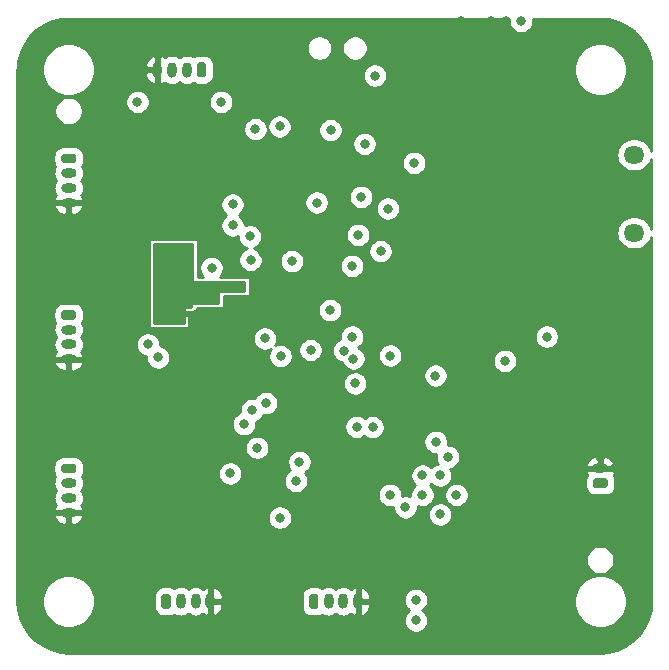
<source format=gbr>
%TF.GenerationSoftware,KiCad,Pcbnew,(5.1.6)-1*%
%TF.CreationDate,2020-10-05T02:21:00+02:00*%
%TF.ProjectId,RBoard,52426f61-7264-42e6-9b69-6361645f7063,rev?*%
%TF.SameCoordinates,Original*%
%TF.FileFunction,Copper,L2,Inr*%
%TF.FilePolarity,Positive*%
%FSLAX46Y46*%
G04 Gerber Fmt 4.6, Leading zero omitted, Abs format (unit mm)*
G04 Created by KiCad (PCBNEW (5.1.6)-1) date 2020-10-05 02:21:00*
%MOMM*%
%LPD*%
G01*
G04 APERTURE LIST*
%TA.AperFunction,ViaPad*%
%ADD10O,1.750000X1.500000*%
%TD*%
%TA.AperFunction,ViaPad*%
%ADD11O,1.300000X0.800000*%
%TD*%
%TA.AperFunction,ViaPad*%
%ADD12O,0.800000X1.300000*%
%TD*%
%TA.AperFunction,ViaPad*%
%ADD13C,0.800000*%
%TD*%
%TA.AperFunction,ViaPad*%
%ADD14C,0.609600*%
%TD*%
%TA.AperFunction,Conductor*%
%ADD15C,0.500000*%
%TD*%
%TA.AperFunction,Conductor*%
%ADD16C,0.254000*%
%TD*%
G04 APERTURE END LIST*
D10*
%TO.N,Net-(J402-Pad6)*%
%TO.C,J402*%
X180375000Y-37950000D03*
X180375000Y-44550000D03*
%TD*%
%TO.N,VCC*%
%TO.C,J400*%
%TA.AperFunction,ViaPad*%
G36*
G01*
X177950000Y-66150000D02*
X177050000Y-66150000D01*
G75*
G02*
X176850000Y-65950000I0J200000D01*
G01*
X176850000Y-65550000D01*
G75*
G02*
X177050000Y-65350000I200000J0D01*
G01*
X177950000Y-65350000D01*
G75*
G02*
X178150000Y-65550000I0J-200000D01*
G01*
X178150000Y-65950000D01*
G75*
G02*
X177950000Y-66150000I-200000J0D01*
G01*
G37*
%TD.AperFunction*%
D11*
%TO.N,GND*%
X177500000Y-64500000D03*
%TD*%
%TO.N,+3V3*%
%TO.C,J403*%
%TA.AperFunction,ViaPad*%
G36*
G01*
X144150000Y-30300000D02*
X144150000Y-31200000D01*
G75*
G02*
X143950000Y-31400000I-200000J0D01*
G01*
X143550000Y-31400000D01*
G75*
G02*
X143350000Y-31200000I0J200000D01*
G01*
X143350000Y-30300000D01*
G75*
G02*
X143550000Y-30100000I200000J0D01*
G01*
X143950000Y-30100000D01*
G75*
G02*
X144150000Y-30300000I0J-200000D01*
G01*
G37*
%TD.AperFunction*%
D12*
%TO.N,Net-(J403-Pad2)*%
X142500000Y-30750000D03*
%TO.N,Net-(J403-Pad3)*%
X141250000Y-30750000D03*
%TO.N,GND*%
X140000000Y-30750000D03*
%TD*%
%TO.N,GND*%
%TO.C,J404*%
X157000000Y-75750000D03*
%TO.N,Net-(J404-Pad3)*%
X155750000Y-75750000D03*
%TO.N,Net-(J404-Pad2)*%
X154500000Y-75750000D03*
%TO.N,+3V3*%
%TA.AperFunction,ViaPad*%
G36*
G01*
X152850000Y-76200000D02*
X152850000Y-75300000D01*
G75*
G02*
X153050000Y-75100000I200000J0D01*
G01*
X153450000Y-75100000D01*
G75*
G02*
X153650000Y-75300000I0J-200000D01*
G01*
X153650000Y-76200000D01*
G75*
G02*
X153450000Y-76400000I-200000J0D01*
G01*
X153050000Y-76400000D01*
G75*
G02*
X152850000Y-76200000I0J200000D01*
G01*
G37*
%TD.AperFunction*%
%TD*%
%TO.N,GND*%
%TO.C,J405*%
X144500000Y-75750000D03*
%TO.N,Net-(J405-Pad3)*%
X143250000Y-75750000D03*
%TO.N,Net-(J405-Pad2)*%
X142000000Y-75750000D03*
%TO.N,+3V3*%
%TA.AperFunction,ViaPad*%
G36*
G01*
X140350000Y-76200000D02*
X140350000Y-75300000D01*
G75*
G02*
X140550000Y-75100000I200000J0D01*
G01*
X140950000Y-75100000D01*
G75*
G02*
X141150000Y-75300000I0J-200000D01*
G01*
X141150000Y-76200000D01*
G75*
G02*
X140950000Y-76400000I-200000J0D01*
G01*
X140550000Y-76400000D01*
G75*
G02*
X140350000Y-76200000I0J200000D01*
G01*
G37*
%TD.AperFunction*%
%TD*%
%TO.N,+3V3*%
%TO.C,J406*%
%TA.AperFunction,ViaPad*%
G36*
G01*
X132050000Y-64100000D02*
X132950000Y-64100000D01*
G75*
G02*
X133150000Y-64300000I0J-200000D01*
G01*
X133150000Y-64700000D01*
G75*
G02*
X132950000Y-64900000I-200000J0D01*
G01*
X132050000Y-64900000D01*
G75*
G02*
X131850000Y-64700000I0J200000D01*
G01*
X131850000Y-64300000D01*
G75*
G02*
X132050000Y-64100000I200000J0D01*
G01*
G37*
%TD.AperFunction*%
D11*
%TO.N,Net-(J406-Pad2)*%
X132500000Y-65750000D03*
%TO.N,Net-(J406-Pad3)*%
X132500000Y-67000000D03*
%TO.N,GND*%
X132500000Y-68250000D03*
%TD*%
%TO.N,GND*%
%TO.C,J407*%
X132500000Y-42000000D03*
%TO.N,Net-(J407-Pad3)*%
X132500000Y-40750000D03*
%TO.N,Net-(J407-Pad2)*%
X132500000Y-39500000D03*
%TO.N,+3V3*%
%TA.AperFunction,ViaPad*%
G36*
G01*
X132050000Y-37850000D02*
X132950000Y-37850000D01*
G75*
G02*
X133150000Y-38050000I0J-200000D01*
G01*
X133150000Y-38450000D01*
G75*
G02*
X132950000Y-38650000I-200000J0D01*
G01*
X132050000Y-38650000D01*
G75*
G02*
X131850000Y-38450000I0J200000D01*
G01*
X131850000Y-38050000D01*
G75*
G02*
X132050000Y-37850000I200000J0D01*
G01*
G37*
%TD.AperFunction*%
%TD*%
%TO.N,+3V3*%
%TO.C,J408*%
%TA.AperFunction,ViaPad*%
G36*
G01*
X132050000Y-51100000D02*
X132950000Y-51100000D01*
G75*
G02*
X133150000Y-51300000I0J-200000D01*
G01*
X133150000Y-51700000D01*
G75*
G02*
X132950000Y-51900000I-200000J0D01*
G01*
X132050000Y-51900000D01*
G75*
G02*
X131850000Y-51700000I0J200000D01*
G01*
X131850000Y-51300000D01*
G75*
G02*
X132050000Y-51100000I200000J0D01*
G01*
G37*
%TD.AperFunction*%
%TO.N,Net-(J408-Pad2)*%
X132500000Y-52750000D03*
%TO.N,Net-(J408-Pad3)*%
X132500000Y-54000000D03*
%TO.N,GND*%
X132500000Y-55250000D03*
%TD*%
D13*
%TO.N,GND*%
X161300000Y-58325000D03*
X158650000Y-57200000D03*
X158425000Y-58400000D03*
X147550000Y-58250000D03*
X144600000Y-45175000D03*
X143975000Y-43075000D03*
X148675000Y-42325000D03*
X158925000Y-44375000D03*
X160875000Y-45225000D03*
X171225000Y-52850000D03*
X166600000Y-57325000D03*
X166600000Y-52175000D03*
X144500000Y-51425000D03*
X143350000Y-51425000D03*
X140025000Y-51700000D03*
X142375000Y-46000000D03*
X148300000Y-38150000D03*
X152025000Y-31275000D03*
X160100000Y-33000000D03*
X162400000Y-31400000D03*
X165700000Y-26600000D03*
X168250000Y-26600000D03*
X169500000Y-26600000D03*
X159925000Y-37050000D03*
X161050000Y-40275000D03*
X159900000Y-40600000D03*
X147950000Y-66450000D03*
X148950000Y-66450000D03*
X148725000Y-69400000D03*
X149950000Y-66450000D03*
X146750000Y-63500000D03*
X173225000Y-41575000D03*
X161000000Y-70575000D03*
X162275000Y-69550000D03*
X159725000Y-69550000D03*
X159000000Y-65400000D03*
X167400000Y-60975000D03*
X168425000Y-62250000D03*
X167400000Y-63525000D03*
X164075000Y-78000000D03*
X171850000Y-78000000D03*
X171000000Y-71950000D03*
X172300000Y-70950000D03*
X171000000Y-69250000D03*
X171000000Y-67550000D03*
X176350000Y-39950000D03*
X175350000Y-39950000D03*
X175350000Y-38950000D03*
X176350000Y-38950000D03*
X153950000Y-60525000D03*
X178450000Y-56900000D03*
X178450000Y-58600000D03*
X177500000Y-63500000D03*
X178750000Y-64500000D03*
X164925000Y-78875000D03*
X163750000Y-73750000D03*
X163750000Y-72800000D03*
X163750000Y-74700000D03*
X162750000Y-74700000D03*
X162750000Y-73750000D03*
X162750000Y-72800000D03*
D14*
X139000000Y-51750000D03*
X139000000Y-50750000D03*
X139000000Y-49750000D03*
X139000000Y-48750000D03*
X139000000Y-47750000D03*
X139000000Y-46750000D03*
X139000000Y-45750000D03*
X139000000Y-44750000D03*
X140000000Y-44750000D03*
X141000000Y-44750000D03*
X142000000Y-44750000D03*
X143000000Y-44750000D03*
X139000000Y-52750000D03*
X140000000Y-52750000D03*
X141000000Y-52750000D03*
X142000000Y-52750000D03*
D13*
X147950000Y-52650000D03*
X148300000Y-54850000D03*
X148950000Y-46300000D03*
%TO.N,+3V3*%
X149200000Y-58975000D03*
X163550000Y-56650000D03*
X159725000Y-54950000D03*
X156750000Y-57300000D03*
X140075000Y-55100000D03*
X139200000Y-54000000D03*
X144600000Y-47525000D03*
X146375000Y-42150000D03*
X146375000Y-43925000D03*
X158900000Y-46100000D03*
X148300000Y-35775000D03*
X172975000Y-53350000D03*
X150350000Y-35550000D03*
X158425000Y-31250000D03*
X170800000Y-26600000D03*
X161750000Y-38625000D03*
X157550000Y-37025000D03*
X150375000Y-68675000D03*
X163950000Y-65100000D03*
X148450000Y-62750000D03*
X145400000Y-33475000D03*
X138325000Y-33475000D03*
X165325000Y-66750000D03*
X163950000Y-68400000D03*
X159700000Y-66750000D03*
X161000000Y-67800000D03*
X163575000Y-62250000D03*
X164600000Y-63525000D03*
X161900000Y-75625000D03*
X161900000Y-77375000D03*
X162450000Y-66750000D03*
X162450000Y-65100000D03*
X156600000Y-55200000D03*
X156500000Y-47350000D03*
X147900000Y-46850000D03*
X147850000Y-44850000D03*
%TO.N,NRST*%
X151400000Y-46950000D03*
X154675000Y-35850000D03*
%TO.N,SWO*%
X157000000Y-44725000D03*
X159525000Y-42500000D03*
%TO.N,USART1_TX*%
X156875000Y-60975000D03*
X154625000Y-51100000D03*
%TO.N,USART1_RX*%
X158225000Y-61000000D03*
X155825000Y-54525000D03*
%TO.N,INT_ACC*%
X151725000Y-65550000D03*
X152975000Y-54475000D03*
%TO.N,INT_GYR*%
X148025000Y-59575000D03*
X149100000Y-53500000D03*
%TO.N,SPI1_SCK*%
X150450000Y-55000000D03*
X147325000Y-60750000D03*
%TO.N,SPI1_MOSI*%
X152025000Y-63950000D03*
X146175000Y-64925000D03*
%TO.N,SPI2_MISO*%
X156500000Y-53350000D03*
X169425000Y-55400000D03*
%TO.N,SPI3_MOSI*%
X157250000Y-41500000D03*
X153500000Y-42000000D03*
%TD*%
D15*
%TO.N,GND*%
X143350000Y-51425000D02*
X142075000Y-51425000D01*
%TD*%
D16*
%TO.N,GND*%
G36*
X169765000Y-26498061D02*
G01*
X169765000Y-26701939D01*
X169804774Y-26901898D01*
X169882795Y-27090256D01*
X169996063Y-27259774D01*
X170140226Y-27403937D01*
X170309744Y-27517205D01*
X170498102Y-27595226D01*
X170698061Y-27635000D01*
X170901939Y-27635000D01*
X171101898Y-27595226D01*
X171290256Y-27517205D01*
X171459774Y-27403937D01*
X171603937Y-27259774D01*
X171717205Y-27090256D01*
X171795226Y-26901898D01*
X171835000Y-26701939D01*
X171835000Y-26498061D01*
X171817484Y-26410000D01*
X177470608Y-26410000D01*
X178268083Y-26481173D01*
X179011891Y-26684656D01*
X179707905Y-27016638D01*
X180334130Y-27466626D01*
X180870777Y-28020403D01*
X181300871Y-28660451D01*
X181610829Y-29366553D01*
X181792065Y-30121457D01*
X181840000Y-30774207D01*
X181840000Y-37596211D01*
X181785764Y-37417419D01*
X181657157Y-37176812D01*
X181484081Y-36965919D01*
X181273188Y-36792843D01*
X181032581Y-36664236D01*
X180771507Y-36585040D01*
X180568037Y-36565000D01*
X180181963Y-36565000D01*
X179978493Y-36585040D01*
X179717419Y-36664236D01*
X179476812Y-36792843D01*
X179265919Y-36965919D01*
X179092843Y-37176812D01*
X178964236Y-37417419D01*
X178885040Y-37678493D01*
X178858299Y-37950000D01*
X178885040Y-38221507D01*
X178964236Y-38482581D01*
X179092843Y-38723188D01*
X179265919Y-38934081D01*
X179476812Y-39107157D01*
X179717419Y-39235764D01*
X179978493Y-39314960D01*
X180181963Y-39335000D01*
X180568037Y-39335000D01*
X180771507Y-39314960D01*
X181032581Y-39235764D01*
X181273188Y-39107157D01*
X181484081Y-38934081D01*
X181657157Y-38723188D01*
X181785764Y-38482581D01*
X181840000Y-38303788D01*
X181840000Y-44196212D01*
X181785764Y-44017419D01*
X181657157Y-43776812D01*
X181484081Y-43565919D01*
X181273188Y-43392843D01*
X181032581Y-43264236D01*
X180771507Y-43185040D01*
X180568037Y-43165000D01*
X180181963Y-43165000D01*
X179978493Y-43185040D01*
X179717419Y-43264236D01*
X179476812Y-43392843D01*
X179265919Y-43565919D01*
X179092843Y-43776812D01*
X178964236Y-44017419D01*
X178885040Y-44278493D01*
X178858299Y-44550000D01*
X178885040Y-44821507D01*
X178964236Y-45082581D01*
X179092843Y-45323188D01*
X179265919Y-45534081D01*
X179476812Y-45707157D01*
X179717419Y-45835764D01*
X179978493Y-45914960D01*
X180181963Y-45935000D01*
X180568037Y-45935000D01*
X180771507Y-45914960D01*
X181032581Y-45835764D01*
X181273188Y-45707157D01*
X181484081Y-45534081D01*
X181657157Y-45323188D01*
X181785764Y-45082581D01*
X181840000Y-44903788D01*
X181840001Y-75720597D01*
X181768827Y-76518083D01*
X181565344Y-77261890D01*
X181233363Y-77957904D01*
X180783374Y-78584130D01*
X180229597Y-79120777D01*
X179589549Y-79550871D01*
X178883447Y-79860829D01*
X178128543Y-80042065D01*
X177475793Y-80090000D01*
X132529392Y-80090000D01*
X131731917Y-80018827D01*
X130988110Y-79815344D01*
X130292096Y-79483363D01*
X129665870Y-79033374D01*
X129129223Y-78479597D01*
X128699129Y-77839549D01*
X128389171Y-77133447D01*
X128207935Y-76378543D01*
X128160000Y-75725793D01*
X128160000Y-75529872D01*
X130265000Y-75529872D01*
X130265000Y-75970128D01*
X130350890Y-76401925D01*
X130519369Y-76808669D01*
X130763962Y-77174729D01*
X131075271Y-77486038D01*
X131441331Y-77730631D01*
X131848075Y-77899110D01*
X132279872Y-77985000D01*
X132720128Y-77985000D01*
X133151925Y-77899110D01*
X133558669Y-77730631D01*
X133924729Y-77486038D01*
X134236038Y-77174729D01*
X134480631Y-76808669D01*
X134649110Y-76401925D01*
X134735000Y-75970128D01*
X134735000Y-75529872D01*
X134689276Y-75300000D01*
X139711928Y-75300000D01*
X139711928Y-76200000D01*
X139728031Y-76363500D01*
X139775722Y-76520716D01*
X139853169Y-76665608D01*
X139957394Y-76792606D01*
X140084392Y-76896831D01*
X140229284Y-76974278D01*
X140386500Y-77021969D01*
X140550000Y-77038072D01*
X140950000Y-77038072D01*
X141113500Y-77021969D01*
X141270716Y-76974278D01*
X141415608Y-76896831D01*
X141441894Y-76875259D01*
X141602008Y-76960841D01*
X141797106Y-77020024D01*
X142000000Y-77040007D01*
X142202895Y-77020024D01*
X142397993Y-76960841D01*
X142577797Y-76864734D01*
X142625001Y-76825995D01*
X142672204Y-76864734D01*
X142852008Y-76960841D01*
X143047106Y-77020024D01*
X143250000Y-77040007D01*
X143452895Y-77020024D01*
X143647993Y-76960841D01*
X143827797Y-76864734D01*
X143867938Y-76831791D01*
X143951840Y-76895255D01*
X144137028Y-76984994D01*
X144213877Y-76994666D01*
X144373000Y-76866998D01*
X144373000Y-75877000D01*
X144627000Y-75877000D01*
X144627000Y-76866998D01*
X144786123Y-76994666D01*
X144862972Y-76984994D01*
X145048160Y-76895255D01*
X145212283Y-76771112D01*
X145349033Y-76617336D01*
X145453155Y-76439836D01*
X145520648Y-76245433D01*
X145548918Y-76041599D01*
X145383762Y-75877000D01*
X144627000Y-75877000D01*
X144373000Y-75877000D01*
X144353000Y-75877000D01*
X144353000Y-75623000D01*
X144373000Y-75623000D01*
X144373000Y-74633002D01*
X144627000Y-74633002D01*
X144627000Y-75623000D01*
X145383762Y-75623000D01*
X145548918Y-75458401D01*
X145526950Y-75300000D01*
X152211928Y-75300000D01*
X152211928Y-76200000D01*
X152228031Y-76363500D01*
X152275722Y-76520716D01*
X152353169Y-76665608D01*
X152457394Y-76792606D01*
X152584392Y-76896831D01*
X152729284Y-76974278D01*
X152886500Y-77021969D01*
X153050000Y-77038072D01*
X153450000Y-77038072D01*
X153613500Y-77021969D01*
X153770716Y-76974278D01*
X153915608Y-76896831D01*
X153941894Y-76875259D01*
X154102008Y-76960841D01*
X154297106Y-77020024D01*
X154500000Y-77040007D01*
X154702895Y-77020024D01*
X154897993Y-76960841D01*
X155077797Y-76864734D01*
X155125001Y-76825995D01*
X155172204Y-76864734D01*
X155352008Y-76960841D01*
X155547106Y-77020024D01*
X155750000Y-77040007D01*
X155952895Y-77020024D01*
X156147993Y-76960841D01*
X156327797Y-76864734D01*
X156367938Y-76831791D01*
X156451840Y-76895255D01*
X156637028Y-76984994D01*
X156713877Y-76994666D01*
X156873000Y-76866998D01*
X156873000Y-75877000D01*
X157127000Y-75877000D01*
X157127000Y-76866998D01*
X157286123Y-76994666D01*
X157362972Y-76984994D01*
X157548160Y-76895255D01*
X157712283Y-76771112D01*
X157849033Y-76617336D01*
X157953155Y-76439836D01*
X158020648Y-76245433D01*
X158048918Y-76041599D01*
X157883762Y-75877000D01*
X157127000Y-75877000D01*
X156873000Y-75877000D01*
X156853000Y-75877000D01*
X156853000Y-75623000D01*
X156873000Y-75623000D01*
X156873000Y-74633002D01*
X157127000Y-74633002D01*
X157127000Y-75623000D01*
X157883762Y-75623000D01*
X157984039Y-75523061D01*
X160865000Y-75523061D01*
X160865000Y-75726939D01*
X160904774Y-75926898D01*
X160982795Y-76115256D01*
X161096063Y-76284774D01*
X161240226Y-76428937D01*
X161346580Y-76500000D01*
X161240226Y-76571063D01*
X161096063Y-76715226D01*
X160982795Y-76884744D01*
X160904774Y-77073102D01*
X160865000Y-77273061D01*
X160865000Y-77476939D01*
X160904774Y-77676898D01*
X160982795Y-77865256D01*
X161096063Y-78034774D01*
X161240226Y-78178937D01*
X161409744Y-78292205D01*
X161598102Y-78370226D01*
X161798061Y-78410000D01*
X162001939Y-78410000D01*
X162201898Y-78370226D01*
X162390256Y-78292205D01*
X162559774Y-78178937D01*
X162703937Y-78034774D01*
X162817205Y-77865256D01*
X162895226Y-77676898D01*
X162935000Y-77476939D01*
X162935000Y-77273061D01*
X162895226Y-77073102D01*
X162817205Y-76884744D01*
X162703937Y-76715226D01*
X162559774Y-76571063D01*
X162453420Y-76500000D01*
X162559774Y-76428937D01*
X162703937Y-76284774D01*
X162817205Y-76115256D01*
X162895226Y-75926898D01*
X162935000Y-75726939D01*
X162935000Y-75529872D01*
X175265000Y-75529872D01*
X175265000Y-75970128D01*
X175350890Y-76401925D01*
X175519369Y-76808669D01*
X175763962Y-77174729D01*
X176075271Y-77486038D01*
X176441331Y-77730631D01*
X176848075Y-77899110D01*
X177279872Y-77985000D01*
X177720128Y-77985000D01*
X178151925Y-77899110D01*
X178558669Y-77730631D01*
X178924729Y-77486038D01*
X179236038Y-77174729D01*
X179480631Y-76808669D01*
X179649110Y-76401925D01*
X179735000Y-75970128D01*
X179735000Y-75529872D01*
X179649110Y-75098075D01*
X179480631Y-74691331D01*
X179236038Y-74325271D01*
X178924729Y-74013962D01*
X178558669Y-73769369D01*
X178151925Y-73600890D01*
X177720128Y-73515000D01*
X177279872Y-73515000D01*
X176848075Y-73600890D01*
X176441331Y-73769369D01*
X176075271Y-74013962D01*
X175763962Y-74325271D01*
X175519369Y-74691331D01*
X175350890Y-75098075D01*
X175265000Y-75529872D01*
X162935000Y-75529872D01*
X162935000Y-75523061D01*
X162895226Y-75323102D01*
X162817205Y-75134744D01*
X162703937Y-74965226D01*
X162559774Y-74821063D01*
X162390256Y-74707795D01*
X162201898Y-74629774D01*
X162001939Y-74590000D01*
X161798061Y-74590000D01*
X161598102Y-74629774D01*
X161409744Y-74707795D01*
X161240226Y-74821063D01*
X161096063Y-74965226D01*
X160982795Y-75134744D01*
X160904774Y-75323102D01*
X160865000Y-75523061D01*
X157984039Y-75523061D01*
X158048918Y-75458401D01*
X158020648Y-75254567D01*
X157953155Y-75060164D01*
X157849033Y-74882664D01*
X157712283Y-74728888D01*
X157548160Y-74604745D01*
X157362972Y-74515006D01*
X157286123Y-74505334D01*
X157127000Y-74633002D01*
X156873000Y-74633002D01*
X156713877Y-74505334D01*
X156637028Y-74515006D01*
X156451840Y-74604745D01*
X156367938Y-74668209D01*
X156327797Y-74635266D01*
X156147992Y-74539159D01*
X155952894Y-74479976D01*
X155750000Y-74459993D01*
X155547105Y-74479976D01*
X155352007Y-74539159D01*
X155172203Y-74635266D01*
X155125000Y-74674004D01*
X155077797Y-74635266D01*
X154897992Y-74539159D01*
X154702894Y-74479976D01*
X154500000Y-74459993D01*
X154297105Y-74479976D01*
X154102007Y-74539159D01*
X153941894Y-74624741D01*
X153915608Y-74603169D01*
X153770716Y-74525722D01*
X153613500Y-74478031D01*
X153450000Y-74461928D01*
X153050000Y-74461928D01*
X152886500Y-74478031D01*
X152729284Y-74525722D01*
X152584392Y-74603169D01*
X152457394Y-74707394D01*
X152353169Y-74834392D01*
X152275722Y-74979284D01*
X152228031Y-75136500D01*
X152211928Y-75300000D01*
X145526950Y-75300000D01*
X145520648Y-75254567D01*
X145453155Y-75060164D01*
X145349033Y-74882664D01*
X145212283Y-74728888D01*
X145048160Y-74604745D01*
X144862972Y-74515006D01*
X144786123Y-74505334D01*
X144627000Y-74633002D01*
X144373000Y-74633002D01*
X144213877Y-74505334D01*
X144137028Y-74515006D01*
X143951840Y-74604745D01*
X143867938Y-74668209D01*
X143827797Y-74635266D01*
X143647992Y-74539159D01*
X143452894Y-74479976D01*
X143250000Y-74459993D01*
X143047105Y-74479976D01*
X142852007Y-74539159D01*
X142672203Y-74635266D01*
X142625000Y-74674004D01*
X142577797Y-74635266D01*
X142397992Y-74539159D01*
X142202894Y-74479976D01*
X142000000Y-74459993D01*
X141797105Y-74479976D01*
X141602007Y-74539159D01*
X141441894Y-74624741D01*
X141415608Y-74603169D01*
X141270716Y-74525722D01*
X141113500Y-74478031D01*
X140950000Y-74461928D01*
X140550000Y-74461928D01*
X140386500Y-74478031D01*
X140229284Y-74525722D01*
X140084392Y-74603169D01*
X139957394Y-74707394D01*
X139853169Y-74834392D01*
X139775722Y-74979284D01*
X139728031Y-75136500D01*
X139711928Y-75300000D01*
X134689276Y-75300000D01*
X134649110Y-75098075D01*
X134480631Y-74691331D01*
X134236038Y-74325271D01*
X133924729Y-74013962D01*
X133558669Y-73769369D01*
X133151925Y-73600890D01*
X132720128Y-73515000D01*
X132279872Y-73515000D01*
X131848075Y-73600890D01*
X131441331Y-73769369D01*
X131075271Y-74013962D01*
X130763962Y-74325271D01*
X130519369Y-74691331D01*
X130350890Y-75098075D01*
X130265000Y-75529872D01*
X128160000Y-75529872D01*
X128160000Y-72130727D01*
X176289000Y-72130727D01*
X176289000Y-72369273D01*
X176335538Y-72603236D01*
X176426825Y-72823624D01*
X176559354Y-73021968D01*
X176728032Y-73190646D01*
X176926376Y-73323175D01*
X177146764Y-73414462D01*
X177380727Y-73461000D01*
X177619273Y-73461000D01*
X177853236Y-73414462D01*
X178073624Y-73323175D01*
X178271968Y-73190646D01*
X178440646Y-73021968D01*
X178573175Y-72823624D01*
X178664462Y-72603236D01*
X178711000Y-72369273D01*
X178711000Y-72130727D01*
X178664462Y-71896764D01*
X178573175Y-71676376D01*
X178440646Y-71478032D01*
X178271968Y-71309354D01*
X178073624Y-71176825D01*
X177853236Y-71085538D01*
X177619273Y-71039000D01*
X177380727Y-71039000D01*
X177146764Y-71085538D01*
X176926376Y-71176825D01*
X176728032Y-71309354D01*
X176559354Y-71478032D01*
X176426825Y-71676376D01*
X176335538Y-71896764D01*
X176289000Y-72130727D01*
X128160000Y-72130727D01*
X128160000Y-68536123D01*
X131255334Y-68536123D01*
X131265006Y-68612972D01*
X131354745Y-68798160D01*
X131478888Y-68962283D01*
X131632664Y-69099033D01*
X131810164Y-69203155D01*
X132004567Y-69270648D01*
X132208401Y-69298918D01*
X132373000Y-69133762D01*
X132373000Y-68377000D01*
X132627000Y-68377000D01*
X132627000Y-69133762D01*
X132791599Y-69298918D01*
X132995433Y-69270648D01*
X133189836Y-69203155D01*
X133367336Y-69099033D01*
X133521112Y-68962283D01*
X133645255Y-68798160D01*
X133734994Y-68612972D01*
X133740017Y-68573061D01*
X149340000Y-68573061D01*
X149340000Y-68776939D01*
X149379774Y-68976898D01*
X149457795Y-69165256D01*
X149571063Y-69334774D01*
X149715226Y-69478937D01*
X149884744Y-69592205D01*
X150073102Y-69670226D01*
X150273061Y-69710000D01*
X150476939Y-69710000D01*
X150676898Y-69670226D01*
X150865256Y-69592205D01*
X151034774Y-69478937D01*
X151178937Y-69334774D01*
X151292205Y-69165256D01*
X151370226Y-68976898D01*
X151410000Y-68776939D01*
X151410000Y-68573061D01*
X151370226Y-68373102D01*
X151292205Y-68184744D01*
X151178937Y-68015226D01*
X151034774Y-67871063D01*
X150865256Y-67757795D01*
X150676898Y-67679774D01*
X150476939Y-67640000D01*
X150273061Y-67640000D01*
X150073102Y-67679774D01*
X149884744Y-67757795D01*
X149715226Y-67871063D01*
X149571063Y-68015226D01*
X149457795Y-68184744D01*
X149379774Y-68373102D01*
X149340000Y-68573061D01*
X133740017Y-68573061D01*
X133744666Y-68536123D01*
X133616998Y-68377000D01*
X132627000Y-68377000D01*
X132373000Y-68377000D01*
X131383002Y-68377000D01*
X131255334Y-68536123D01*
X128160000Y-68536123D01*
X128160000Y-65750000D01*
X131209993Y-65750000D01*
X131229976Y-65952895D01*
X131289159Y-66147993D01*
X131385266Y-66327797D01*
X131424004Y-66375000D01*
X131385266Y-66422203D01*
X131289159Y-66602007D01*
X131229976Y-66797105D01*
X131209993Y-67000000D01*
X131229976Y-67202895D01*
X131289159Y-67397993D01*
X131385266Y-67577797D01*
X131418209Y-67617938D01*
X131354745Y-67701840D01*
X131265006Y-67887028D01*
X131255334Y-67963877D01*
X131383002Y-68123000D01*
X132373000Y-68123000D01*
X132373000Y-68103000D01*
X132627000Y-68103000D01*
X132627000Y-68123000D01*
X133616998Y-68123000D01*
X133744666Y-67963877D01*
X133734994Y-67887028D01*
X133645255Y-67701840D01*
X133581791Y-67617938D01*
X133614734Y-67577797D01*
X133710841Y-67397993D01*
X133770024Y-67202895D01*
X133790007Y-67000000D01*
X133770024Y-66797105D01*
X133724812Y-66648061D01*
X158665000Y-66648061D01*
X158665000Y-66851939D01*
X158704774Y-67051898D01*
X158782795Y-67240256D01*
X158896063Y-67409774D01*
X159040226Y-67553937D01*
X159209744Y-67667205D01*
X159398102Y-67745226D01*
X159598061Y-67785000D01*
X159801939Y-67785000D01*
X159965000Y-67752565D01*
X159965000Y-67901939D01*
X160004774Y-68101898D01*
X160082795Y-68290256D01*
X160196063Y-68459774D01*
X160340226Y-68603937D01*
X160509744Y-68717205D01*
X160698102Y-68795226D01*
X160898061Y-68835000D01*
X161101939Y-68835000D01*
X161301898Y-68795226D01*
X161490256Y-68717205D01*
X161659774Y-68603937D01*
X161803937Y-68459774D01*
X161911989Y-68298061D01*
X162915000Y-68298061D01*
X162915000Y-68501939D01*
X162954774Y-68701898D01*
X163032795Y-68890256D01*
X163146063Y-69059774D01*
X163290226Y-69203937D01*
X163459744Y-69317205D01*
X163648102Y-69395226D01*
X163848061Y-69435000D01*
X164051939Y-69435000D01*
X164251898Y-69395226D01*
X164440256Y-69317205D01*
X164609774Y-69203937D01*
X164753937Y-69059774D01*
X164867205Y-68890256D01*
X164945226Y-68701898D01*
X164985000Y-68501939D01*
X164985000Y-68298061D01*
X164945226Y-68098102D01*
X164867205Y-67909744D01*
X164753937Y-67740226D01*
X164609774Y-67596063D01*
X164440256Y-67482795D01*
X164251898Y-67404774D01*
X164051939Y-67365000D01*
X163848061Y-67365000D01*
X163648102Y-67404774D01*
X163459744Y-67482795D01*
X163290226Y-67596063D01*
X163146063Y-67740226D01*
X163032795Y-67909744D01*
X162954774Y-68098102D01*
X162915000Y-68298061D01*
X161911989Y-68298061D01*
X161917205Y-68290256D01*
X161995226Y-68101898D01*
X162035000Y-67901939D01*
X162035000Y-67698377D01*
X162148102Y-67745226D01*
X162348061Y-67785000D01*
X162551939Y-67785000D01*
X162751898Y-67745226D01*
X162940256Y-67667205D01*
X163109774Y-67553937D01*
X163253937Y-67409774D01*
X163367205Y-67240256D01*
X163445226Y-67051898D01*
X163485000Y-66851939D01*
X163485000Y-66648061D01*
X164290000Y-66648061D01*
X164290000Y-66851939D01*
X164329774Y-67051898D01*
X164407795Y-67240256D01*
X164521063Y-67409774D01*
X164665226Y-67553937D01*
X164834744Y-67667205D01*
X165023102Y-67745226D01*
X165223061Y-67785000D01*
X165426939Y-67785000D01*
X165626898Y-67745226D01*
X165815256Y-67667205D01*
X165984774Y-67553937D01*
X166128937Y-67409774D01*
X166242205Y-67240256D01*
X166320226Y-67051898D01*
X166360000Y-66851939D01*
X166360000Y-66648061D01*
X166320226Y-66448102D01*
X166242205Y-66259744D01*
X166128937Y-66090226D01*
X165984774Y-65946063D01*
X165815256Y-65832795D01*
X165626898Y-65754774D01*
X165426939Y-65715000D01*
X165223061Y-65715000D01*
X165023102Y-65754774D01*
X164834744Y-65832795D01*
X164665226Y-65946063D01*
X164521063Y-66090226D01*
X164407795Y-66259744D01*
X164329774Y-66448102D01*
X164290000Y-66648061D01*
X163485000Y-66648061D01*
X163445226Y-66448102D01*
X163367205Y-66259744D01*
X163253937Y-66090226D01*
X163109774Y-65946063D01*
X163078251Y-65925000D01*
X163109774Y-65903937D01*
X163200000Y-65813711D01*
X163290226Y-65903937D01*
X163459744Y-66017205D01*
X163648102Y-66095226D01*
X163848061Y-66135000D01*
X164051939Y-66135000D01*
X164251898Y-66095226D01*
X164440256Y-66017205D01*
X164609774Y-65903937D01*
X164753937Y-65759774D01*
X164867205Y-65590256D01*
X164883879Y-65550000D01*
X176211928Y-65550000D01*
X176211928Y-65950000D01*
X176228031Y-66113500D01*
X176275722Y-66270716D01*
X176353169Y-66415608D01*
X176457394Y-66542606D01*
X176584392Y-66646831D01*
X176729284Y-66724278D01*
X176886500Y-66771969D01*
X177050000Y-66788072D01*
X177950000Y-66788072D01*
X178113500Y-66771969D01*
X178270716Y-66724278D01*
X178415608Y-66646831D01*
X178542606Y-66542606D01*
X178646831Y-66415608D01*
X178724278Y-66270716D01*
X178771969Y-66113500D01*
X178788072Y-65950000D01*
X178788072Y-65550000D01*
X178771969Y-65386500D01*
X178724278Y-65229284D01*
X178646831Y-65084392D01*
X178631749Y-65066015D01*
X178645255Y-65048160D01*
X178734994Y-64862972D01*
X178744666Y-64786123D01*
X178616998Y-64627000D01*
X177627000Y-64627000D01*
X177627000Y-64647000D01*
X177373000Y-64647000D01*
X177373000Y-64627000D01*
X176383002Y-64627000D01*
X176255334Y-64786123D01*
X176265006Y-64862972D01*
X176354745Y-65048160D01*
X176368251Y-65066015D01*
X176353169Y-65084392D01*
X176275722Y-65229284D01*
X176228031Y-65386500D01*
X176211928Y-65550000D01*
X164883879Y-65550000D01*
X164945226Y-65401898D01*
X164985000Y-65201939D01*
X164985000Y-64998061D01*
X164945226Y-64798102D01*
X164867205Y-64609744D01*
X164818478Y-64536819D01*
X164901898Y-64520226D01*
X165090256Y-64442205D01*
X165259774Y-64328937D01*
X165374834Y-64213877D01*
X176255334Y-64213877D01*
X176383002Y-64373000D01*
X177373000Y-64373000D01*
X177373000Y-63616238D01*
X177627000Y-63616238D01*
X177627000Y-64373000D01*
X178616998Y-64373000D01*
X178744666Y-64213877D01*
X178734994Y-64137028D01*
X178645255Y-63951840D01*
X178521112Y-63787717D01*
X178367336Y-63650967D01*
X178189836Y-63546845D01*
X177995433Y-63479352D01*
X177791599Y-63451082D01*
X177627000Y-63616238D01*
X177373000Y-63616238D01*
X177208401Y-63451082D01*
X177004567Y-63479352D01*
X176810164Y-63546845D01*
X176632664Y-63650967D01*
X176478888Y-63787717D01*
X176354745Y-63951840D01*
X176265006Y-64137028D01*
X176255334Y-64213877D01*
X165374834Y-64213877D01*
X165403937Y-64184774D01*
X165517205Y-64015256D01*
X165595226Y-63826898D01*
X165635000Y-63626939D01*
X165635000Y-63423061D01*
X165595226Y-63223102D01*
X165517205Y-63034744D01*
X165403937Y-62865226D01*
X165259774Y-62721063D01*
X165090256Y-62607795D01*
X164901898Y-62529774D01*
X164701939Y-62490000D01*
X164582538Y-62490000D01*
X164610000Y-62351939D01*
X164610000Y-62148061D01*
X164570226Y-61948102D01*
X164492205Y-61759744D01*
X164378937Y-61590226D01*
X164234774Y-61446063D01*
X164065256Y-61332795D01*
X163876898Y-61254774D01*
X163676939Y-61215000D01*
X163473061Y-61215000D01*
X163273102Y-61254774D01*
X163084744Y-61332795D01*
X162915226Y-61446063D01*
X162771063Y-61590226D01*
X162657795Y-61759744D01*
X162579774Y-61948102D01*
X162540000Y-62148061D01*
X162540000Y-62351939D01*
X162579774Y-62551898D01*
X162657795Y-62740256D01*
X162771063Y-62909774D01*
X162915226Y-63053937D01*
X163084744Y-63167205D01*
X163273102Y-63245226D01*
X163473061Y-63285000D01*
X163592462Y-63285000D01*
X163565000Y-63423061D01*
X163565000Y-63626939D01*
X163604774Y-63826898D01*
X163682795Y-64015256D01*
X163731522Y-64088181D01*
X163648102Y-64104774D01*
X163459744Y-64182795D01*
X163290226Y-64296063D01*
X163200000Y-64386289D01*
X163109774Y-64296063D01*
X162940256Y-64182795D01*
X162751898Y-64104774D01*
X162551939Y-64065000D01*
X162348061Y-64065000D01*
X162148102Y-64104774D01*
X161959744Y-64182795D01*
X161790226Y-64296063D01*
X161646063Y-64440226D01*
X161532795Y-64609744D01*
X161454774Y-64798102D01*
X161415000Y-64998061D01*
X161415000Y-65201939D01*
X161454774Y-65401898D01*
X161532795Y-65590256D01*
X161646063Y-65759774D01*
X161790226Y-65903937D01*
X161821749Y-65925000D01*
X161790226Y-65946063D01*
X161646063Y-66090226D01*
X161532795Y-66259744D01*
X161454774Y-66448102D01*
X161415000Y-66648061D01*
X161415000Y-66851623D01*
X161301898Y-66804774D01*
X161101939Y-66765000D01*
X160898061Y-66765000D01*
X160735000Y-66797435D01*
X160735000Y-66648061D01*
X160695226Y-66448102D01*
X160617205Y-66259744D01*
X160503937Y-66090226D01*
X160359774Y-65946063D01*
X160190256Y-65832795D01*
X160001898Y-65754774D01*
X159801939Y-65715000D01*
X159598061Y-65715000D01*
X159398102Y-65754774D01*
X159209744Y-65832795D01*
X159040226Y-65946063D01*
X158896063Y-66090226D01*
X158782795Y-66259744D01*
X158704774Y-66448102D01*
X158665000Y-66648061D01*
X133724812Y-66648061D01*
X133710841Y-66602007D01*
X133614734Y-66422203D01*
X133575996Y-66375000D01*
X133614734Y-66327797D01*
X133710841Y-66147993D01*
X133770024Y-65952895D01*
X133790007Y-65750000D01*
X133770024Y-65547105D01*
X133710841Y-65352007D01*
X133625259Y-65191894D01*
X133646831Y-65165608D01*
X133724278Y-65020716D01*
X133771969Y-64863500D01*
X133775951Y-64823061D01*
X145140000Y-64823061D01*
X145140000Y-65026939D01*
X145179774Y-65226898D01*
X145257795Y-65415256D01*
X145371063Y-65584774D01*
X145515226Y-65728937D01*
X145684744Y-65842205D01*
X145873102Y-65920226D01*
X146073061Y-65960000D01*
X146276939Y-65960000D01*
X146476898Y-65920226D01*
X146665256Y-65842205D01*
X146834774Y-65728937D01*
X146978937Y-65584774D01*
X147070285Y-65448061D01*
X150690000Y-65448061D01*
X150690000Y-65651939D01*
X150729774Y-65851898D01*
X150807795Y-66040256D01*
X150921063Y-66209774D01*
X151065226Y-66353937D01*
X151234744Y-66467205D01*
X151423102Y-66545226D01*
X151623061Y-66585000D01*
X151826939Y-66585000D01*
X152026898Y-66545226D01*
X152215256Y-66467205D01*
X152384774Y-66353937D01*
X152528937Y-66209774D01*
X152642205Y-66040256D01*
X152720226Y-65851898D01*
X152760000Y-65651939D01*
X152760000Y-65448061D01*
X152720226Y-65248102D01*
X152642205Y-65059744D01*
X152528937Y-64890226D01*
X152508652Y-64869941D01*
X152515256Y-64867205D01*
X152684774Y-64753937D01*
X152828937Y-64609774D01*
X152942205Y-64440256D01*
X153020226Y-64251898D01*
X153060000Y-64051939D01*
X153060000Y-63848061D01*
X153020226Y-63648102D01*
X152942205Y-63459744D01*
X152828937Y-63290226D01*
X152684774Y-63146063D01*
X152515256Y-63032795D01*
X152326898Y-62954774D01*
X152126939Y-62915000D01*
X151923061Y-62915000D01*
X151723102Y-62954774D01*
X151534744Y-63032795D01*
X151365226Y-63146063D01*
X151221063Y-63290226D01*
X151107795Y-63459744D01*
X151029774Y-63648102D01*
X150990000Y-63848061D01*
X150990000Y-64051939D01*
X151029774Y-64251898D01*
X151107795Y-64440256D01*
X151221063Y-64609774D01*
X151241348Y-64630059D01*
X151234744Y-64632795D01*
X151065226Y-64746063D01*
X150921063Y-64890226D01*
X150807795Y-65059744D01*
X150729774Y-65248102D01*
X150690000Y-65448061D01*
X147070285Y-65448061D01*
X147092205Y-65415256D01*
X147170226Y-65226898D01*
X147210000Y-65026939D01*
X147210000Y-64823061D01*
X147170226Y-64623102D01*
X147092205Y-64434744D01*
X146978937Y-64265226D01*
X146834774Y-64121063D01*
X146665256Y-64007795D01*
X146476898Y-63929774D01*
X146276939Y-63890000D01*
X146073061Y-63890000D01*
X145873102Y-63929774D01*
X145684744Y-64007795D01*
X145515226Y-64121063D01*
X145371063Y-64265226D01*
X145257795Y-64434744D01*
X145179774Y-64623102D01*
X145140000Y-64823061D01*
X133775951Y-64823061D01*
X133788072Y-64700000D01*
X133788072Y-64300000D01*
X133771969Y-64136500D01*
X133724278Y-63979284D01*
X133646831Y-63834392D01*
X133542606Y-63707394D01*
X133415608Y-63603169D01*
X133270716Y-63525722D01*
X133113500Y-63478031D01*
X132950000Y-63461928D01*
X132050000Y-63461928D01*
X131886500Y-63478031D01*
X131729284Y-63525722D01*
X131584392Y-63603169D01*
X131457394Y-63707394D01*
X131353169Y-63834392D01*
X131275722Y-63979284D01*
X131228031Y-64136500D01*
X131211928Y-64300000D01*
X131211928Y-64700000D01*
X131228031Y-64863500D01*
X131275722Y-65020716D01*
X131353169Y-65165608D01*
X131374741Y-65191894D01*
X131289159Y-65352007D01*
X131229976Y-65547105D01*
X131209993Y-65750000D01*
X128160000Y-65750000D01*
X128160000Y-62648061D01*
X147415000Y-62648061D01*
X147415000Y-62851939D01*
X147454774Y-63051898D01*
X147532795Y-63240256D01*
X147646063Y-63409774D01*
X147790226Y-63553937D01*
X147959744Y-63667205D01*
X148148102Y-63745226D01*
X148348061Y-63785000D01*
X148551939Y-63785000D01*
X148751898Y-63745226D01*
X148940256Y-63667205D01*
X149109774Y-63553937D01*
X149253937Y-63409774D01*
X149367205Y-63240256D01*
X149445226Y-63051898D01*
X149485000Y-62851939D01*
X149485000Y-62648061D01*
X149445226Y-62448102D01*
X149367205Y-62259744D01*
X149253937Y-62090226D01*
X149109774Y-61946063D01*
X148940256Y-61832795D01*
X148751898Y-61754774D01*
X148551939Y-61715000D01*
X148348061Y-61715000D01*
X148148102Y-61754774D01*
X147959744Y-61832795D01*
X147790226Y-61946063D01*
X147646063Y-62090226D01*
X147532795Y-62259744D01*
X147454774Y-62448102D01*
X147415000Y-62648061D01*
X128160000Y-62648061D01*
X128160000Y-60648061D01*
X146290000Y-60648061D01*
X146290000Y-60851939D01*
X146329774Y-61051898D01*
X146407795Y-61240256D01*
X146521063Y-61409774D01*
X146665226Y-61553937D01*
X146834744Y-61667205D01*
X147023102Y-61745226D01*
X147223061Y-61785000D01*
X147426939Y-61785000D01*
X147626898Y-61745226D01*
X147815256Y-61667205D01*
X147984774Y-61553937D01*
X148128937Y-61409774D01*
X148242205Y-61240256D01*
X148320226Y-61051898D01*
X148355798Y-60873061D01*
X155840000Y-60873061D01*
X155840000Y-61076939D01*
X155879774Y-61276898D01*
X155957795Y-61465256D01*
X156071063Y-61634774D01*
X156215226Y-61778937D01*
X156384744Y-61892205D01*
X156573102Y-61970226D01*
X156773061Y-62010000D01*
X156976939Y-62010000D01*
X157176898Y-61970226D01*
X157365256Y-61892205D01*
X157534774Y-61778937D01*
X157537500Y-61776211D01*
X157565226Y-61803937D01*
X157734744Y-61917205D01*
X157923102Y-61995226D01*
X158123061Y-62035000D01*
X158326939Y-62035000D01*
X158526898Y-61995226D01*
X158715256Y-61917205D01*
X158884774Y-61803937D01*
X159028937Y-61659774D01*
X159142205Y-61490256D01*
X159220226Y-61301898D01*
X159260000Y-61101939D01*
X159260000Y-60898061D01*
X159220226Y-60698102D01*
X159142205Y-60509744D01*
X159028937Y-60340226D01*
X158884774Y-60196063D01*
X158715256Y-60082795D01*
X158526898Y-60004774D01*
X158326939Y-59965000D01*
X158123061Y-59965000D01*
X157923102Y-60004774D01*
X157734744Y-60082795D01*
X157565226Y-60196063D01*
X157562500Y-60198789D01*
X157534774Y-60171063D01*
X157365256Y-60057795D01*
X157176898Y-59979774D01*
X156976939Y-59940000D01*
X156773061Y-59940000D01*
X156573102Y-59979774D01*
X156384744Y-60057795D01*
X156215226Y-60171063D01*
X156071063Y-60315226D01*
X155957795Y-60484744D01*
X155879774Y-60673102D01*
X155840000Y-60873061D01*
X148355798Y-60873061D01*
X148360000Y-60851939D01*
X148360000Y-60648061D01*
X148343177Y-60563483D01*
X148515256Y-60492205D01*
X148684774Y-60378937D01*
X148828937Y-60234774D01*
X148942205Y-60065256D01*
X148975215Y-59985565D01*
X149098061Y-60010000D01*
X149301939Y-60010000D01*
X149501898Y-59970226D01*
X149690256Y-59892205D01*
X149859774Y-59778937D01*
X150003937Y-59634774D01*
X150117205Y-59465256D01*
X150195226Y-59276898D01*
X150235000Y-59076939D01*
X150235000Y-58873061D01*
X150195226Y-58673102D01*
X150117205Y-58484744D01*
X150003937Y-58315226D01*
X149859774Y-58171063D01*
X149690256Y-58057795D01*
X149501898Y-57979774D01*
X149301939Y-57940000D01*
X149098061Y-57940000D01*
X148898102Y-57979774D01*
X148709744Y-58057795D01*
X148540226Y-58171063D01*
X148396063Y-58315226D01*
X148282795Y-58484744D01*
X148249785Y-58564435D01*
X148126939Y-58540000D01*
X147923061Y-58540000D01*
X147723102Y-58579774D01*
X147534744Y-58657795D01*
X147365226Y-58771063D01*
X147221063Y-58915226D01*
X147107795Y-59084744D01*
X147029774Y-59273102D01*
X146990000Y-59473061D01*
X146990000Y-59676939D01*
X147006823Y-59761517D01*
X146834744Y-59832795D01*
X146665226Y-59946063D01*
X146521063Y-60090226D01*
X146407795Y-60259744D01*
X146329774Y-60448102D01*
X146290000Y-60648061D01*
X128160000Y-60648061D01*
X128160000Y-57198061D01*
X155715000Y-57198061D01*
X155715000Y-57401939D01*
X155754774Y-57601898D01*
X155832795Y-57790256D01*
X155946063Y-57959774D01*
X156090226Y-58103937D01*
X156259744Y-58217205D01*
X156448102Y-58295226D01*
X156648061Y-58335000D01*
X156851939Y-58335000D01*
X157051898Y-58295226D01*
X157240256Y-58217205D01*
X157409774Y-58103937D01*
X157553937Y-57959774D01*
X157667205Y-57790256D01*
X157745226Y-57601898D01*
X157785000Y-57401939D01*
X157785000Y-57198061D01*
X157745226Y-56998102D01*
X157667205Y-56809744D01*
X157553937Y-56640226D01*
X157461772Y-56548061D01*
X162515000Y-56548061D01*
X162515000Y-56751939D01*
X162554774Y-56951898D01*
X162632795Y-57140256D01*
X162746063Y-57309774D01*
X162890226Y-57453937D01*
X163059744Y-57567205D01*
X163248102Y-57645226D01*
X163448061Y-57685000D01*
X163651939Y-57685000D01*
X163851898Y-57645226D01*
X164040256Y-57567205D01*
X164209774Y-57453937D01*
X164353937Y-57309774D01*
X164467205Y-57140256D01*
X164545226Y-56951898D01*
X164585000Y-56751939D01*
X164585000Y-56548061D01*
X164545226Y-56348102D01*
X164467205Y-56159744D01*
X164353937Y-55990226D01*
X164209774Y-55846063D01*
X164040256Y-55732795D01*
X163851898Y-55654774D01*
X163651939Y-55615000D01*
X163448061Y-55615000D01*
X163248102Y-55654774D01*
X163059744Y-55732795D01*
X162890226Y-55846063D01*
X162746063Y-55990226D01*
X162632795Y-56159744D01*
X162554774Y-56348102D01*
X162515000Y-56548061D01*
X157461772Y-56548061D01*
X157409774Y-56496063D01*
X157240256Y-56382795D01*
X157051898Y-56304774D01*
X156851939Y-56265000D01*
X156648061Y-56265000D01*
X156448102Y-56304774D01*
X156259744Y-56382795D01*
X156090226Y-56496063D01*
X155946063Y-56640226D01*
X155832795Y-56809744D01*
X155754774Y-56998102D01*
X155715000Y-57198061D01*
X128160000Y-57198061D01*
X128160000Y-55536123D01*
X131255334Y-55536123D01*
X131265006Y-55612972D01*
X131354745Y-55798160D01*
X131478888Y-55962283D01*
X131632664Y-56099033D01*
X131810164Y-56203155D01*
X132004567Y-56270648D01*
X132208401Y-56298918D01*
X132373000Y-56133762D01*
X132373000Y-55377000D01*
X132627000Y-55377000D01*
X132627000Y-56133762D01*
X132791599Y-56298918D01*
X132995433Y-56270648D01*
X133189836Y-56203155D01*
X133367336Y-56099033D01*
X133521112Y-55962283D01*
X133645255Y-55798160D01*
X133734994Y-55612972D01*
X133744666Y-55536123D01*
X133616998Y-55377000D01*
X132627000Y-55377000D01*
X132373000Y-55377000D01*
X131383002Y-55377000D01*
X131255334Y-55536123D01*
X128160000Y-55536123D01*
X128160000Y-52750000D01*
X131209993Y-52750000D01*
X131229976Y-52952895D01*
X131289159Y-53147993D01*
X131385266Y-53327797D01*
X131424004Y-53375000D01*
X131385266Y-53422203D01*
X131289159Y-53602007D01*
X131229976Y-53797105D01*
X131209993Y-54000000D01*
X131229976Y-54202895D01*
X131289159Y-54397993D01*
X131385266Y-54577797D01*
X131418209Y-54617938D01*
X131354745Y-54701840D01*
X131265006Y-54887028D01*
X131255334Y-54963877D01*
X131383002Y-55123000D01*
X132373000Y-55123000D01*
X132373000Y-55103000D01*
X132627000Y-55103000D01*
X132627000Y-55123000D01*
X133616998Y-55123000D01*
X133744666Y-54963877D01*
X133734994Y-54887028D01*
X133645255Y-54701840D01*
X133581791Y-54617938D01*
X133614734Y-54577797D01*
X133710841Y-54397993D01*
X133770024Y-54202895D01*
X133790007Y-54000000D01*
X133779968Y-53898061D01*
X138165000Y-53898061D01*
X138165000Y-54101939D01*
X138204774Y-54301898D01*
X138282795Y-54490256D01*
X138396063Y-54659774D01*
X138540226Y-54803937D01*
X138709744Y-54917205D01*
X138898102Y-54995226D01*
X139040000Y-55023451D01*
X139040000Y-55201939D01*
X139079774Y-55401898D01*
X139157795Y-55590256D01*
X139271063Y-55759774D01*
X139415226Y-55903937D01*
X139584744Y-56017205D01*
X139773102Y-56095226D01*
X139973061Y-56135000D01*
X140176939Y-56135000D01*
X140376898Y-56095226D01*
X140565256Y-56017205D01*
X140734774Y-55903937D01*
X140878937Y-55759774D01*
X140992205Y-55590256D01*
X141070226Y-55401898D01*
X141110000Y-55201939D01*
X141110000Y-54998061D01*
X141070226Y-54798102D01*
X140992205Y-54609744D01*
X140878937Y-54440226D01*
X140734774Y-54296063D01*
X140565256Y-54182795D01*
X140376898Y-54104774D01*
X140235000Y-54076549D01*
X140235000Y-53898061D01*
X140195226Y-53698102D01*
X140117205Y-53509744D01*
X140042582Y-53398061D01*
X148065000Y-53398061D01*
X148065000Y-53601939D01*
X148104774Y-53801898D01*
X148182795Y-53990256D01*
X148296063Y-54159774D01*
X148440226Y-54303937D01*
X148609744Y-54417205D01*
X148798102Y-54495226D01*
X148998061Y-54535000D01*
X149201939Y-54535000D01*
X149401898Y-54495226D01*
X149590256Y-54417205D01*
X149598153Y-54411928D01*
X149532795Y-54509744D01*
X149454774Y-54698102D01*
X149415000Y-54898061D01*
X149415000Y-55101939D01*
X149454774Y-55301898D01*
X149532795Y-55490256D01*
X149646063Y-55659774D01*
X149790226Y-55803937D01*
X149959744Y-55917205D01*
X150148102Y-55995226D01*
X150348061Y-56035000D01*
X150551939Y-56035000D01*
X150751898Y-55995226D01*
X150940256Y-55917205D01*
X151109774Y-55803937D01*
X151253937Y-55659774D01*
X151367205Y-55490256D01*
X151445226Y-55301898D01*
X151485000Y-55101939D01*
X151485000Y-54898061D01*
X151445226Y-54698102D01*
X151367205Y-54509744D01*
X151275877Y-54373061D01*
X151940000Y-54373061D01*
X151940000Y-54576939D01*
X151979774Y-54776898D01*
X152057795Y-54965256D01*
X152171063Y-55134774D01*
X152315226Y-55278937D01*
X152484744Y-55392205D01*
X152673102Y-55470226D01*
X152873061Y-55510000D01*
X153076939Y-55510000D01*
X153276898Y-55470226D01*
X153465256Y-55392205D01*
X153634774Y-55278937D01*
X153778937Y-55134774D01*
X153892205Y-54965256D01*
X153970226Y-54776898D01*
X154010000Y-54576939D01*
X154010000Y-54423061D01*
X154790000Y-54423061D01*
X154790000Y-54626939D01*
X154829774Y-54826898D01*
X154907795Y-55015256D01*
X155021063Y-55184774D01*
X155165226Y-55328937D01*
X155334744Y-55442205D01*
X155523102Y-55520226D01*
X155620381Y-55539576D01*
X155682795Y-55690256D01*
X155796063Y-55859774D01*
X155940226Y-56003937D01*
X156109744Y-56117205D01*
X156298102Y-56195226D01*
X156498061Y-56235000D01*
X156701939Y-56235000D01*
X156901898Y-56195226D01*
X157090256Y-56117205D01*
X157259774Y-56003937D01*
X157403937Y-55859774D01*
X157517205Y-55690256D01*
X157595226Y-55501898D01*
X157635000Y-55301939D01*
X157635000Y-55098061D01*
X157595226Y-54898102D01*
X157574499Y-54848061D01*
X158690000Y-54848061D01*
X158690000Y-55051939D01*
X158729774Y-55251898D01*
X158807795Y-55440256D01*
X158921063Y-55609774D01*
X159065226Y-55753937D01*
X159234744Y-55867205D01*
X159423102Y-55945226D01*
X159623061Y-55985000D01*
X159826939Y-55985000D01*
X160026898Y-55945226D01*
X160215256Y-55867205D01*
X160384774Y-55753937D01*
X160528937Y-55609774D01*
X160642205Y-55440256D01*
X160701104Y-55298061D01*
X168390000Y-55298061D01*
X168390000Y-55501939D01*
X168429774Y-55701898D01*
X168507795Y-55890256D01*
X168621063Y-56059774D01*
X168765226Y-56203937D01*
X168934744Y-56317205D01*
X169123102Y-56395226D01*
X169323061Y-56435000D01*
X169526939Y-56435000D01*
X169726898Y-56395226D01*
X169915256Y-56317205D01*
X170084774Y-56203937D01*
X170228937Y-56059774D01*
X170342205Y-55890256D01*
X170420226Y-55701898D01*
X170460000Y-55501939D01*
X170460000Y-55298061D01*
X170420226Y-55098102D01*
X170342205Y-54909744D01*
X170228937Y-54740226D01*
X170084774Y-54596063D01*
X169915256Y-54482795D01*
X169726898Y-54404774D01*
X169526939Y-54365000D01*
X169323061Y-54365000D01*
X169123102Y-54404774D01*
X168934744Y-54482795D01*
X168765226Y-54596063D01*
X168621063Y-54740226D01*
X168507795Y-54909744D01*
X168429774Y-55098102D01*
X168390000Y-55298061D01*
X160701104Y-55298061D01*
X160720226Y-55251898D01*
X160760000Y-55051939D01*
X160760000Y-54848061D01*
X160720226Y-54648102D01*
X160642205Y-54459744D01*
X160528937Y-54290226D01*
X160384774Y-54146063D01*
X160215256Y-54032795D01*
X160026898Y-53954774D01*
X159826939Y-53915000D01*
X159623061Y-53915000D01*
X159423102Y-53954774D01*
X159234744Y-54032795D01*
X159065226Y-54146063D01*
X158921063Y-54290226D01*
X158807795Y-54459744D01*
X158729774Y-54648102D01*
X158690000Y-54848061D01*
X157574499Y-54848061D01*
X157517205Y-54709744D01*
X157403937Y-54540226D01*
X157259774Y-54396063D01*
X157090256Y-54282795D01*
X157014121Y-54251259D01*
X157159774Y-54153937D01*
X157303937Y-54009774D01*
X157417205Y-53840256D01*
X157495226Y-53651898D01*
X157535000Y-53451939D01*
X157535000Y-53248061D01*
X171940000Y-53248061D01*
X171940000Y-53451939D01*
X171979774Y-53651898D01*
X172057795Y-53840256D01*
X172171063Y-54009774D01*
X172315226Y-54153937D01*
X172484744Y-54267205D01*
X172673102Y-54345226D01*
X172873061Y-54385000D01*
X173076939Y-54385000D01*
X173276898Y-54345226D01*
X173465256Y-54267205D01*
X173634774Y-54153937D01*
X173778937Y-54009774D01*
X173892205Y-53840256D01*
X173970226Y-53651898D01*
X174010000Y-53451939D01*
X174010000Y-53248061D01*
X173970226Y-53048102D01*
X173892205Y-52859744D01*
X173778937Y-52690226D01*
X173634774Y-52546063D01*
X173465256Y-52432795D01*
X173276898Y-52354774D01*
X173076939Y-52315000D01*
X172873061Y-52315000D01*
X172673102Y-52354774D01*
X172484744Y-52432795D01*
X172315226Y-52546063D01*
X172171063Y-52690226D01*
X172057795Y-52859744D01*
X171979774Y-53048102D01*
X171940000Y-53248061D01*
X157535000Y-53248061D01*
X157495226Y-53048102D01*
X157417205Y-52859744D01*
X157303937Y-52690226D01*
X157159774Y-52546063D01*
X156990256Y-52432795D01*
X156801898Y-52354774D01*
X156601939Y-52315000D01*
X156398061Y-52315000D01*
X156198102Y-52354774D01*
X156009744Y-52432795D01*
X155840226Y-52546063D01*
X155696063Y-52690226D01*
X155582795Y-52859744D01*
X155504774Y-53048102D01*
X155465000Y-53248061D01*
X155465000Y-53451939D01*
X155483726Y-53546084D01*
X155334744Y-53607795D01*
X155165226Y-53721063D01*
X155021063Y-53865226D01*
X154907795Y-54034744D01*
X154829774Y-54223102D01*
X154790000Y-54423061D01*
X154010000Y-54423061D01*
X154010000Y-54373061D01*
X153970226Y-54173102D01*
X153892205Y-53984744D01*
X153778937Y-53815226D01*
X153634774Y-53671063D01*
X153465256Y-53557795D01*
X153276898Y-53479774D01*
X153076939Y-53440000D01*
X152873061Y-53440000D01*
X152673102Y-53479774D01*
X152484744Y-53557795D01*
X152315226Y-53671063D01*
X152171063Y-53815226D01*
X152057795Y-53984744D01*
X151979774Y-54173102D01*
X151940000Y-54373061D01*
X151275877Y-54373061D01*
X151253937Y-54340226D01*
X151109774Y-54196063D01*
X150940256Y-54082795D01*
X150751898Y-54004774D01*
X150551939Y-53965000D01*
X150348061Y-53965000D01*
X150148102Y-54004774D01*
X149959744Y-54082795D01*
X149951847Y-54088072D01*
X150017205Y-53990256D01*
X150095226Y-53801898D01*
X150135000Y-53601939D01*
X150135000Y-53398061D01*
X150095226Y-53198102D01*
X150017205Y-53009744D01*
X149903937Y-52840226D01*
X149759774Y-52696063D01*
X149590256Y-52582795D01*
X149401898Y-52504774D01*
X149201939Y-52465000D01*
X148998061Y-52465000D01*
X148798102Y-52504774D01*
X148609744Y-52582795D01*
X148440226Y-52696063D01*
X148296063Y-52840226D01*
X148182795Y-53009744D01*
X148104774Y-53198102D01*
X148065000Y-53398061D01*
X140042582Y-53398061D01*
X140003937Y-53340226D01*
X139859774Y-53196063D01*
X139690256Y-53082795D01*
X139501898Y-53004774D01*
X139301939Y-52965000D01*
X139098061Y-52965000D01*
X138898102Y-53004774D01*
X138709744Y-53082795D01*
X138540226Y-53196063D01*
X138396063Y-53340226D01*
X138282795Y-53509744D01*
X138204774Y-53698102D01*
X138165000Y-53898061D01*
X133779968Y-53898061D01*
X133770024Y-53797105D01*
X133710841Y-53602007D01*
X133614734Y-53422203D01*
X133575996Y-53375000D01*
X133614734Y-53327797D01*
X133710841Y-53147993D01*
X133770024Y-52952895D01*
X133790007Y-52750000D01*
X133770024Y-52547105D01*
X133710841Y-52352007D01*
X133625259Y-52191894D01*
X133646831Y-52165608D01*
X133724278Y-52020716D01*
X133771969Y-51863500D01*
X133788072Y-51700000D01*
X133788072Y-51300000D01*
X133771969Y-51136500D01*
X133724278Y-50979284D01*
X133646831Y-50834392D01*
X133542606Y-50707394D01*
X133415608Y-50603169D01*
X133270716Y-50525722D01*
X133113500Y-50478031D01*
X132950000Y-50461928D01*
X132050000Y-50461928D01*
X131886500Y-50478031D01*
X131729284Y-50525722D01*
X131584392Y-50603169D01*
X131457394Y-50707394D01*
X131353169Y-50834392D01*
X131275722Y-50979284D01*
X131228031Y-51136500D01*
X131211928Y-51300000D01*
X131211928Y-51700000D01*
X131228031Y-51863500D01*
X131275722Y-52020716D01*
X131353169Y-52165608D01*
X131374741Y-52191894D01*
X131289159Y-52352007D01*
X131229976Y-52547105D01*
X131209993Y-52750000D01*
X128160000Y-52750000D01*
X128160000Y-45200000D01*
X139273000Y-45200000D01*
X139273000Y-52500000D01*
X139275440Y-52524776D01*
X139282667Y-52548601D01*
X139294403Y-52570557D01*
X139310197Y-52589803D01*
X139329443Y-52605597D01*
X139351399Y-52617333D01*
X139375224Y-52624560D01*
X139400000Y-52627000D01*
X142600000Y-52627000D01*
X142624776Y-52624560D01*
X142648601Y-52617333D01*
X142670557Y-52605597D01*
X142689803Y-52589803D01*
X142705597Y-52570557D01*
X142717333Y-52548601D01*
X142724560Y-52524776D01*
X142727000Y-52500000D01*
X142727000Y-51327000D01*
X143200000Y-51327000D01*
X143224776Y-51324560D01*
X143248601Y-51317333D01*
X143270557Y-51305597D01*
X143289803Y-51289803D01*
X143305597Y-51270557D01*
X143317333Y-51248601D01*
X143324560Y-51224776D01*
X143327000Y-51200000D01*
X143327000Y-50998061D01*
X153590000Y-50998061D01*
X153590000Y-51201939D01*
X153629774Y-51401898D01*
X153707795Y-51590256D01*
X153821063Y-51759774D01*
X153965226Y-51903937D01*
X154134744Y-52017205D01*
X154323102Y-52095226D01*
X154523061Y-52135000D01*
X154726939Y-52135000D01*
X154926898Y-52095226D01*
X155115256Y-52017205D01*
X155284774Y-51903937D01*
X155428937Y-51759774D01*
X155542205Y-51590256D01*
X155620226Y-51401898D01*
X155660000Y-51201939D01*
X155660000Y-50998061D01*
X155620226Y-50798102D01*
X155542205Y-50609744D01*
X155428937Y-50440226D01*
X155284774Y-50296063D01*
X155115256Y-50182795D01*
X154926898Y-50104774D01*
X154726939Y-50065000D01*
X154523061Y-50065000D01*
X154323102Y-50104774D01*
X154134744Y-50182795D01*
X153965226Y-50296063D01*
X153821063Y-50440226D01*
X153707795Y-50609744D01*
X153629774Y-50798102D01*
X153590000Y-50998061D01*
X143327000Y-50998061D01*
X143327000Y-50927000D01*
X145500000Y-50927000D01*
X145524776Y-50924560D01*
X145548601Y-50917333D01*
X145570557Y-50905597D01*
X145589803Y-50889803D01*
X145605597Y-50870557D01*
X145617333Y-50848601D01*
X145624560Y-50824776D01*
X145627000Y-50800000D01*
X145627000Y-49927000D01*
X147700000Y-49927000D01*
X147724776Y-49924560D01*
X147748601Y-49917333D01*
X147770557Y-49905597D01*
X147789803Y-49889803D01*
X147805597Y-49870557D01*
X147817333Y-49848601D01*
X147824560Y-49824776D01*
X147827000Y-49800000D01*
X147827000Y-48400000D01*
X147824560Y-48375224D01*
X147817333Y-48351399D01*
X147805597Y-48329443D01*
X147789803Y-48310197D01*
X147770557Y-48294403D01*
X147748601Y-48282667D01*
X147724776Y-48275440D01*
X147700000Y-48273000D01*
X145315711Y-48273000D01*
X145403937Y-48184774D01*
X145517205Y-48015256D01*
X145595226Y-47826898D01*
X145635000Y-47626939D01*
X145635000Y-47423061D01*
X145595226Y-47223102D01*
X145517205Y-47034744D01*
X145403937Y-46865226D01*
X145259774Y-46721063D01*
X145090256Y-46607795D01*
X144901898Y-46529774D01*
X144701939Y-46490000D01*
X144498061Y-46490000D01*
X144298102Y-46529774D01*
X144109744Y-46607795D01*
X143940226Y-46721063D01*
X143796063Y-46865226D01*
X143682795Y-47034744D01*
X143604774Y-47223102D01*
X143565000Y-47423061D01*
X143565000Y-47626939D01*
X143604774Y-47826898D01*
X143682795Y-48015256D01*
X143796063Y-48184774D01*
X143884289Y-48273000D01*
X143427000Y-48273000D01*
X143427000Y-45200000D01*
X143424560Y-45175224D01*
X143417333Y-45151399D01*
X143405597Y-45129443D01*
X143389803Y-45110197D01*
X143370557Y-45094403D01*
X143348601Y-45082667D01*
X143324776Y-45075440D01*
X143300000Y-45073000D01*
X139400000Y-45073000D01*
X139375224Y-45075440D01*
X139351399Y-45082667D01*
X139329443Y-45094403D01*
X139310197Y-45110197D01*
X139294403Y-45129443D01*
X139282667Y-45151399D01*
X139275440Y-45175224D01*
X139273000Y-45200000D01*
X128160000Y-45200000D01*
X128160000Y-42286123D01*
X131255334Y-42286123D01*
X131265006Y-42362972D01*
X131354745Y-42548160D01*
X131478888Y-42712283D01*
X131632664Y-42849033D01*
X131810164Y-42953155D01*
X132004567Y-43020648D01*
X132208401Y-43048918D01*
X132373000Y-42883762D01*
X132373000Y-42127000D01*
X132627000Y-42127000D01*
X132627000Y-42883762D01*
X132791599Y-43048918D01*
X132995433Y-43020648D01*
X133189836Y-42953155D01*
X133367336Y-42849033D01*
X133521112Y-42712283D01*
X133645255Y-42548160D01*
X133734994Y-42362972D01*
X133744666Y-42286123D01*
X133616998Y-42127000D01*
X132627000Y-42127000D01*
X132373000Y-42127000D01*
X131383002Y-42127000D01*
X131255334Y-42286123D01*
X128160000Y-42286123D01*
X128160000Y-42048061D01*
X145340000Y-42048061D01*
X145340000Y-42251939D01*
X145379774Y-42451898D01*
X145457795Y-42640256D01*
X145571063Y-42809774D01*
X145715226Y-42953937D01*
X145840287Y-43037500D01*
X145715226Y-43121063D01*
X145571063Y-43265226D01*
X145457795Y-43434744D01*
X145379774Y-43623102D01*
X145340000Y-43823061D01*
X145340000Y-44026939D01*
X145379774Y-44226898D01*
X145457795Y-44415256D01*
X145571063Y-44584774D01*
X145715226Y-44728937D01*
X145884744Y-44842205D01*
X146073102Y-44920226D01*
X146273061Y-44960000D01*
X146476939Y-44960000D01*
X146676898Y-44920226D01*
X146815000Y-44863022D01*
X146815000Y-44951939D01*
X146854774Y-45151898D01*
X146932795Y-45340256D01*
X147046063Y-45509774D01*
X147190226Y-45653937D01*
X147359744Y-45767205D01*
X147548102Y-45845226D01*
X147597454Y-45855043D01*
X147409744Y-45932795D01*
X147240226Y-46046063D01*
X147096063Y-46190226D01*
X146982795Y-46359744D01*
X146904774Y-46548102D01*
X146865000Y-46748061D01*
X146865000Y-46951939D01*
X146904774Y-47151898D01*
X146982795Y-47340256D01*
X147096063Y-47509774D01*
X147240226Y-47653937D01*
X147409744Y-47767205D01*
X147598102Y-47845226D01*
X147798061Y-47885000D01*
X148001939Y-47885000D01*
X148201898Y-47845226D01*
X148390256Y-47767205D01*
X148559774Y-47653937D01*
X148703937Y-47509774D01*
X148817205Y-47340256D01*
X148895226Y-47151898D01*
X148935000Y-46951939D01*
X148935000Y-46848061D01*
X150365000Y-46848061D01*
X150365000Y-47051939D01*
X150404774Y-47251898D01*
X150482795Y-47440256D01*
X150596063Y-47609774D01*
X150740226Y-47753937D01*
X150909744Y-47867205D01*
X151098102Y-47945226D01*
X151298061Y-47985000D01*
X151501939Y-47985000D01*
X151701898Y-47945226D01*
X151890256Y-47867205D01*
X152059774Y-47753937D01*
X152203937Y-47609774D01*
X152317205Y-47440256D01*
X152395226Y-47251898D01*
X152395989Y-47248061D01*
X155465000Y-47248061D01*
X155465000Y-47451939D01*
X155504774Y-47651898D01*
X155582795Y-47840256D01*
X155696063Y-48009774D01*
X155840226Y-48153937D01*
X156009744Y-48267205D01*
X156198102Y-48345226D01*
X156398061Y-48385000D01*
X156601939Y-48385000D01*
X156801898Y-48345226D01*
X156990256Y-48267205D01*
X157159774Y-48153937D01*
X157303937Y-48009774D01*
X157417205Y-47840256D01*
X157495226Y-47651898D01*
X157535000Y-47451939D01*
X157535000Y-47248061D01*
X157495226Y-47048102D01*
X157417205Y-46859744D01*
X157303937Y-46690226D01*
X157159774Y-46546063D01*
X156990256Y-46432795D01*
X156801898Y-46354774D01*
X156601939Y-46315000D01*
X156398061Y-46315000D01*
X156198102Y-46354774D01*
X156009744Y-46432795D01*
X155840226Y-46546063D01*
X155696063Y-46690226D01*
X155582795Y-46859744D01*
X155504774Y-47048102D01*
X155465000Y-47248061D01*
X152395989Y-47248061D01*
X152435000Y-47051939D01*
X152435000Y-46848061D01*
X152395226Y-46648102D01*
X152317205Y-46459744D01*
X152203937Y-46290226D01*
X152059774Y-46146063D01*
X151890256Y-46032795D01*
X151806402Y-45998061D01*
X157865000Y-45998061D01*
X157865000Y-46201939D01*
X157904774Y-46401898D01*
X157982795Y-46590256D01*
X158096063Y-46759774D01*
X158240226Y-46903937D01*
X158409744Y-47017205D01*
X158598102Y-47095226D01*
X158798061Y-47135000D01*
X159001939Y-47135000D01*
X159201898Y-47095226D01*
X159390256Y-47017205D01*
X159559774Y-46903937D01*
X159703937Y-46759774D01*
X159817205Y-46590256D01*
X159895226Y-46401898D01*
X159935000Y-46201939D01*
X159935000Y-45998061D01*
X159895226Y-45798102D01*
X159817205Y-45609744D01*
X159703937Y-45440226D01*
X159559774Y-45296063D01*
X159390256Y-45182795D01*
X159201898Y-45104774D01*
X159001939Y-45065000D01*
X158798061Y-45065000D01*
X158598102Y-45104774D01*
X158409744Y-45182795D01*
X158240226Y-45296063D01*
X158096063Y-45440226D01*
X157982795Y-45609744D01*
X157904774Y-45798102D01*
X157865000Y-45998061D01*
X151806402Y-45998061D01*
X151701898Y-45954774D01*
X151501939Y-45915000D01*
X151298061Y-45915000D01*
X151098102Y-45954774D01*
X150909744Y-46032795D01*
X150740226Y-46146063D01*
X150596063Y-46290226D01*
X150482795Y-46459744D01*
X150404774Y-46648102D01*
X150365000Y-46848061D01*
X148935000Y-46848061D01*
X148935000Y-46748061D01*
X148895226Y-46548102D01*
X148817205Y-46359744D01*
X148703937Y-46190226D01*
X148559774Y-46046063D01*
X148390256Y-45932795D01*
X148201898Y-45854774D01*
X148152546Y-45844957D01*
X148340256Y-45767205D01*
X148509774Y-45653937D01*
X148653937Y-45509774D01*
X148767205Y-45340256D01*
X148845226Y-45151898D01*
X148885000Y-44951939D01*
X148885000Y-44748061D01*
X148860137Y-44623061D01*
X155965000Y-44623061D01*
X155965000Y-44826939D01*
X156004774Y-45026898D01*
X156082795Y-45215256D01*
X156196063Y-45384774D01*
X156340226Y-45528937D01*
X156509744Y-45642205D01*
X156698102Y-45720226D01*
X156898061Y-45760000D01*
X157101939Y-45760000D01*
X157301898Y-45720226D01*
X157490256Y-45642205D01*
X157659774Y-45528937D01*
X157803937Y-45384774D01*
X157917205Y-45215256D01*
X157995226Y-45026898D01*
X158035000Y-44826939D01*
X158035000Y-44623061D01*
X157995226Y-44423102D01*
X157917205Y-44234744D01*
X157803937Y-44065226D01*
X157659774Y-43921063D01*
X157490256Y-43807795D01*
X157301898Y-43729774D01*
X157101939Y-43690000D01*
X156898061Y-43690000D01*
X156698102Y-43729774D01*
X156509744Y-43807795D01*
X156340226Y-43921063D01*
X156196063Y-44065226D01*
X156082795Y-44234744D01*
X156004774Y-44423102D01*
X155965000Y-44623061D01*
X148860137Y-44623061D01*
X148845226Y-44548102D01*
X148767205Y-44359744D01*
X148653937Y-44190226D01*
X148509774Y-44046063D01*
X148340256Y-43932795D01*
X148151898Y-43854774D01*
X147951939Y-43815000D01*
X147748061Y-43815000D01*
X147548102Y-43854774D01*
X147410000Y-43911978D01*
X147410000Y-43823061D01*
X147370226Y-43623102D01*
X147292205Y-43434744D01*
X147178937Y-43265226D01*
X147034774Y-43121063D01*
X146909713Y-43037500D01*
X147034774Y-42953937D01*
X147178937Y-42809774D01*
X147292205Y-42640256D01*
X147370226Y-42451898D01*
X147410000Y-42251939D01*
X147410000Y-42048061D01*
X147380164Y-41898061D01*
X152465000Y-41898061D01*
X152465000Y-42101939D01*
X152504774Y-42301898D01*
X152582795Y-42490256D01*
X152696063Y-42659774D01*
X152840226Y-42803937D01*
X153009744Y-42917205D01*
X153198102Y-42995226D01*
X153398061Y-43035000D01*
X153601939Y-43035000D01*
X153801898Y-42995226D01*
X153990256Y-42917205D01*
X154159774Y-42803937D01*
X154303937Y-42659774D01*
X154417205Y-42490256D01*
X154495226Y-42301898D01*
X154535000Y-42101939D01*
X154535000Y-41898061D01*
X154495226Y-41698102D01*
X154417205Y-41509744D01*
X154342582Y-41398061D01*
X156215000Y-41398061D01*
X156215000Y-41601939D01*
X156254774Y-41801898D01*
X156332795Y-41990256D01*
X156446063Y-42159774D01*
X156590226Y-42303937D01*
X156759744Y-42417205D01*
X156948102Y-42495226D01*
X157148061Y-42535000D01*
X157351939Y-42535000D01*
X157551898Y-42495226D01*
X157740256Y-42417205D01*
X157768907Y-42398061D01*
X158490000Y-42398061D01*
X158490000Y-42601939D01*
X158529774Y-42801898D01*
X158607795Y-42990256D01*
X158721063Y-43159774D01*
X158865226Y-43303937D01*
X159034744Y-43417205D01*
X159223102Y-43495226D01*
X159423061Y-43535000D01*
X159626939Y-43535000D01*
X159826898Y-43495226D01*
X160015256Y-43417205D01*
X160184774Y-43303937D01*
X160328937Y-43159774D01*
X160442205Y-42990256D01*
X160520226Y-42801898D01*
X160560000Y-42601939D01*
X160560000Y-42398061D01*
X160520226Y-42198102D01*
X160442205Y-42009744D01*
X160328937Y-41840226D01*
X160184774Y-41696063D01*
X160015256Y-41582795D01*
X159826898Y-41504774D01*
X159626939Y-41465000D01*
X159423061Y-41465000D01*
X159223102Y-41504774D01*
X159034744Y-41582795D01*
X158865226Y-41696063D01*
X158721063Y-41840226D01*
X158607795Y-42009744D01*
X158529774Y-42198102D01*
X158490000Y-42398061D01*
X157768907Y-42398061D01*
X157909774Y-42303937D01*
X158053937Y-42159774D01*
X158167205Y-41990256D01*
X158245226Y-41801898D01*
X158285000Y-41601939D01*
X158285000Y-41398061D01*
X158245226Y-41198102D01*
X158167205Y-41009744D01*
X158053937Y-40840226D01*
X157909774Y-40696063D01*
X157740256Y-40582795D01*
X157551898Y-40504774D01*
X157351939Y-40465000D01*
X157148061Y-40465000D01*
X156948102Y-40504774D01*
X156759744Y-40582795D01*
X156590226Y-40696063D01*
X156446063Y-40840226D01*
X156332795Y-41009744D01*
X156254774Y-41198102D01*
X156215000Y-41398061D01*
X154342582Y-41398061D01*
X154303937Y-41340226D01*
X154159774Y-41196063D01*
X153990256Y-41082795D01*
X153801898Y-41004774D01*
X153601939Y-40965000D01*
X153398061Y-40965000D01*
X153198102Y-41004774D01*
X153009744Y-41082795D01*
X152840226Y-41196063D01*
X152696063Y-41340226D01*
X152582795Y-41509744D01*
X152504774Y-41698102D01*
X152465000Y-41898061D01*
X147380164Y-41898061D01*
X147370226Y-41848102D01*
X147292205Y-41659744D01*
X147178937Y-41490226D01*
X147034774Y-41346063D01*
X146865256Y-41232795D01*
X146676898Y-41154774D01*
X146476939Y-41115000D01*
X146273061Y-41115000D01*
X146073102Y-41154774D01*
X145884744Y-41232795D01*
X145715226Y-41346063D01*
X145571063Y-41490226D01*
X145457795Y-41659744D01*
X145379774Y-41848102D01*
X145340000Y-42048061D01*
X128160000Y-42048061D01*
X128160000Y-39500000D01*
X131209993Y-39500000D01*
X131229976Y-39702895D01*
X131289159Y-39897993D01*
X131385266Y-40077797D01*
X131424004Y-40125000D01*
X131385266Y-40172203D01*
X131289159Y-40352007D01*
X131229976Y-40547105D01*
X131209993Y-40750000D01*
X131229976Y-40952895D01*
X131289159Y-41147993D01*
X131385266Y-41327797D01*
X131418209Y-41367938D01*
X131354745Y-41451840D01*
X131265006Y-41637028D01*
X131255334Y-41713877D01*
X131383002Y-41873000D01*
X132373000Y-41873000D01*
X132373000Y-41853000D01*
X132627000Y-41853000D01*
X132627000Y-41873000D01*
X133616998Y-41873000D01*
X133744666Y-41713877D01*
X133734994Y-41637028D01*
X133645255Y-41451840D01*
X133581791Y-41367938D01*
X133614734Y-41327797D01*
X133710841Y-41147993D01*
X133770024Y-40952895D01*
X133790007Y-40750000D01*
X133770024Y-40547105D01*
X133710841Y-40352007D01*
X133614734Y-40172203D01*
X133575996Y-40125000D01*
X133614734Y-40077797D01*
X133710841Y-39897993D01*
X133770024Y-39702895D01*
X133790007Y-39500000D01*
X133770024Y-39297105D01*
X133710841Y-39102007D01*
X133625259Y-38941894D01*
X133646831Y-38915608D01*
X133724278Y-38770716D01*
X133771969Y-38613500D01*
X133780876Y-38523061D01*
X160715000Y-38523061D01*
X160715000Y-38726939D01*
X160754774Y-38926898D01*
X160832795Y-39115256D01*
X160946063Y-39284774D01*
X161090226Y-39428937D01*
X161259744Y-39542205D01*
X161448102Y-39620226D01*
X161648061Y-39660000D01*
X161851939Y-39660000D01*
X162051898Y-39620226D01*
X162240256Y-39542205D01*
X162409774Y-39428937D01*
X162553937Y-39284774D01*
X162667205Y-39115256D01*
X162745226Y-38926898D01*
X162785000Y-38726939D01*
X162785000Y-38523061D01*
X162745226Y-38323102D01*
X162667205Y-38134744D01*
X162553937Y-37965226D01*
X162409774Y-37821063D01*
X162240256Y-37707795D01*
X162051898Y-37629774D01*
X161851939Y-37590000D01*
X161648061Y-37590000D01*
X161448102Y-37629774D01*
X161259744Y-37707795D01*
X161090226Y-37821063D01*
X160946063Y-37965226D01*
X160832795Y-38134744D01*
X160754774Y-38323102D01*
X160715000Y-38523061D01*
X133780876Y-38523061D01*
X133788072Y-38450000D01*
X133788072Y-38050000D01*
X133771969Y-37886500D01*
X133724278Y-37729284D01*
X133646831Y-37584392D01*
X133542606Y-37457394D01*
X133415608Y-37353169D01*
X133270716Y-37275722D01*
X133113500Y-37228031D01*
X132950000Y-37211928D01*
X132050000Y-37211928D01*
X131886500Y-37228031D01*
X131729284Y-37275722D01*
X131584392Y-37353169D01*
X131457394Y-37457394D01*
X131353169Y-37584392D01*
X131275722Y-37729284D01*
X131228031Y-37886500D01*
X131211928Y-38050000D01*
X131211928Y-38450000D01*
X131228031Y-38613500D01*
X131275722Y-38770716D01*
X131353169Y-38915608D01*
X131374741Y-38941894D01*
X131289159Y-39102007D01*
X131229976Y-39297105D01*
X131209993Y-39500000D01*
X128160000Y-39500000D01*
X128160000Y-36923061D01*
X156515000Y-36923061D01*
X156515000Y-37126939D01*
X156554774Y-37326898D01*
X156632795Y-37515256D01*
X156746063Y-37684774D01*
X156890226Y-37828937D01*
X157059744Y-37942205D01*
X157248102Y-38020226D01*
X157448061Y-38060000D01*
X157651939Y-38060000D01*
X157851898Y-38020226D01*
X158040256Y-37942205D01*
X158209774Y-37828937D01*
X158353937Y-37684774D01*
X158467205Y-37515256D01*
X158545226Y-37326898D01*
X158585000Y-37126939D01*
X158585000Y-36923061D01*
X158545226Y-36723102D01*
X158467205Y-36534744D01*
X158353937Y-36365226D01*
X158209774Y-36221063D01*
X158040256Y-36107795D01*
X157851898Y-36029774D01*
X157651939Y-35990000D01*
X157448061Y-35990000D01*
X157248102Y-36029774D01*
X157059744Y-36107795D01*
X156890226Y-36221063D01*
X156746063Y-36365226D01*
X156632795Y-36534744D01*
X156554774Y-36723102D01*
X156515000Y-36923061D01*
X128160000Y-36923061D01*
X128160000Y-35673061D01*
X147265000Y-35673061D01*
X147265000Y-35876939D01*
X147304774Y-36076898D01*
X147382795Y-36265256D01*
X147496063Y-36434774D01*
X147640226Y-36578937D01*
X147809744Y-36692205D01*
X147998102Y-36770226D01*
X148198061Y-36810000D01*
X148401939Y-36810000D01*
X148601898Y-36770226D01*
X148790256Y-36692205D01*
X148959774Y-36578937D01*
X149103937Y-36434774D01*
X149217205Y-36265256D01*
X149295226Y-36076898D01*
X149335000Y-35876939D01*
X149335000Y-35752487D01*
X149354774Y-35851898D01*
X149432795Y-36040256D01*
X149546063Y-36209774D01*
X149690226Y-36353937D01*
X149859744Y-36467205D01*
X150048102Y-36545226D01*
X150248061Y-36585000D01*
X150451939Y-36585000D01*
X150651898Y-36545226D01*
X150840256Y-36467205D01*
X151009774Y-36353937D01*
X151153937Y-36209774D01*
X151267205Y-36040256D01*
X151345226Y-35851898D01*
X151365880Y-35748061D01*
X153640000Y-35748061D01*
X153640000Y-35951939D01*
X153679774Y-36151898D01*
X153757795Y-36340256D01*
X153871063Y-36509774D01*
X154015226Y-36653937D01*
X154184744Y-36767205D01*
X154373102Y-36845226D01*
X154573061Y-36885000D01*
X154776939Y-36885000D01*
X154976898Y-36845226D01*
X155165256Y-36767205D01*
X155334774Y-36653937D01*
X155478937Y-36509774D01*
X155592205Y-36340256D01*
X155670226Y-36151898D01*
X155710000Y-35951939D01*
X155710000Y-35748061D01*
X155670226Y-35548102D01*
X155592205Y-35359744D01*
X155478937Y-35190226D01*
X155334774Y-35046063D01*
X155165256Y-34932795D01*
X154976898Y-34854774D01*
X154776939Y-34815000D01*
X154573061Y-34815000D01*
X154373102Y-34854774D01*
X154184744Y-34932795D01*
X154015226Y-35046063D01*
X153871063Y-35190226D01*
X153757795Y-35359744D01*
X153679774Y-35548102D01*
X153640000Y-35748061D01*
X151365880Y-35748061D01*
X151385000Y-35651939D01*
X151385000Y-35448061D01*
X151345226Y-35248102D01*
X151267205Y-35059744D01*
X151153937Y-34890226D01*
X151009774Y-34746063D01*
X150840256Y-34632795D01*
X150651898Y-34554774D01*
X150451939Y-34515000D01*
X150248061Y-34515000D01*
X150048102Y-34554774D01*
X149859744Y-34632795D01*
X149690226Y-34746063D01*
X149546063Y-34890226D01*
X149432795Y-35059744D01*
X149354774Y-35248102D01*
X149315000Y-35448061D01*
X149315000Y-35572513D01*
X149295226Y-35473102D01*
X149217205Y-35284744D01*
X149103937Y-35115226D01*
X148959774Y-34971063D01*
X148790256Y-34857795D01*
X148601898Y-34779774D01*
X148401939Y-34740000D01*
X148198061Y-34740000D01*
X147998102Y-34779774D01*
X147809744Y-34857795D01*
X147640226Y-34971063D01*
X147496063Y-35115226D01*
X147382795Y-35284744D01*
X147304774Y-35473102D01*
X147265000Y-35673061D01*
X128160000Y-35673061D01*
X128160000Y-34130727D01*
X131289000Y-34130727D01*
X131289000Y-34369273D01*
X131335538Y-34603236D01*
X131426825Y-34823624D01*
X131559354Y-35021968D01*
X131728032Y-35190646D01*
X131926376Y-35323175D01*
X132146764Y-35414462D01*
X132380727Y-35461000D01*
X132619273Y-35461000D01*
X132853236Y-35414462D01*
X133073624Y-35323175D01*
X133271968Y-35190646D01*
X133440646Y-35021968D01*
X133573175Y-34823624D01*
X133664462Y-34603236D01*
X133711000Y-34369273D01*
X133711000Y-34130727D01*
X133664462Y-33896764D01*
X133573175Y-33676376D01*
X133440646Y-33478032D01*
X133335675Y-33373061D01*
X137290000Y-33373061D01*
X137290000Y-33576939D01*
X137329774Y-33776898D01*
X137407795Y-33965256D01*
X137521063Y-34134774D01*
X137665226Y-34278937D01*
X137834744Y-34392205D01*
X138023102Y-34470226D01*
X138223061Y-34510000D01*
X138426939Y-34510000D01*
X138626898Y-34470226D01*
X138815256Y-34392205D01*
X138984774Y-34278937D01*
X139128937Y-34134774D01*
X139242205Y-33965256D01*
X139320226Y-33776898D01*
X139360000Y-33576939D01*
X139360000Y-33373061D01*
X144365000Y-33373061D01*
X144365000Y-33576939D01*
X144404774Y-33776898D01*
X144482795Y-33965256D01*
X144596063Y-34134774D01*
X144740226Y-34278937D01*
X144909744Y-34392205D01*
X145098102Y-34470226D01*
X145298061Y-34510000D01*
X145501939Y-34510000D01*
X145701898Y-34470226D01*
X145890256Y-34392205D01*
X146059774Y-34278937D01*
X146203937Y-34134774D01*
X146317205Y-33965256D01*
X146395226Y-33776898D01*
X146435000Y-33576939D01*
X146435000Y-33373061D01*
X146395226Y-33173102D01*
X146317205Y-32984744D01*
X146203937Y-32815226D01*
X146059774Y-32671063D01*
X145890256Y-32557795D01*
X145701898Y-32479774D01*
X145501939Y-32440000D01*
X145298061Y-32440000D01*
X145098102Y-32479774D01*
X144909744Y-32557795D01*
X144740226Y-32671063D01*
X144596063Y-32815226D01*
X144482795Y-32984744D01*
X144404774Y-33173102D01*
X144365000Y-33373061D01*
X139360000Y-33373061D01*
X139320226Y-33173102D01*
X139242205Y-32984744D01*
X139128937Y-32815226D01*
X138984774Y-32671063D01*
X138815256Y-32557795D01*
X138626898Y-32479774D01*
X138426939Y-32440000D01*
X138223061Y-32440000D01*
X138023102Y-32479774D01*
X137834744Y-32557795D01*
X137665226Y-32671063D01*
X137521063Y-32815226D01*
X137407795Y-32984744D01*
X137329774Y-33173102D01*
X137290000Y-33373061D01*
X133335675Y-33373061D01*
X133271968Y-33309354D01*
X133073624Y-33176825D01*
X132853236Y-33085538D01*
X132619273Y-33039000D01*
X132380727Y-33039000D01*
X132146764Y-33085538D01*
X131926376Y-33176825D01*
X131728032Y-33309354D01*
X131559354Y-33478032D01*
X131426825Y-33676376D01*
X131335538Y-33896764D01*
X131289000Y-34130727D01*
X128160000Y-34130727D01*
X128160000Y-30779392D01*
X128182269Y-30529872D01*
X130265000Y-30529872D01*
X130265000Y-30970128D01*
X130350890Y-31401925D01*
X130519369Y-31808669D01*
X130763962Y-32174729D01*
X131075271Y-32486038D01*
X131441331Y-32730631D01*
X131848075Y-32899110D01*
X132279872Y-32985000D01*
X132720128Y-32985000D01*
X133151925Y-32899110D01*
X133558669Y-32730631D01*
X133924729Y-32486038D01*
X134236038Y-32174729D01*
X134480631Y-31808669D01*
X134649110Y-31401925D01*
X134720783Y-31041599D01*
X138951082Y-31041599D01*
X138979352Y-31245433D01*
X139046845Y-31439836D01*
X139150967Y-31617336D01*
X139287717Y-31771112D01*
X139451840Y-31895255D01*
X139637028Y-31984994D01*
X139713877Y-31994666D01*
X139873000Y-31866998D01*
X139873000Y-30877000D01*
X139116238Y-30877000D01*
X138951082Y-31041599D01*
X134720783Y-31041599D01*
X134735000Y-30970128D01*
X134735000Y-30529872D01*
X134720784Y-30458401D01*
X138951082Y-30458401D01*
X139116238Y-30623000D01*
X139873000Y-30623000D01*
X139873000Y-29633002D01*
X140127000Y-29633002D01*
X140127000Y-30623000D01*
X140147000Y-30623000D01*
X140147000Y-30877000D01*
X140127000Y-30877000D01*
X140127000Y-31866998D01*
X140286123Y-31994666D01*
X140362972Y-31984994D01*
X140548160Y-31895255D01*
X140632062Y-31831791D01*
X140672203Y-31864734D01*
X140852007Y-31960841D01*
X141047105Y-32020024D01*
X141250000Y-32040007D01*
X141452894Y-32020024D01*
X141647992Y-31960841D01*
X141827797Y-31864734D01*
X141875000Y-31825996D01*
X141922203Y-31864734D01*
X142102007Y-31960841D01*
X142297105Y-32020024D01*
X142500000Y-32040007D01*
X142702894Y-32020024D01*
X142897992Y-31960841D01*
X143058106Y-31875259D01*
X143084392Y-31896831D01*
X143229284Y-31974278D01*
X143386500Y-32021969D01*
X143550000Y-32038072D01*
X143950000Y-32038072D01*
X144113500Y-32021969D01*
X144270716Y-31974278D01*
X144415608Y-31896831D01*
X144542606Y-31792606D01*
X144646831Y-31665608D01*
X144724278Y-31520716D01*
X144771969Y-31363500D01*
X144788072Y-31200000D01*
X144788072Y-31148061D01*
X157390000Y-31148061D01*
X157390000Y-31351939D01*
X157429774Y-31551898D01*
X157507795Y-31740256D01*
X157621063Y-31909774D01*
X157765226Y-32053937D01*
X157934744Y-32167205D01*
X158123102Y-32245226D01*
X158323061Y-32285000D01*
X158526939Y-32285000D01*
X158726898Y-32245226D01*
X158915256Y-32167205D01*
X159084774Y-32053937D01*
X159228937Y-31909774D01*
X159342205Y-31740256D01*
X159420226Y-31551898D01*
X159460000Y-31351939D01*
X159460000Y-31148061D01*
X159420226Y-30948102D01*
X159342205Y-30759744D01*
X159228937Y-30590226D01*
X159168583Y-30529872D01*
X175265000Y-30529872D01*
X175265000Y-30970128D01*
X175350890Y-31401925D01*
X175519369Y-31808669D01*
X175763962Y-32174729D01*
X176075271Y-32486038D01*
X176441331Y-32730631D01*
X176848075Y-32899110D01*
X177279872Y-32985000D01*
X177720128Y-32985000D01*
X178151925Y-32899110D01*
X178558669Y-32730631D01*
X178924729Y-32486038D01*
X179236038Y-32174729D01*
X179480631Y-31808669D01*
X179649110Y-31401925D01*
X179735000Y-30970128D01*
X179735000Y-30529872D01*
X179649110Y-30098075D01*
X179480631Y-29691331D01*
X179236038Y-29325271D01*
X178924729Y-29013962D01*
X178558669Y-28769369D01*
X178151925Y-28600890D01*
X177720128Y-28515000D01*
X177279872Y-28515000D01*
X176848075Y-28600890D01*
X176441331Y-28769369D01*
X176075271Y-29013962D01*
X175763962Y-29325271D01*
X175519369Y-29691331D01*
X175350890Y-30098075D01*
X175265000Y-30529872D01*
X159168583Y-30529872D01*
X159084774Y-30446063D01*
X158915256Y-30332795D01*
X158726898Y-30254774D01*
X158526939Y-30215000D01*
X158323061Y-30215000D01*
X158123102Y-30254774D01*
X157934744Y-30332795D01*
X157765226Y-30446063D01*
X157621063Y-30590226D01*
X157507795Y-30759744D01*
X157429774Y-30948102D01*
X157390000Y-31148061D01*
X144788072Y-31148061D01*
X144788072Y-30300000D01*
X144771969Y-30136500D01*
X144724278Y-29979284D01*
X144646831Y-29834392D01*
X144542606Y-29707394D01*
X144415608Y-29603169D01*
X144270716Y-29525722D01*
X144113500Y-29478031D01*
X143950000Y-29461928D01*
X143550000Y-29461928D01*
X143386500Y-29478031D01*
X143229284Y-29525722D01*
X143084392Y-29603169D01*
X143058106Y-29624741D01*
X142897993Y-29539159D01*
X142702895Y-29479976D01*
X142500000Y-29459993D01*
X142297106Y-29479976D01*
X142102008Y-29539159D01*
X141922204Y-29635266D01*
X141875001Y-29674005D01*
X141827797Y-29635266D01*
X141647993Y-29539159D01*
X141452895Y-29479976D01*
X141250000Y-29459993D01*
X141047106Y-29479976D01*
X140852008Y-29539159D01*
X140672204Y-29635266D01*
X140632063Y-29668209D01*
X140548160Y-29604745D01*
X140362972Y-29515006D01*
X140286123Y-29505334D01*
X140127000Y-29633002D01*
X139873000Y-29633002D01*
X139713877Y-29505334D01*
X139637028Y-29515006D01*
X139451840Y-29604745D01*
X139287717Y-29728888D01*
X139150967Y-29882664D01*
X139046845Y-30060164D01*
X138979352Y-30254567D01*
X138951082Y-30458401D01*
X134720784Y-30458401D01*
X134649110Y-30098075D01*
X134480631Y-29691331D01*
X134236038Y-29325271D01*
X133924729Y-29013962D01*
X133624173Y-28813137D01*
X152640000Y-28813137D01*
X152640000Y-29026863D01*
X152681696Y-29236483D01*
X152763485Y-29433940D01*
X152882225Y-29611647D01*
X153033353Y-29762775D01*
X153211060Y-29881515D01*
X153408517Y-29963304D01*
X153618137Y-30005000D01*
X153831863Y-30005000D01*
X154041483Y-29963304D01*
X154238940Y-29881515D01*
X154416647Y-29762775D01*
X154567775Y-29611647D01*
X154686515Y-29433940D01*
X154768304Y-29236483D01*
X154810000Y-29026863D01*
X154810000Y-28813137D01*
X155640000Y-28813137D01*
X155640000Y-29026863D01*
X155681696Y-29236483D01*
X155763485Y-29433940D01*
X155882225Y-29611647D01*
X156033353Y-29762775D01*
X156211060Y-29881515D01*
X156408517Y-29963304D01*
X156618137Y-30005000D01*
X156831863Y-30005000D01*
X157041483Y-29963304D01*
X157238940Y-29881515D01*
X157416647Y-29762775D01*
X157567775Y-29611647D01*
X157686515Y-29433940D01*
X157768304Y-29236483D01*
X157810000Y-29026863D01*
X157810000Y-28813137D01*
X157768304Y-28603517D01*
X157686515Y-28406060D01*
X157567775Y-28228353D01*
X157416647Y-28077225D01*
X157238940Y-27958485D01*
X157041483Y-27876696D01*
X156831863Y-27835000D01*
X156618137Y-27835000D01*
X156408517Y-27876696D01*
X156211060Y-27958485D01*
X156033353Y-28077225D01*
X155882225Y-28228353D01*
X155763485Y-28406060D01*
X155681696Y-28603517D01*
X155640000Y-28813137D01*
X154810000Y-28813137D01*
X154768304Y-28603517D01*
X154686515Y-28406060D01*
X154567775Y-28228353D01*
X154416647Y-28077225D01*
X154238940Y-27958485D01*
X154041483Y-27876696D01*
X153831863Y-27835000D01*
X153618137Y-27835000D01*
X153408517Y-27876696D01*
X153211060Y-27958485D01*
X153033353Y-28077225D01*
X152882225Y-28228353D01*
X152763485Y-28406060D01*
X152681696Y-28603517D01*
X152640000Y-28813137D01*
X133624173Y-28813137D01*
X133558669Y-28769369D01*
X133151925Y-28600890D01*
X132720128Y-28515000D01*
X132279872Y-28515000D01*
X131848075Y-28600890D01*
X131441331Y-28769369D01*
X131075271Y-29013962D01*
X130763962Y-29325271D01*
X130519369Y-29691331D01*
X130350890Y-30098075D01*
X130265000Y-30529872D01*
X128182269Y-30529872D01*
X128231173Y-29981917D01*
X128434656Y-29238109D01*
X128766638Y-28542095D01*
X129216626Y-27915870D01*
X129770403Y-27379223D01*
X130410451Y-26949129D01*
X131116553Y-26639171D01*
X131871457Y-26457935D01*
X132524207Y-26410000D01*
X169782516Y-26410000D01*
X169765000Y-26498061D01*
G37*
X169765000Y-26498061D02*
X169765000Y-26701939D01*
X169804774Y-26901898D01*
X169882795Y-27090256D01*
X169996063Y-27259774D01*
X170140226Y-27403937D01*
X170309744Y-27517205D01*
X170498102Y-27595226D01*
X170698061Y-27635000D01*
X170901939Y-27635000D01*
X171101898Y-27595226D01*
X171290256Y-27517205D01*
X171459774Y-27403937D01*
X171603937Y-27259774D01*
X171717205Y-27090256D01*
X171795226Y-26901898D01*
X171835000Y-26701939D01*
X171835000Y-26498061D01*
X171817484Y-26410000D01*
X177470608Y-26410000D01*
X178268083Y-26481173D01*
X179011891Y-26684656D01*
X179707905Y-27016638D01*
X180334130Y-27466626D01*
X180870777Y-28020403D01*
X181300871Y-28660451D01*
X181610829Y-29366553D01*
X181792065Y-30121457D01*
X181840000Y-30774207D01*
X181840000Y-37596211D01*
X181785764Y-37417419D01*
X181657157Y-37176812D01*
X181484081Y-36965919D01*
X181273188Y-36792843D01*
X181032581Y-36664236D01*
X180771507Y-36585040D01*
X180568037Y-36565000D01*
X180181963Y-36565000D01*
X179978493Y-36585040D01*
X179717419Y-36664236D01*
X179476812Y-36792843D01*
X179265919Y-36965919D01*
X179092843Y-37176812D01*
X178964236Y-37417419D01*
X178885040Y-37678493D01*
X178858299Y-37950000D01*
X178885040Y-38221507D01*
X178964236Y-38482581D01*
X179092843Y-38723188D01*
X179265919Y-38934081D01*
X179476812Y-39107157D01*
X179717419Y-39235764D01*
X179978493Y-39314960D01*
X180181963Y-39335000D01*
X180568037Y-39335000D01*
X180771507Y-39314960D01*
X181032581Y-39235764D01*
X181273188Y-39107157D01*
X181484081Y-38934081D01*
X181657157Y-38723188D01*
X181785764Y-38482581D01*
X181840000Y-38303788D01*
X181840000Y-44196212D01*
X181785764Y-44017419D01*
X181657157Y-43776812D01*
X181484081Y-43565919D01*
X181273188Y-43392843D01*
X181032581Y-43264236D01*
X180771507Y-43185040D01*
X180568037Y-43165000D01*
X180181963Y-43165000D01*
X179978493Y-43185040D01*
X179717419Y-43264236D01*
X179476812Y-43392843D01*
X179265919Y-43565919D01*
X179092843Y-43776812D01*
X178964236Y-44017419D01*
X178885040Y-44278493D01*
X178858299Y-44550000D01*
X178885040Y-44821507D01*
X178964236Y-45082581D01*
X179092843Y-45323188D01*
X179265919Y-45534081D01*
X179476812Y-45707157D01*
X179717419Y-45835764D01*
X179978493Y-45914960D01*
X180181963Y-45935000D01*
X180568037Y-45935000D01*
X180771507Y-45914960D01*
X181032581Y-45835764D01*
X181273188Y-45707157D01*
X181484081Y-45534081D01*
X181657157Y-45323188D01*
X181785764Y-45082581D01*
X181840000Y-44903788D01*
X181840001Y-75720597D01*
X181768827Y-76518083D01*
X181565344Y-77261890D01*
X181233363Y-77957904D01*
X180783374Y-78584130D01*
X180229597Y-79120777D01*
X179589549Y-79550871D01*
X178883447Y-79860829D01*
X178128543Y-80042065D01*
X177475793Y-80090000D01*
X132529392Y-80090000D01*
X131731917Y-80018827D01*
X130988110Y-79815344D01*
X130292096Y-79483363D01*
X129665870Y-79033374D01*
X129129223Y-78479597D01*
X128699129Y-77839549D01*
X128389171Y-77133447D01*
X128207935Y-76378543D01*
X128160000Y-75725793D01*
X128160000Y-75529872D01*
X130265000Y-75529872D01*
X130265000Y-75970128D01*
X130350890Y-76401925D01*
X130519369Y-76808669D01*
X130763962Y-77174729D01*
X131075271Y-77486038D01*
X131441331Y-77730631D01*
X131848075Y-77899110D01*
X132279872Y-77985000D01*
X132720128Y-77985000D01*
X133151925Y-77899110D01*
X133558669Y-77730631D01*
X133924729Y-77486038D01*
X134236038Y-77174729D01*
X134480631Y-76808669D01*
X134649110Y-76401925D01*
X134735000Y-75970128D01*
X134735000Y-75529872D01*
X134689276Y-75300000D01*
X139711928Y-75300000D01*
X139711928Y-76200000D01*
X139728031Y-76363500D01*
X139775722Y-76520716D01*
X139853169Y-76665608D01*
X139957394Y-76792606D01*
X140084392Y-76896831D01*
X140229284Y-76974278D01*
X140386500Y-77021969D01*
X140550000Y-77038072D01*
X140950000Y-77038072D01*
X141113500Y-77021969D01*
X141270716Y-76974278D01*
X141415608Y-76896831D01*
X141441894Y-76875259D01*
X141602008Y-76960841D01*
X141797106Y-77020024D01*
X142000000Y-77040007D01*
X142202895Y-77020024D01*
X142397993Y-76960841D01*
X142577797Y-76864734D01*
X142625001Y-76825995D01*
X142672204Y-76864734D01*
X142852008Y-76960841D01*
X143047106Y-77020024D01*
X143250000Y-77040007D01*
X143452895Y-77020024D01*
X143647993Y-76960841D01*
X143827797Y-76864734D01*
X143867938Y-76831791D01*
X143951840Y-76895255D01*
X144137028Y-76984994D01*
X144213877Y-76994666D01*
X144373000Y-76866998D01*
X144373000Y-75877000D01*
X144627000Y-75877000D01*
X144627000Y-76866998D01*
X144786123Y-76994666D01*
X144862972Y-76984994D01*
X145048160Y-76895255D01*
X145212283Y-76771112D01*
X145349033Y-76617336D01*
X145453155Y-76439836D01*
X145520648Y-76245433D01*
X145548918Y-76041599D01*
X145383762Y-75877000D01*
X144627000Y-75877000D01*
X144373000Y-75877000D01*
X144353000Y-75877000D01*
X144353000Y-75623000D01*
X144373000Y-75623000D01*
X144373000Y-74633002D01*
X144627000Y-74633002D01*
X144627000Y-75623000D01*
X145383762Y-75623000D01*
X145548918Y-75458401D01*
X145526950Y-75300000D01*
X152211928Y-75300000D01*
X152211928Y-76200000D01*
X152228031Y-76363500D01*
X152275722Y-76520716D01*
X152353169Y-76665608D01*
X152457394Y-76792606D01*
X152584392Y-76896831D01*
X152729284Y-76974278D01*
X152886500Y-77021969D01*
X153050000Y-77038072D01*
X153450000Y-77038072D01*
X153613500Y-77021969D01*
X153770716Y-76974278D01*
X153915608Y-76896831D01*
X153941894Y-76875259D01*
X154102008Y-76960841D01*
X154297106Y-77020024D01*
X154500000Y-77040007D01*
X154702895Y-77020024D01*
X154897993Y-76960841D01*
X155077797Y-76864734D01*
X155125001Y-76825995D01*
X155172204Y-76864734D01*
X155352008Y-76960841D01*
X155547106Y-77020024D01*
X155750000Y-77040007D01*
X155952895Y-77020024D01*
X156147993Y-76960841D01*
X156327797Y-76864734D01*
X156367938Y-76831791D01*
X156451840Y-76895255D01*
X156637028Y-76984994D01*
X156713877Y-76994666D01*
X156873000Y-76866998D01*
X156873000Y-75877000D01*
X157127000Y-75877000D01*
X157127000Y-76866998D01*
X157286123Y-76994666D01*
X157362972Y-76984994D01*
X157548160Y-76895255D01*
X157712283Y-76771112D01*
X157849033Y-76617336D01*
X157953155Y-76439836D01*
X158020648Y-76245433D01*
X158048918Y-76041599D01*
X157883762Y-75877000D01*
X157127000Y-75877000D01*
X156873000Y-75877000D01*
X156853000Y-75877000D01*
X156853000Y-75623000D01*
X156873000Y-75623000D01*
X156873000Y-74633002D01*
X157127000Y-74633002D01*
X157127000Y-75623000D01*
X157883762Y-75623000D01*
X157984039Y-75523061D01*
X160865000Y-75523061D01*
X160865000Y-75726939D01*
X160904774Y-75926898D01*
X160982795Y-76115256D01*
X161096063Y-76284774D01*
X161240226Y-76428937D01*
X161346580Y-76500000D01*
X161240226Y-76571063D01*
X161096063Y-76715226D01*
X160982795Y-76884744D01*
X160904774Y-77073102D01*
X160865000Y-77273061D01*
X160865000Y-77476939D01*
X160904774Y-77676898D01*
X160982795Y-77865256D01*
X161096063Y-78034774D01*
X161240226Y-78178937D01*
X161409744Y-78292205D01*
X161598102Y-78370226D01*
X161798061Y-78410000D01*
X162001939Y-78410000D01*
X162201898Y-78370226D01*
X162390256Y-78292205D01*
X162559774Y-78178937D01*
X162703937Y-78034774D01*
X162817205Y-77865256D01*
X162895226Y-77676898D01*
X162935000Y-77476939D01*
X162935000Y-77273061D01*
X162895226Y-77073102D01*
X162817205Y-76884744D01*
X162703937Y-76715226D01*
X162559774Y-76571063D01*
X162453420Y-76500000D01*
X162559774Y-76428937D01*
X162703937Y-76284774D01*
X162817205Y-76115256D01*
X162895226Y-75926898D01*
X162935000Y-75726939D01*
X162935000Y-75529872D01*
X175265000Y-75529872D01*
X175265000Y-75970128D01*
X175350890Y-76401925D01*
X175519369Y-76808669D01*
X175763962Y-77174729D01*
X176075271Y-77486038D01*
X176441331Y-77730631D01*
X176848075Y-77899110D01*
X177279872Y-77985000D01*
X177720128Y-77985000D01*
X178151925Y-77899110D01*
X178558669Y-77730631D01*
X178924729Y-77486038D01*
X179236038Y-77174729D01*
X179480631Y-76808669D01*
X179649110Y-76401925D01*
X179735000Y-75970128D01*
X179735000Y-75529872D01*
X179649110Y-75098075D01*
X179480631Y-74691331D01*
X179236038Y-74325271D01*
X178924729Y-74013962D01*
X178558669Y-73769369D01*
X178151925Y-73600890D01*
X177720128Y-73515000D01*
X177279872Y-73515000D01*
X176848075Y-73600890D01*
X176441331Y-73769369D01*
X176075271Y-74013962D01*
X175763962Y-74325271D01*
X175519369Y-74691331D01*
X175350890Y-75098075D01*
X175265000Y-75529872D01*
X162935000Y-75529872D01*
X162935000Y-75523061D01*
X162895226Y-75323102D01*
X162817205Y-75134744D01*
X162703937Y-74965226D01*
X162559774Y-74821063D01*
X162390256Y-74707795D01*
X162201898Y-74629774D01*
X162001939Y-74590000D01*
X161798061Y-74590000D01*
X161598102Y-74629774D01*
X161409744Y-74707795D01*
X161240226Y-74821063D01*
X161096063Y-74965226D01*
X160982795Y-75134744D01*
X160904774Y-75323102D01*
X160865000Y-75523061D01*
X157984039Y-75523061D01*
X158048918Y-75458401D01*
X158020648Y-75254567D01*
X157953155Y-75060164D01*
X157849033Y-74882664D01*
X157712283Y-74728888D01*
X157548160Y-74604745D01*
X157362972Y-74515006D01*
X157286123Y-74505334D01*
X157127000Y-74633002D01*
X156873000Y-74633002D01*
X156713877Y-74505334D01*
X156637028Y-74515006D01*
X156451840Y-74604745D01*
X156367938Y-74668209D01*
X156327797Y-74635266D01*
X156147992Y-74539159D01*
X155952894Y-74479976D01*
X155750000Y-74459993D01*
X155547105Y-74479976D01*
X155352007Y-74539159D01*
X155172203Y-74635266D01*
X155125000Y-74674004D01*
X155077797Y-74635266D01*
X154897992Y-74539159D01*
X154702894Y-74479976D01*
X154500000Y-74459993D01*
X154297105Y-74479976D01*
X154102007Y-74539159D01*
X153941894Y-74624741D01*
X153915608Y-74603169D01*
X153770716Y-74525722D01*
X153613500Y-74478031D01*
X153450000Y-74461928D01*
X153050000Y-74461928D01*
X152886500Y-74478031D01*
X152729284Y-74525722D01*
X152584392Y-74603169D01*
X152457394Y-74707394D01*
X152353169Y-74834392D01*
X152275722Y-74979284D01*
X152228031Y-75136500D01*
X152211928Y-75300000D01*
X145526950Y-75300000D01*
X145520648Y-75254567D01*
X145453155Y-75060164D01*
X145349033Y-74882664D01*
X145212283Y-74728888D01*
X145048160Y-74604745D01*
X144862972Y-74515006D01*
X144786123Y-74505334D01*
X144627000Y-74633002D01*
X144373000Y-74633002D01*
X144213877Y-74505334D01*
X144137028Y-74515006D01*
X143951840Y-74604745D01*
X143867938Y-74668209D01*
X143827797Y-74635266D01*
X143647992Y-74539159D01*
X143452894Y-74479976D01*
X143250000Y-74459993D01*
X143047105Y-74479976D01*
X142852007Y-74539159D01*
X142672203Y-74635266D01*
X142625000Y-74674004D01*
X142577797Y-74635266D01*
X142397992Y-74539159D01*
X142202894Y-74479976D01*
X142000000Y-74459993D01*
X141797105Y-74479976D01*
X141602007Y-74539159D01*
X141441894Y-74624741D01*
X141415608Y-74603169D01*
X141270716Y-74525722D01*
X141113500Y-74478031D01*
X140950000Y-74461928D01*
X140550000Y-74461928D01*
X140386500Y-74478031D01*
X140229284Y-74525722D01*
X140084392Y-74603169D01*
X139957394Y-74707394D01*
X139853169Y-74834392D01*
X139775722Y-74979284D01*
X139728031Y-75136500D01*
X139711928Y-75300000D01*
X134689276Y-75300000D01*
X134649110Y-75098075D01*
X134480631Y-74691331D01*
X134236038Y-74325271D01*
X133924729Y-74013962D01*
X133558669Y-73769369D01*
X133151925Y-73600890D01*
X132720128Y-73515000D01*
X132279872Y-73515000D01*
X131848075Y-73600890D01*
X131441331Y-73769369D01*
X131075271Y-74013962D01*
X130763962Y-74325271D01*
X130519369Y-74691331D01*
X130350890Y-75098075D01*
X130265000Y-75529872D01*
X128160000Y-75529872D01*
X128160000Y-72130727D01*
X176289000Y-72130727D01*
X176289000Y-72369273D01*
X176335538Y-72603236D01*
X176426825Y-72823624D01*
X176559354Y-73021968D01*
X176728032Y-73190646D01*
X176926376Y-73323175D01*
X177146764Y-73414462D01*
X177380727Y-73461000D01*
X177619273Y-73461000D01*
X177853236Y-73414462D01*
X178073624Y-73323175D01*
X178271968Y-73190646D01*
X178440646Y-73021968D01*
X178573175Y-72823624D01*
X178664462Y-72603236D01*
X178711000Y-72369273D01*
X178711000Y-72130727D01*
X178664462Y-71896764D01*
X178573175Y-71676376D01*
X178440646Y-71478032D01*
X178271968Y-71309354D01*
X178073624Y-71176825D01*
X177853236Y-71085538D01*
X177619273Y-71039000D01*
X177380727Y-71039000D01*
X177146764Y-71085538D01*
X176926376Y-71176825D01*
X176728032Y-71309354D01*
X176559354Y-71478032D01*
X176426825Y-71676376D01*
X176335538Y-71896764D01*
X176289000Y-72130727D01*
X128160000Y-72130727D01*
X128160000Y-68536123D01*
X131255334Y-68536123D01*
X131265006Y-68612972D01*
X131354745Y-68798160D01*
X131478888Y-68962283D01*
X131632664Y-69099033D01*
X131810164Y-69203155D01*
X132004567Y-69270648D01*
X132208401Y-69298918D01*
X132373000Y-69133762D01*
X132373000Y-68377000D01*
X132627000Y-68377000D01*
X132627000Y-69133762D01*
X132791599Y-69298918D01*
X132995433Y-69270648D01*
X133189836Y-69203155D01*
X133367336Y-69099033D01*
X133521112Y-68962283D01*
X133645255Y-68798160D01*
X133734994Y-68612972D01*
X133740017Y-68573061D01*
X149340000Y-68573061D01*
X149340000Y-68776939D01*
X149379774Y-68976898D01*
X149457795Y-69165256D01*
X149571063Y-69334774D01*
X149715226Y-69478937D01*
X149884744Y-69592205D01*
X150073102Y-69670226D01*
X150273061Y-69710000D01*
X150476939Y-69710000D01*
X150676898Y-69670226D01*
X150865256Y-69592205D01*
X151034774Y-69478937D01*
X151178937Y-69334774D01*
X151292205Y-69165256D01*
X151370226Y-68976898D01*
X151410000Y-68776939D01*
X151410000Y-68573061D01*
X151370226Y-68373102D01*
X151292205Y-68184744D01*
X151178937Y-68015226D01*
X151034774Y-67871063D01*
X150865256Y-67757795D01*
X150676898Y-67679774D01*
X150476939Y-67640000D01*
X150273061Y-67640000D01*
X150073102Y-67679774D01*
X149884744Y-67757795D01*
X149715226Y-67871063D01*
X149571063Y-68015226D01*
X149457795Y-68184744D01*
X149379774Y-68373102D01*
X149340000Y-68573061D01*
X133740017Y-68573061D01*
X133744666Y-68536123D01*
X133616998Y-68377000D01*
X132627000Y-68377000D01*
X132373000Y-68377000D01*
X131383002Y-68377000D01*
X131255334Y-68536123D01*
X128160000Y-68536123D01*
X128160000Y-65750000D01*
X131209993Y-65750000D01*
X131229976Y-65952895D01*
X131289159Y-66147993D01*
X131385266Y-66327797D01*
X131424004Y-66375000D01*
X131385266Y-66422203D01*
X131289159Y-66602007D01*
X131229976Y-66797105D01*
X131209993Y-67000000D01*
X131229976Y-67202895D01*
X131289159Y-67397993D01*
X131385266Y-67577797D01*
X131418209Y-67617938D01*
X131354745Y-67701840D01*
X131265006Y-67887028D01*
X131255334Y-67963877D01*
X131383002Y-68123000D01*
X132373000Y-68123000D01*
X132373000Y-68103000D01*
X132627000Y-68103000D01*
X132627000Y-68123000D01*
X133616998Y-68123000D01*
X133744666Y-67963877D01*
X133734994Y-67887028D01*
X133645255Y-67701840D01*
X133581791Y-67617938D01*
X133614734Y-67577797D01*
X133710841Y-67397993D01*
X133770024Y-67202895D01*
X133790007Y-67000000D01*
X133770024Y-66797105D01*
X133724812Y-66648061D01*
X158665000Y-66648061D01*
X158665000Y-66851939D01*
X158704774Y-67051898D01*
X158782795Y-67240256D01*
X158896063Y-67409774D01*
X159040226Y-67553937D01*
X159209744Y-67667205D01*
X159398102Y-67745226D01*
X159598061Y-67785000D01*
X159801939Y-67785000D01*
X159965000Y-67752565D01*
X159965000Y-67901939D01*
X160004774Y-68101898D01*
X160082795Y-68290256D01*
X160196063Y-68459774D01*
X160340226Y-68603937D01*
X160509744Y-68717205D01*
X160698102Y-68795226D01*
X160898061Y-68835000D01*
X161101939Y-68835000D01*
X161301898Y-68795226D01*
X161490256Y-68717205D01*
X161659774Y-68603937D01*
X161803937Y-68459774D01*
X161911989Y-68298061D01*
X162915000Y-68298061D01*
X162915000Y-68501939D01*
X162954774Y-68701898D01*
X163032795Y-68890256D01*
X163146063Y-69059774D01*
X163290226Y-69203937D01*
X163459744Y-69317205D01*
X163648102Y-69395226D01*
X163848061Y-69435000D01*
X164051939Y-69435000D01*
X164251898Y-69395226D01*
X164440256Y-69317205D01*
X164609774Y-69203937D01*
X164753937Y-69059774D01*
X164867205Y-68890256D01*
X164945226Y-68701898D01*
X164985000Y-68501939D01*
X164985000Y-68298061D01*
X164945226Y-68098102D01*
X164867205Y-67909744D01*
X164753937Y-67740226D01*
X164609774Y-67596063D01*
X164440256Y-67482795D01*
X164251898Y-67404774D01*
X164051939Y-67365000D01*
X163848061Y-67365000D01*
X163648102Y-67404774D01*
X163459744Y-67482795D01*
X163290226Y-67596063D01*
X163146063Y-67740226D01*
X163032795Y-67909744D01*
X162954774Y-68098102D01*
X162915000Y-68298061D01*
X161911989Y-68298061D01*
X161917205Y-68290256D01*
X161995226Y-68101898D01*
X162035000Y-67901939D01*
X162035000Y-67698377D01*
X162148102Y-67745226D01*
X162348061Y-67785000D01*
X162551939Y-67785000D01*
X162751898Y-67745226D01*
X162940256Y-67667205D01*
X163109774Y-67553937D01*
X163253937Y-67409774D01*
X163367205Y-67240256D01*
X163445226Y-67051898D01*
X163485000Y-66851939D01*
X163485000Y-66648061D01*
X164290000Y-66648061D01*
X164290000Y-66851939D01*
X164329774Y-67051898D01*
X164407795Y-67240256D01*
X164521063Y-67409774D01*
X164665226Y-67553937D01*
X164834744Y-67667205D01*
X165023102Y-67745226D01*
X165223061Y-67785000D01*
X165426939Y-67785000D01*
X165626898Y-67745226D01*
X165815256Y-67667205D01*
X165984774Y-67553937D01*
X166128937Y-67409774D01*
X166242205Y-67240256D01*
X166320226Y-67051898D01*
X166360000Y-66851939D01*
X166360000Y-66648061D01*
X166320226Y-66448102D01*
X166242205Y-66259744D01*
X166128937Y-66090226D01*
X165984774Y-65946063D01*
X165815256Y-65832795D01*
X165626898Y-65754774D01*
X165426939Y-65715000D01*
X165223061Y-65715000D01*
X165023102Y-65754774D01*
X164834744Y-65832795D01*
X164665226Y-65946063D01*
X164521063Y-66090226D01*
X164407795Y-66259744D01*
X164329774Y-66448102D01*
X164290000Y-66648061D01*
X163485000Y-66648061D01*
X163445226Y-66448102D01*
X163367205Y-66259744D01*
X163253937Y-66090226D01*
X163109774Y-65946063D01*
X163078251Y-65925000D01*
X163109774Y-65903937D01*
X163200000Y-65813711D01*
X163290226Y-65903937D01*
X163459744Y-66017205D01*
X163648102Y-66095226D01*
X163848061Y-66135000D01*
X164051939Y-66135000D01*
X164251898Y-66095226D01*
X164440256Y-66017205D01*
X164609774Y-65903937D01*
X164753937Y-65759774D01*
X164867205Y-65590256D01*
X164883879Y-65550000D01*
X176211928Y-65550000D01*
X176211928Y-65950000D01*
X176228031Y-66113500D01*
X176275722Y-66270716D01*
X176353169Y-66415608D01*
X176457394Y-66542606D01*
X176584392Y-66646831D01*
X176729284Y-66724278D01*
X176886500Y-66771969D01*
X177050000Y-66788072D01*
X177950000Y-66788072D01*
X178113500Y-66771969D01*
X178270716Y-66724278D01*
X178415608Y-66646831D01*
X178542606Y-66542606D01*
X178646831Y-66415608D01*
X178724278Y-66270716D01*
X178771969Y-66113500D01*
X178788072Y-65950000D01*
X178788072Y-65550000D01*
X178771969Y-65386500D01*
X178724278Y-65229284D01*
X178646831Y-65084392D01*
X178631749Y-65066015D01*
X178645255Y-65048160D01*
X178734994Y-64862972D01*
X178744666Y-64786123D01*
X178616998Y-64627000D01*
X177627000Y-64627000D01*
X177627000Y-64647000D01*
X177373000Y-64647000D01*
X177373000Y-64627000D01*
X176383002Y-64627000D01*
X176255334Y-64786123D01*
X176265006Y-64862972D01*
X176354745Y-65048160D01*
X176368251Y-65066015D01*
X176353169Y-65084392D01*
X176275722Y-65229284D01*
X176228031Y-65386500D01*
X176211928Y-65550000D01*
X164883879Y-65550000D01*
X164945226Y-65401898D01*
X164985000Y-65201939D01*
X164985000Y-64998061D01*
X164945226Y-64798102D01*
X164867205Y-64609744D01*
X164818478Y-64536819D01*
X164901898Y-64520226D01*
X165090256Y-64442205D01*
X165259774Y-64328937D01*
X165374834Y-64213877D01*
X176255334Y-64213877D01*
X176383002Y-64373000D01*
X177373000Y-64373000D01*
X177373000Y-63616238D01*
X177627000Y-63616238D01*
X177627000Y-64373000D01*
X178616998Y-64373000D01*
X178744666Y-64213877D01*
X178734994Y-64137028D01*
X178645255Y-63951840D01*
X178521112Y-63787717D01*
X178367336Y-63650967D01*
X178189836Y-63546845D01*
X177995433Y-63479352D01*
X177791599Y-63451082D01*
X177627000Y-63616238D01*
X177373000Y-63616238D01*
X177208401Y-63451082D01*
X177004567Y-63479352D01*
X176810164Y-63546845D01*
X176632664Y-63650967D01*
X176478888Y-63787717D01*
X176354745Y-63951840D01*
X176265006Y-64137028D01*
X176255334Y-64213877D01*
X165374834Y-64213877D01*
X165403937Y-64184774D01*
X165517205Y-64015256D01*
X165595226Y-63826898D01*
X165635000Y-63626939D01*
X165635000Y-63423061D01*
X165595226Y-63223102D01*
X165517205Y-63034744D01*
X165403937Y-62865226D01*
X165259774Y-62721063D01*
X165090256Y-62607795D01*
X164901898Y-62529774D01*
X164701939Y-62490000D01*
X164582538Y-62490000D01*
X164610000Y-62351939D01*
X164610000Y-62148061D01*
X164570226Y-61948102D01*
X164492205Y-61759744D01*
X164378937Y-61590226D01*
X164234774Y-61446063D01*
X164065256Y-61332795D01*
X163876898Y-61254774D01*
X163676939Y-61215000D01*
X163473061Y-61215000D01*
X163273102Y-61254774D01*
X163084744Y-61332795D01*
X162915226Y-61446063D01*
X162771063Y-61590226D01*
X162657795Y-61759744D01*
X162579774Y-61948102D01*
X162540000Y-62148061D01*
X162540000Y-62351939D01*
X162579774Y-62551898D01*
X162657795Y-62740256D01*
X162771063Y-62909774D01*
X162915226Y-63053937D01*
X163084744Y-63167205D01*
X163273102Y-63245226D01*
X163473061Y-63285000D01*
X163592462Y-63285000D01*
X163565000Y-63423061D01*
X163565000Y-63626939D01*
X163604774Y-63826898D01*
X163682795Y-64015256D01*
X163731522Y-64088181D01*
X163648102Y-64104774D01*
X163459744Y-64182795D01*
X163290226Y-64296063D01*
X163200000Y-64386289D01*
X163109774Y-64296063D01*
X162940256Y-64182795D01*
X162751898Y-64104774D01*
X162551939Y-64065000D01*
X162348061Y-64065000D01*
X162148102Y-64104774D01*
X161959744Y-64182795D01*
X161790226Y-64296063D01*
X161646063Y-64440226D01*
X161532795Y-64609744D01*
X161454774Y-64798102D01*
X161415000Y-64998061D01*
X161415000Y-65201939D01*
X161454774Y-65401898D01*
X161532795Y-65590256D01*
X161646063Y-65759774D01*
X161790226Y-65903937D01*
X161821749Y-65925000D01*
X161790226Y-65946063D01*
X161646063Y-66090226D01*
X161532795Y-66259744D01*
X161454774Y-66448102D01*
X161415000Y-66648061D01*
X161415000Y-66851623D01*
X161301898Y-66804774D01*
X161101939Y-66765000D01*
X160898061Y-66765000D01*
X160735000Y-66797435D01*
X160735000Y-66648061D01*
X160695226Y-66448102D01*
X160617205Y-66259744D01*
X160503937Y-66090226D01*
X160359774Y-65946063D01*
X160190256Y-65832795D01*
X160001898Y-65754774D01*
X159801939Y-65715000D01*
X159598061Y-65715000D01*
X159398102Y-65754774D01*
X159209744Y-65832795D01*
X159040226Y-65946063D01*
X158896063Y-66090226D01*
X158782795Y-66259744D01*
X158704774Y-66448102D01*
X158665000Y-66648061D01*
X133724812Y-66648061D01*
X133710841Y-66602007D01*
X133614734Y-66422203D01*
X133575996Y-66375000D01*
X133614734Y-66327797D01*
X133710841Y-66147993D01*
X133770024Y-65952895D01*
X133790007Y-65750000D01*
X133770024Y-65547105D01*
X133710841Y-65352007D01*
X133625259Y-65191894D01*
X133646831Y-65165608D01*
X133724278Y-65020716D01*
X133771969Y-64863500D01*
X133775951Y-64823061D01*
X145140000Y-64823061D01*
X145140000Y-65026939D01*
X145179774Y-65226898D01*
X145257795Y-65415256D01*
X145371063Y-65584774D01*
X145515226Y-65728937D01*
X145684744Y-65842205D01*
X145873102Y-65920226D01*
X146073061Y-65960000D01*
X146276939Y-65960000D01*
X146476898Y-65920226D01*
X146665256Y-65842205D01*
X146834774Y-65728937D01*
X146978937Y-65584774D01*
X147070285Y-65448061D01*
X150690000Y-65448061D01*
X150690000Y-65651939D01*
X150729774Y-65851898D01*
X150807795Y-66040256D01*
X150921063Y-66209774D01*
X151065226Y-66353937D01*
X151234744Y-66467205D01*
X151423102Y-66545226D01*
X151623061Y-66585000D01*
X151826939Y-66585000D01*
X152026898Y-66545226D01*
X152215256Y-66467205D01*
X152384774Y-66353937D01*
X152528937Y-66209774D01*
X152642205Y-66040256D01*
X152720226Y-65851898D01*
X152760000Y-65651939D01*
X152760000Y-65448061D01*
X152720226Y-65248102D01*
X152642205Y-65059744D01*
X152528937Y-64890226D01*
X152508652Y-64869941D01*
X152515256Y-64867205D01*
X152684774Y-64753937D01*
X152828937Y-64609774D01*
X152942205Y-64440256D01*
X153020226Y-64251898D01*
X153060000Y-64051939D01*
X153060000Y-63848061D01*
X153020226Y-63648102D01*
X152942205Y-63459744D01*
X152828937Y-63290226D01*
X152684774Y-63146063D01*
X152515256Y-63032795D01*
X152326898Y-62954774D01*
X152126939Y-62915000D01*
X151923061Y-62915000D01*
X151723102Y-62954774D01*
X151534744Y-63032795D01*
X151365226Y-63146063D01*
X151221063Y-63290226D01*
X151107795Y-63459744D01*
X151029774Y-63648102D01*
X150990000Y-63848061D01*
X150990000Y-64051939D01*
X151029774Y-64251898D01*
X151107795Y-64440256D01*
X151221063Y-64609774D01*
X151241348Y-64630059D01*
X151234744Y-64632795D01*
X151065226Y-64746063D01*
X150921063Y-64890226D01*
X150807795Y-65059744D01*
X150729774Y-65248102D01*
X150690000Y-65448061D01*
X147070285Y-65448061D01*
X147092205Y-65415256D01*
X147170226Y-65226898D01*
X147210000Y-65026939D01*
X147210000Y-64823061D01*
X147170226Y-64623102D01*
X147092205Y-64434744D01*
X146978937Y-64265226D01*
X146834774Y-64121063D01*
X146665256Y-64007795D01*
X146476898Y-63929774D01*
X146276939Y-63890000D01*
X146073061Y-63890000D01*
X145873102Y-63929774D01*
X145684744Y-64007795D01*
X145515226Y-64121063D01*
X145371063Y-64265226D01*
X145257795Y-64434744D01*
X145179774Y-64623102D01*
X145140000Y-64823061D01*
X133775951Y-64823061D01*
X133788072Y-64700000D01*
X133788072Y-64300000D01*
X133771969Y-64136500D01*
X133724278Y-63979284D01*
X133646831Y-63834392D01*
X133542606Y-63707394D01*
X133415608Y-63603169D01*
X133270716Y-63525722D01*
X133113500Y-63478031D01*
X132950000Y-63461928D01*
X132050000Y-63461928D01*
X131886500Y-63478031D01*
X131729284Y-63525722D01*
X131584392Y-63603169D01*
X131457394Y-63707394D01*
X131353169Y-63834392D01*
X131275722Y-63979284D01*
X131228031Y-64136500D01*
X131211928Y-64300000D01*
X131211928Y-64700000D01*
X131228031Y-64863500D01*
X131275722Y-65020716D01*
X131353169Y-65165608D01*
X131374741Y-65191894D01*
X131289159Y-65352007D01*
X131229976Y-65547105D01*
X131209993Y-65750000D01*
X128160000Y-65750000D01*
X128160000Y-62648061D01*
X147415000Y-62648061D01*
X147415000Y-62851939D01*
X147454774Y-63051898D01*
X147532795Y-63240256D01*
X147646063Y-63409774D01*
X147790226Y-63553937D01*
X147959744Y-63667205D01*
X148148102Y-63745226D01*
X148348061Y-63785000D01*
X148551939Y-63785000D01*
X148751898Y-63745226D01*
X148940256Y-63667205D01*
X149109774Y-63553937D01*
X149253937Y-63409774D01*
X149367205Y-63240256D01*
X149445226Y-63051898D01*
X149485000Y-62851939D01*
X149485000Y-62648061D01*
X149445226Y-62448102D01*
X149367205Y-62259744D01*
X149253937Y-62090226D01*
X149109774Y-61946063D01*
X148940256Y-61832795D01*
X148751898Y-61754774D01*
X148551939Y-61715000D01*
X148348061Y-61715000D01*
X148148102Y-61754774D01*
X147959744Y-61832795D01*
X147790226Y-61946063D01*
X147646063Y-62090226D01*
X147532795Y-62259744D01*
X147454774Y-62448102D01*
X147415000Y-62648061D01*
X128160000Y-62648061D01*
X128160000Y-60648061D01*
X146290000Y-60648061D01*
X146290000Y-60851939D01*
X146329774Y-61051898D01*
X146407795Y-61240256D01*
X146521063Y-61409774D01*
X146665226Y-61553937D01*
X146834744Y-61667205D01*
X147023102Y-61745226D01*
X147223061Y-61785000D01*
X147426939Y-61785000D01*
X147626898Y-61745226D01*
X147815256Y-61667205D01*
X147984774Y-61553937D01*
X148128937Y-61409774D01*
X148242205Y-61240256D01*
X148320226Y-61051898D01*
X148355798Y-60873061D01*
X155840000Y-60873061D01*
X155840000Y-61076939D01*
X155879774Y-61276898D01*
X155957795Y-61465256D01*
X156071063Y-61634774D01*
X156215226Y-61778937D01*
X156384744Y-61892205D01*
X156573102Y-61970226D01*
X156773061Y-62010000D01*
X156976939Y-62010000D01*
X157176898Y-61970226D01*
X157365256Y-61892205D01*
X157534774Y-61778937D01*
X157537500Y-61776211D01*
X157565226Y-61803937D01*
X157734744Y-61917205D01*
X157923102Y-61995226D01*
X158123061Y-62035000D01*
X158326939Y-62035000D01*
X158526898Y-61995226D01*
X158715256Y-61917205D01*
X158884774Y-61803937D01*
X159028937Y-61659774D01*
X159142205Y-61490256D01*
X159220226Y-61301898D01*
X159260000Y-61101939D01*
X159260000Y-60898061D01*
X159220226Y-60698102D01*
X159142205Y-60509744D01*
X159028937Y-60340226D01*
X158884774Y-60196063D01*
X158715256Y-60082795D01*
X158526898Y-60004774D01*
X158326939Y-59965000D01*
X158123061Y-59965000D01*
X157923102Y-60004774D01*
X157734744Y-60082795D01*
X157565226Y-60196063D01*
X157562500Y-60198789D01*
X157534774Y-60171063D01*
X157365256Y-60057795D01*
X157176898Y-59979774D01*
X156976939Y-59940000D01*
X156773061Y-59940000D01*
X156573102Y-59979774D01*
X156384744Y-60057795D01*
X156215226Y-60171063D01*
X156071063Y-60315226D01*
X155957795Y-60484744D01*
X155879774Y-60673102D01*
X155840000Y-60873061D01*
X148355798Y-60873061D01*
X148360000Y-60851939D01*
X148360000Y-60648061D01*
X148343177Y-60563483D01*
X148515256Y-60492205D01*
X148684774Y-60378937D01*
X148828937Y-60234774D01*
X148942205Y-60065256D01*
X148975215Y-59985565D01*
X149098061Y-60010000D01*
X149301939Y-60010000D01*
X149501898Y-59970226D01*
X149690256Y-59892205D01*
X149859774Y-59778937D01*
X150003937Y-59634774D01*
X150117205Y-59465256D01*
X150195226Y-59276898D01*
X150235000Y-59076939D01*
X150235000Y-58873061D01*
X150195226Y-58673102D01*
X150117205Y-58484744D01*
X150003937Y-58315226D01*
X149859774Y-58171063D01*
X149690256Y-58057795D01*
X149501898Y-57979774D01*
X149301939Y-57940000D01*
X149098061Y-57940000D01*
X148898102Y-57979774D01*
X148709744Y-58057795D01*
X148540226Y-58171063D01*
X148396063Y-58315226D01*
X148282795Y-58484744D01*
X148249785Y-58564435D01*
X148126939Y-58540000D01*
X147923061Y-58540000D01*
X147723102Y-58579774D01*
X147534744Y-58657795D01*
X147365226Y-58771063D01*
X147221063Y-58915226D01*
X147107795Y-59084744D01*
X147029774Y-59273102D01*
X146990000Y-59473061D01*
X146990000Y-59676939D01*
X147006823Y-59761517D01*
X146834744Y-59832795D01*
X146665226Y-59946063D01*
X146521063Y-60090226D01*
X146407795Y-60259744D01*
X146329774Y-60448102D01*
X146290000Y-60648061D01*
X128160000Y-60648061D01*
X128160000Y-57198061D01*
X155715000Y-57198061D01*
X155715000Y-57401939D01*
X155754774Y-57601898D01*
X155832795Y-57790256D01*
X155946063Y-57959774D01*
X156090226Y-58103937D01*
X156259744Y-58217205D01*
X156448102Y-58295226D01*
X156648061Y-58335000D01*
X156851939Y-58335000D01*
X157051898Y-58295226D01*
X157240256Y-58217205D01*
X157409774Y-58103937D01*
X157553937Y-57959774D01*
X157667205Y-57790256D01*
X157745226Y-57601898D01*
X157785000Y-57401939D01*
X157785000Y-57198061D01*
X157745226Y-56998102D01*
X157667205Y-56809744D01*
X157553937Y-56640226D01*
X157461772Y-56548061D01*
X162515000Y-56548061D01*
X162515000Y-56751939D01*
X162554774Y-56951898D01*
X162632795Y-57140256D01*
X162746063Y-57309774D01*
X162890226Y-57453937D01*
X163059744Y-57567205D01*
X163248102Y-57645226D01*
X163448061Y-57685000D01*
X163651939Y-57685000D01*
X163851898Y-57645226D01*
X164040256Y-57567205D01*
X164209774Y-57453937D01*
X164353937Y-57309774D01*
X164467205Y-57140256D01*
X164545226Y-56951898D01*
X164585000Y-56751939D01*
X164585000Y-56548061D01*
X164545226Y-56348102D01*
X164467205Y-56159744D01*
X164353937Y-55990226D01*
X164209774Y-55846063D01*
X164040256Y-55732795D01*
X163851898Y-55654774D01*
X163651939Y-55615000D01*
X163448061Y-55615000D01*
X163248102Y-55654774D01*
X163059744Y-55732795D01*
X162890226Y-55846063D01*
X162746063Y-55990226D01*
X162632795Y-56159744D01*
X162554774Y-56348102D01*
X162515000Y-56548061D01*
X157461772Y-56548061D01*
X157409774Y-56496063D01*
X157240256Y-56382795D01*
X157051898Y-56304774D01*
X156851939Y-56265000D01*
X156648061Y-56265000D01*
X156448102Y-56304774D01*
X156259744Y-56382795D01*
X156090226Y-56496063D01*
X155946063Y-56640226D01*
X155832795Y-56809744D01*
X155754774Y-56998102D01*
X155715000Y-57198061D01*
X128160000Y-57198061D01*
X128160000Y-55536123D01*
X131255334Y-55536123D01*
X131265006Y-55612972D01*
X131354745Y-55798160D01*
X131478888Y-55962283D01*
X131632664Y-56099033D01*
X131810164Y-56203155D01*
X132004567Y-56270648D01*
X132208401Y-56298918D01*
X132373000Y-56133762D01*
X132373000Y-55377000D01*
X132627000Y-55377000D01*
X132627000Y-56133762D01*
X132791599Y-56298918D01*
X132995433Y-56270648D01*
X133189836Y-56203155D01*
X133367336Y-56099033D01*
X133521112Y-55962283D01*
X133645255Y-55798160D01*
X133734994Y-55612972D01*
X133744666Y-55536123D01*
X133616998Y-55377000D01*
X132627000Y-55377000D01*
X132373000Y-55377000D01*
X131383002Y-55377000D01*
X131255334Y-55536123D01*
X128160000Y-55536123D01*
X128160000Y-52750000D01*
X131209993Y-52750000D01*
X131229976Y-52952895D01*
X131289159Y-53147993D01*
X131385266Y-53327797D01*
X131424004Y-53375000D01*
X131385266Y-53422203D01*
X131289159Y-53602007D01*
X131229976Y-53797105D01*
X131209993Y-54000000D01*
X131229976Y-54202895D01*
X131289159Y-54397993D01*
X131385266Y-54577797D01*
X131418209Y-54617938D01*
X131354745Y-54701840D01*
X131265006Y-54887028D01*
X131255334Y-54963877D01*
X131383002Y-55123000D01*
X132373000Y-55123000D01*
X132373000Y-55103000D01*
X132627000Y-55103000D01*
X132627000Y-55123000D01*
X133616998Y-55123000D01*
X133744666Y-54963877D01*
X133734994Y-54887028D01*
X133645255Y-54701840D01*
X133581791Y-54617938D01*
X133614734Y-54577797D01*
X133710841Y-54397993D01*
X133770024Y-54202895D01*
X133790007Y-54000000D01*
X133779968Y-53898061D01*
X138165000Y-53898061D01*
X138165000Y-54101939D01*
X138204774Y-54301898D01*
X138282795Y-54490256D01*
X138396063Y-54659774D01*
X138540226Y-54803937D01*
X138709744Y-54917205D01*
X138898102Y-54995226D01*
X139040000Y-55023451D01*
X139040000Y-55201939D01*
X139079774Y-55401898D01*
X139157795Y-55590256D01*
X139271063Y-55759774D01*
X139415226Y-55903937D01*
X139584744Y-56017205D01*
X139773102Y-56095226D01*
X139973061Y-56135000D01*
X140176939Y-56135000D01*
X140376898Y-56095226D01*
X140565256Y-56017205D01*
X140734774Y-55903937D01*
X140878937Y-55759774D01*
X140992205Y-55590256D01*
X141070226Y-55401898D01*
X141110000Y-55201939D01*
X141110000Y-54998061D01*
X141070226Y-54798102D01*
X140992205Y-54609744D01*
X140878937Y-54440226D01*
X140734774Y-54296063D01*
X140565256Y-54182795D01*
X140376898Y-54104774D01*
X140235000Y-54076549D01*
X140235000Y-53898061D01*
X140195226Y-53698102D01*
X140117205Y-53509744D01*
X140042582Y-53398061D01*
X148065000Y-53398061D01*
X148065000Y-53601939D01*
X148104774Y-53801898D01*
X148182795Y-53990256D01*
X148296063Y-54159774D01*
X148440226Y-54303937D01*
X148609744Y-54417205D01*
X148798102Y-54495226D01*
X148998061Y-54535000D01*
X149201939Y-54535000D01*
X149401898Y-54495226D01*
X149590256Y-54417205D01*
X149598153Y-54411928D01*
X149532795Y-54509744D01*
X149454774Y-54698102D01*
X149415000Y-54898061D01*
X149415000Y-55101939D01*
X149454774Y-55301898D01*
X149532795Y-55490256D01*
X149646063Y-55659774D01*
X149790226Y-55803937D01*
X149959744Y-55917205D01*
X150148102Y-55995226D01*
X150348061Y-56035000D01*
X150551939Y-56035000D01*
X150751898Y-55995226D01*
X150940256Y-55917205D01*
X151109774Y-55803937D01*
X151253937Y-55659774D01*
X151367205Y-55490256D01*
X151445226Y-55301898D01*
X151485000Y-55101939D01*
X151485000Y-54898061D01*
X151445226Y-54698102D01*
X151367205Y-54509744D01*
X151275877Y-54373061D01*
X151940000Y-54373061D01*
X151940000Y-54576939D01*
X151979774Y-54776898D01*
X152057795Y-54965256D01*
X152171063Y-55134774D01*
X152315226Y-55278937D01*
X152484744Y-55392205D01*
X152673102Y-55470226D01*
X152873061Y-55510000D01*
X153076939Y-55510000D01*
X153276898Y-55470226D01*
X153465256Y-55392205D01*
X153634774Y-55278937D01*
X153778937Y-55134774D01*
X153892205Y-54965256D01*
X153970226Y-54776898D01*
X154010000Y-54576939D01*
X154010000Y-54423061D01*
X154790000Y-54423061D01*
X154790000Y-54626939D01*
X154829774Y-54826898D01*
X154907795Y-55015256D01*
X155021063Y-55184774D01*
X155165226Y-55328937D01*
X155334744Y-55442205D01*
X155523102Y-55520226D01*
X155620381Y-55539576D01*
X155682795Y-55690256D01*
X155796063Y-55859774D01*
X155940226Y-56003937D01*
X156109744Y-56117205D01*
X156298102Y-56195226D01*
X156498061Y-56235000D01*
X156701939Y-56235000D01*
X156901898Y-56195226D01*
X157090256Y-56117205D01*
X157259774Y-56003937D01*
X157403937Y-55859774D01*
X157517205Y-55690256D01*
X157595226Y-55501898D01*
X157635000Y-55301939D01*
X157635000Y-55098061D01*
X157595226Y-54898102D01*
X157574499Y-54848061D01*
X158690000Y-54848061D01*
X158690000Y-55051939D01*
X158729774Y-55251898D01*
X158807795Y-55440256D01*
X158921063Y-55609774D01*
X159065226Y-55753937D01*
X159234744Y-55867205D01*
X159423102Y-55945226D01*
X159623061Y-55985000D01*
X159826939Y-55985000D01*
X160026898Y-55945226D01*
X160215256Y-55867205D01*
X160384774Y-55753937D01*
X160528937Y-55609774D01*
X160642205Y-55440256D01*
X160701104Y-55298061D01*
X168390000Y-55298061D01*
X168390000Y-55501939D01*
X168429774Y-55701898D01*
X168507795Y-55890256D01*
X168621063Y-56059774D01*
X168765226Y-56203937D01*
X168934744Y-56317205D01*
X169123102Y-56395226D01*
X169323061Y-56435000D01*
X169526939Y-56435000D01*
X169726898Y-56395226D01*
X169915256Y-56317205D01*
X170084774Y-56203937D01*
X170228937Y-56059774D01*
X170342205Y-55890256D01*
X170420226Y-55701898D01*
X170460000Y-55501939D01*
X170460000Y-55298061D01*
X170420226Y-55098102D01*
X170342205Y-54909744D01*
X170228937Y-54740226D01*
X170084774Y-54596063D01*
X169915256Y-54482795D01*
X169726898Y-54404774D01*
X169526939Y-54365000D01*
X169323061Y-54365000D01*
X169123102Y-54404774D01*
X168934744Y-54482795D01*
X168765226Y-54596063D01*
X168621063Y-54740226D01*
X168507795Y-54909744D01*
X168429774Y-55098102D01*
X168390000Y-55298061D01*
X160701104Y-55298061D01*
X160720226Y-55251898D01*
X160760000Y-55051939D01*
X160760000Y-54848061D01*
X160720226Y-54648102D01*
X160642205Y-54459744D01*
X160528937Y-54290226D01*
X160384774Y-54146063D01*
X160215256Y-54032795D01*
X160026898Y-53954774D01*
X159826939Y-53915000D01*
X159623061Y-53915000D01*
X159423102Y-53954774D01*
X159234744Y-54032795D01*
X159065226Y-54146063D01*
X158921063Y-54290226D01*
X158807795Y-54459744D01*
X158729774Y-54648102D01*
X158690000Y-54848061D01*
X157574499Y-54848061D01*
X157517205Y-54709744D01*
X157403937Y-54540226D01*
X157259774Y-54396063D01*
X157090256Y-54282795D01*
X157014121Y-54251259D01*
X157159774Y-54153937D01*
X157303937Y-54009774D01*
X157417205Y-53840256D01*
X157495226Y-53651898D01*
X157535000Y-53451939D01*
X157535000Y-53248061D01*
X171940000Y-53248061D01*
X171940000Y-53451939D01*
X171979774Y-53651898D01*
X172057795Y-53840256D01*
X172171063Y-54009774D01*
X172315226Y-54153937D01*
X172484744Y-54267205D01*
X172673102Y-54345226D01*
X172873061Y-54385000D01*
X173076939Y-54385000D01*
X173276898Y-54345226D01*
X173465256Y-54267205D01*
X173634774Y-54153937D01*
X173778937Y-54009774D01*
X173892205Y-53840256D01*
X173970226Y-53651898D01*
X174010000Y-53451939D01*
X174010000Y-53248061D01*
X173970226Y-53048102D01*
X173892205Y-52859744D01*
X173778937Y-52690226D01*
X173634774Y-52546063D01*
X173465256Y-52432795D01*
X173276898Y-52354774D01*
X173076939Y-52315000D01*
X172873061Y-52315000D01*
X172673102Y-52354774D01*
X172484744Y-52432795D01*
X172315226Y-52546063D01*
X172171063Y-52690226D01*
X172057795Y-52859744D01*
X171979774Y-53048102D01*
X171940000Y-53248061D01*
X157535000Y-53248061D01*
X157495226Y-53048102D01*
X157417205Y-52859744D01*
X157303937Y-52690226D01*
X157159774Y-52546063D01*
X156990256Y-52432795D01*
X156801898Y-52354774D01*
X156601939Y-52315000D01*
X156398061Y-52315000D01*
X156198102Y-52354774D01*
X156009744Y-52432795D01*
X155840226Y-52546063D01*
X155696063Y-52690226D01*
X155582795Y-52859744D01*
X155504774Y-53048102D01*
X155465000Y-53248061D01*
X155465000Y-53451939D01*
X155483726Y-53546084D01*
X155334744Y-53607795D01*
X155165226Y-53721063D01*
X155021063Y-53865226D01*
X154907795Y-54034744D01*
X154829774Y-54223102D01*
X154790000Y-54423061D01*
X154010000Y-54423061D01*
X154010000Y-54373061D01*
X153970226Y-54173102D01*
X153892205Y-53984744D01*
X153778937Y-53815226D01*
X153634774Y-53671063D01*
X153465256Y-53557795D01*
X153276898Y-53479774D01*
X153076939Y-53440000D01*
X152873061Y-53440000D01*
X152673102Y-53479774D01*
X152484744Y-53557795D01*
X152315226Y-53671063D01*
X152171063Y-53815226D01*
X152057795Y-53984744D01*
X151979774Y-54173102D01*
X151940000Y-54373061D01*
X151275877Y-54373061D01*
X151253937Y-54340226D01*
X151109774Y-54196063D01*
X150940256Y-54082795D01*
X150751898Y-54004774D01*
X150551939Y-53965000D01*
X150348061Y-53965000D01*
X150148102Y-54004774D01*
X149959744Y-54082795D01*
X149951847Y-54088072D01*
X150017205Y-53990256D01*
X150095226Y-53801898D01*
X150135000Y-53601939D01*
X150135000Y-53398061D01*
X150095226Y-53198102D01*
X150017205Y-53009744D01*
X149903937Y-52840226D01*
X149759774Y-52696063D01*
X149590256Y-52582795D01*
X149401898Y-52504774D01*
X149201939Y-52465000D01*
X148998061Y-52465000D01*
X148798102Y-52504774D01*
X148609744Y-52582795D01*
X148440226Y-52696063D01*
X148296063Y-52840226D01*
X148182795Y-53009744D01*
X148104774Y-53198102D01*
X148065000Y-53398061D01*
X140042582Y-53398061D01*
X140003937Y-53340226D01*
X139859774Y-53196063D01*
X139690256Y-53082795D01*
X139501898Y-53004774D01*
X139301939Y-52965000D01*
X139098061Y-52965000D01*
X138898102Y-53004774D01*
X138709744Y-53082795D01*
X138540226Y-53196063D01*
X138396063Y-53340226D01*
X138282795Y-53509744D01*
X138204774Y-53698102D01*
X138165000Y-53898061D01*
X133779968Y-53898061D01*
X133770024Y-53797105D01*
X133710841Y-53602007D01*
X133614734Y-53422203D01*
X133575996Y-53375000D01*
X133614734Y-53327797D01*
X133710841Y-53147993D01*
X133770024Y-52952895D01*
X133790007Y-52750000D01*
X133770024Y-52547105D01*
X133710841Y-52352007D01*
X133625259Y-52191894D01*
X133646831Y-52165608D01*
X133724278Y-52020716D01*
X133771969Y-51863500D01*
X133788072Y-51700000D01*
X133788072Y-51300000D01*
X133771969Y-51136500D01*
X133724278Y-50979284D01*
X133646831Y-50834392D01*
X133542606Y-50707394D01*
X133415608Y-50603169D01*
X133270716Y-50525722D01*
X133113500Y-50478031D01*
X132950000Y-50461928D01*
X132050000Y-50461928D01*
X131886500Y-50478031D01*
X131729284Y-50525722D01*
X131584392Y-50603169D01*
X131457394Y-50707394D01*
X131353169Y-50834392D01*
X131275722Y-50979284D01*
X131228031Y-51136500D01*
X131211928Y-51300000D01*
X131211928Y-51700000D01*
X131228031Y-51863500D01*
X131275722Y-52020716D01*
X131353169Y-52165608D01*
X131374741Y-52191894D01*
X131289159Y-52352007D01*
X131229976Y-52547105D01*
X131209993Y-52750000D01*
X128160000Y-52750000D01*
X128160000Y-45200000D01*
X139273000Y-45200000D01*
X139273000Y-52500000D01*
X139275440Y-52524776D01*
X139282667Y-52548601D01*
X139294403Y-52570557D01*
X139310197Y-52589803D01*
X139329443Y-52605597D01*
X139351399Y-52617333D01*
X139375224Y-52624560D01*
X139400000Y-52627000D01*
X142600000Y-52627000D01*
X142624776Y-52624560D01*
X142648601Y-52617333D01*
X142670557Y-52605597D01*
X142689803Y-52589803D01*
X142705597Y-52570557D01*
X142717333Y-52548601D01*
X142724560Y-52524776D01*
X142727000Y-52500000D01*
X142727000Y-51327000D01*
X143200000Y-51327000D01*
X143224776Y-51324560D01*
X143248601Y-51317333D01*
X143270557Y-51305597D01*
X143289803Y-51289803D01*
X143305597Y-51270557D01*
X143317333Y-51248601D01*
X143324560Y-51224776D01*
X143327000Y-51200000D01*
X143327000Y-50998061D01*
X153590000Y-50998061D01*
X153590000Y-51201939D01*
X153629774Y-51401898D01*
X153707795Y-51590256D01*
X153821063Y-51759774D01*
X153965226Y-51903937D01*
X154134744Y-52017205D01*
X154323102Y-52095226D01*
X154523061Y-52135000D01*
X154726939Y-52135000D01*
X154926898Y-52095226D01*
X155115256Y-52017205D01*
X155284774Y-51903937D01*
X155428937Y-51759774D01*
X155542205Y-51590256D01*
X155620226Y-51401898D01*
X155660000Y-51201939D01*
X155660000Y-50998061D01*
X155620226Y-50798102D01*
X155542205Y-50609744D01*
X155428937Y-50440226D01*
X155284774Y-50296063D01*
X155115256Y-50182795D01*
X154926898Y-50104774D01*
X154726939Y-50065000D01*
X154523061Y-50065000D01*
X154323102Y-50104774D01*
X154134744Y-50182795D01*
X153965226Y-50296063D01*
X153821063Y-50440226D01*
X153707795Y-50609744D01*
X153629774Y-50798102D01*
X153590000Y-50998061D01*
X143327000Y-50998061D01*
X143327000Y-50927000D01*
X145500000Y-50927000D01*
X145524776Y-50924560D01*
X145548601Y-50917333D01*
X145570557Y-50905597D01*
X145589803Y-50889803D01*
X145605597Y-50870557D01*
X145617333Y-50848601D01*
X145624560Y-50824776D01*
X145627000Y-50800000D01*
X145627000Y-49927000D01*
X147700000Y-49927000D01*
X147724776Y-49924560D01*
X147748601Y-49917333D01*
X147770557Y-49905597D01*
X147789803Y-49889803D01*
X147805597Y-49870557D01*
X147817333Y-49848601D01*
X147824560Y-49824776D01*
X147827000Y-49800000D01*
X147827000Y-48400000D01*
X147824560Y-48375224D01*
X147817333Y-48351399D01*
X147805597Y-48329443D01*
X147789803Y-48310197D01*
X147770557Y-48294403D01*
X147748601Y-48282667D01*
X147724776Y-48275440D01*
X147700000Y-48273000D01*
X145315711Y-48273000D01*
X145403937Y-48184774D01*
X145517205Y-48015256D01*
X145595226Y-47826898D01*
X145635000Y-47626939D01*
X145635000Y-47423061D01*
X145595226Y-47223102D01*
X145517205Y-47034744D01*
X145403937Y-46865226D01*
X145259774Y-46721063D01*
X145090256Y-46607795D01*
X144901898Y-46529774D01*
X144701939Y-46490000D01*
X144498061Y-46490000D01*
X144298102Y-46529774D01*
X144109744Y-46607795D01*
X143940226Y-46721063D01*
X143796063Y-46865226D01*
X143682795Y-47034744D01*
X143604774Y-47223102D01*
X143565000Y-47423061D01*
X143565000Y-47626939D01*
X143604774Y-47826898D01*
X143682795Y-48015256D01*
X143796063Y-48184774D01*
X143884289Y-48273000D01*
X143427000Y-48273000D01*
X143427000Y-45200000D01*
X143424560Y-45175224D01*
X143417333Y-45151399D01*
X143405597Y-45129443D01*
X143389803Y-45110197D01*
X143370557Y-45094403D01*
X143348601Y-45082667D01*
X143324776Y-45075440D01*
X143300000Y-45073000D01*
X139400000Y-45073000D01*
X139375224Y-45075440D01*
X139351399Y-45082667D01*
X139329443Y-45094403D01*
X139310197Y-45110197D01*
X139294403Y-45129443D01*
X139282667Y-45151399D01*
X139275440Y-45175224D01*
X139273000Y-45200000D01*
X128160000Y-45200000D01*
X128160000Y-42286123D01*
X131255334Y-42286123D01*
X131265006Y-42362972D01*
X131354745Y-42548160D01*
X131478888Y-42712283D01*
X131632664Y-42849033D01*
X131810164Y-42953155D01*
X132004567Y-43020648D01*
X132208401Y-43048918D01*
X132373000Y-42883762D01*
X132373000Y-42127000D01*
X132627000Y-42127000D01*
X132627000Y-42883762D01*
X132791599Y-43048918D01*
X132995433Y-43020648D01*
X133189836Y-42953155D01*
X133367336Y-42849033D01*
X133521112Y-42712283D01*
X133645255Y-42548160D01*
X133734994Y-42362972D01*
X133744666Y-42286123D01*
X133616998Y-42127000D01*
X132627000Y-42127000D01*
X132373000Y-42127000D01*
X131383002Y-42127000D01*
X131255334Y-42286123D01*
X128160000Y-42286123D01*
X128160000Y-42048061D01*
X145340000Y-42048061D01*
X145340000Y-42251939D01*
X145379774Y-42451898D01*
X145457795Y-42640256D01*
X145571063Y-42809774D01*
X145715226Y-42953937D01*
X145840287Y-43037500D01*
X145715226Y-43121063D01*
X145571063Y-43265226D01*
X145457795Y-43434744D01*
X145379774Y-43623102D01*
X145340000Y-43823061D01*
X145340000Y-44026939D01*
X145379774Y-44226898D01*
X145457795Y-44415256D01*
X145571063Y-44584774D01*
X145715226Y-44728937D01*
X145884744Y-44842205D01*
X146073102Y-44920226D01*
X146273061Y-44960000D01*
X146476939Y-44960000D01*
X146676898Y-44920226D01*
X146815000Y-44863022D01*
X146815000Y-44951939D01*
X146854774Y-45151898D01*
X146932795Y-45340256D01*
X147046063Y-45509774D01*
X147190226Y-45653937D01*
X147359744Y-45767205D01*
X147548102Y-45845226D01*
X147597454Y-45855043D01*
X147409744Y-45932795D01*
X147240226Y-46046063D01*
X147096063Y-46190226D01*
X146982795Y-46359744D01*
X146904774Y-46548102D01*
X146865000Y-46748061D01*
X146865000Y-46951939D01*
X146904774Y-47151898D01*
X146982795Y-47340256D01*
X147096063Y-47509774D01*
X147240226Y-47653937D01*
X147409744Y-47767205D01*
X147598102Y-47845226D01*
X147798061Y-47885000D01*
X148001939Y-47885000D01*
X148201898Y-47845226D01*
X148390256Y-47767205D01*
X148559774Y-47653937D01*
X148703937Y-47509774D01*
X148817205Y-47340256D01*
X148895226Y-47151898D01*
X148935000Y-46951939D01*
X148935000Y-46848061D01*
X150365000Y-46848061D01*
X150365000Y-47051939D01*
X150404774Y-47251898D01*
X150482795Y-47440256D01*
X150596063Y-47609774D01*
X150740226Y-47753937D01*
X150909744Y-47867205D01*
X151098102Y-47945226D01*
X151298061Y-47985000D01*
X151501939Y-47985000D01*
X151701898Y-47945226D01*
X151890256Y-47867205D01*
X152059774Y-47753937D01*
X152203937Y-47609774D01*
X152317205Y-47440256D01*
X152395226Y-47251898D01*
X152395989Y-47248061D01*
X155465000Y-47248061D01*
X155465000Y-47451939D01*
X155504774Y-47651898D01*
X155582795Y-47840256D01*
X155696063Y-48009774D01*
X155840226Y-48153937D01*
X156009744Y-48267205D01*
X156198102Y-48345226D01*
X156398061Y-48385000D01*
X156601939Y-48385000D01*
X156801898Y-48345226D01*
X156990256Y-48267205D01*
X157159774Y-48153937D01*
X157303937Y-48009774D01*
X157417205Y-47840256D01*
X157495226Y-47651898D01*
X157535000Y-47451939D01*
X157535000Y-47248061D01*
X157495226Y-47048102D01*
X157417205Y-46859744D01*
X157303937Y-46690226D01*
X157159774Y-46546063D01*
X156990256Y-46432795D01*
X156801898Y-46354774D01*
X156601939Y-46315000D01*
X156398061Y-46315000D01*
X156198102Y-46354774D01*
X156009744Y-46432795D01*
X155840226Y-46546063D01*
X155696063Y-46690226D01*
X155582795Y-46859744D01*
X155504774Y-47048102D01*
X155465000Y-47248061D01*
X152395989Y-47248061D01*
X152435000Y-47051939D01*
X152435000Y-46848061D01*
X152395226Y-46648102D01*
X152317205Y-46459744D01*
X152203937Y-46290226D01*
X152059774Y-46146063D01*
X151890256Y-46032795D01*
X151806402Y-45998061D01*
X157865000Y-45998061D01*
X157865000Y-46201939D01*
X157904774Y-46401898D01*
X157982795Y-46590256D01*
X158096063Y-46759774D01*
X158240226Y-46903937D01*
X158409744Y-47017205D01*
X158598102Y-47095226D01*
X158798061Y-47135000D01*
X159001939Y-47135000D01*
X159201898Y-47095226D01*
X159390256Y-47017205D01*
X159559774Y-46903937D01*
X159703937Y-46759774D01*
X159817205Y-46590256D01*
X159895226Y-46401898D01*
X159935000Y-46201939D01*
X159935000Y-45998061D01*
X159895226Y-45798102D01*
X159817205Y-45609744D01*
X159703937Y-45440226D01*
X159559774Y-45296063D01*
X159390256Y-45182795D01*
X159201898Y-45104774D01*
X159001939Y-45065000D01*
X158798061Y-45065000D01*
X158598102Y-45104774D01*
X158409744Y-45182795D01*
X158240226Y-45296063D01*
X158096063Y-45440226D01*
X157982795Y-45609744D01*
X157904774Y-45798102D01*
X157865000Y-45998061D01*
X151806402Y-45998061D01*
X151701898Y-45954774D01*
X151501939Y-45915000D01*
X151298061Y-45915000D01*
X151098102Y-45954774D01*
X150909744Y-46032795D01*
X150740226Y-46146063D01*
X150596063Y-46290226D01*
X150482795Y-46459744D01*
X150404774Y-46648102D01*
X150365000Y-46848061D01*
X148935000Y-46848061D01*
X148935000Y-46748061D01*
X148895226Y-46548102D01*
X148817205Y-46359744D01*
X148703937Y-46190226D01*
X148559774Y-46046063D01*
X148390256Y-45932795D01*
X148201898Y-45854774D01*
X148152546Y-45844957D01*
X148340256Y-45767205D01*
X148509774Y-45653937D01*
X148653937Y-45509774D01*
X148767205Y-45340256D01*
X148845226Y-45151898D01*
X148885000Y-44951939D01*
X148885000Y-44748061D01*
X148860137Y-44623061D01*
X155965000Y-44623061D01*
X155965000Y-44826939D01*
X156004774Y-45026898D01*
X156082795Y-45215256D01*
X156196063Y-45384774D01*
X156340226Y-45528937D01*
X156509744Y-45642205D01*
X156698102Y-45720226D01*
X156898061Y-45760000D01*
X157101939Y-45760000D01*
X157301898Y-45720226D01*
X157490256Y-45642205D01*
X157659774Y-45528937D01*
X157803937Y-45384774D01*
X157917205Y-45215256D01*
X157995226Y-45026898D01*
X158035000Y-44826939D01*
X158035000Y-44623061D01*
X157995226Y-44423102D01*
X157917205Y-44234744D01*
X157803937Y-44065226D01*
X157659774Y-43921063D01*
X157490256Y-43807795D01*
X157301898Y-43729774D01*
X157101939Y-43690000D01*
X156898061Y-43690000D01*
X156698102Y-43729774D01*
X156509744Y-43807795D01*
X156340226Y-43921063D01*
X156196063Y-44065226D01*
X156082795Y-44234744D01*
X156004774Y-44423102D01*
X155965000Y-44623061D01*
X148860137Y-44623061D01*
X148845226Y-44548102D01*
X148767205Y-44359744D01*
X148653937Y-44190226D01*
X148509774Y-44046063D01*
X148340256Y-43932795D01*
X148151898Y-43854774D01*
X147951939Y-43815000D01*
X147748061Y-43815000D01*
X147548102Y-43854774D01*
X147410000Y-43911978D01*
X147410000Y-43823061D01*
X147370226Y-43623102D01*
X147292205Y-43434744D01*
X147178937Y-43265226D01*
X147034774Y-43121063D01*
X146909713Y-43037500D01*
X147034774Y-42953937D01*
X147178937Y-42809774D01*
X147292205Y-42640256D01*
X147370226Y-42451898D01*
X147410000Y-42251939D01*
X147410000Y-42048061D01*
X147380164Y-41898061D01*
X152465000Y-41898061D01*
X152465000Y-42101939D01*
X152504774Y-42301898D01*
X152582795Y-42490256D01*
X152696063Y-42659774D01*
X152840226Y-42803937D01*
X153009744Y-42917205D01*
X153198102Y-42995226D01*
X153398061Y-43035000D01*
X153601939Y-43035000D01*
X153801898Y-42995226D01*
X153990256Y-42917205D01*
X154159774Y-42803937D01*
X154303937Y-42659774D01*
X154417205Y-42490256D01*
X154495226Y-42301898D01*
X154535000Y-42101939D01*
X154535000Y-41898061D01*
X154495226Y-41698102D01*
X154417205Y-41509744D01*
X154342582Y-41398061D01*
X156215000Y-41398061D01*
X156215000Y-41601939D01*
X156254774Y-41801898D01*
X156332795Y-41990256D01*
X156446063Y-42159774D01*
X156590226Y-42303937D01*
X156759744Y-42417205D01*
X156948102Y-42495226D01*
X157148061Y-42535000D01*
X157351939Y-42535000D01*
X157551898Y-42495226D01*
X157740256Y-42417205D01*
X157768907Y-42398061D01*
X158490000Y-42398061D01*
X158490000Y-42601939D01*
X158529774Y-42801898D01*
X158607795Y-42990256D01*
X158721063Y-43159774D01*
X158865226Y-43303937D01*
X159034744Y-43417205D01*
X159223102Y-43495226D01*
X159423061Y-43535000D01*
X159626939Y-43535000D01*
X159826898Y-43495226D01*
X160015256Y-43417205D01*
X160184774Y-43303937D01*
X160328937Y-43159774D01*
X160442205Y-42990256D01*
X160520226Y-42801898D01*
X160560000Y-42601939D01*
X160560000Y-42398061D01*
X160520226Y-42198102D01*
X160442205Y-42009744D01*
X160328937Y-41840226D01*
X160184774Y-41696063D01*
X160015256Y-41582795D01*
X159826898Y-41504774D01*
X159626939Y-41465000D01*
X159423061Y-41465000D01*
X159223102Y-41504774D01*
X159034744Y-41582795D01*
X158865226Y-41696063D01*
X158721063Y-41840226D01*
X158607795Y-42009744D01*
X158529774Y-42198102D01*
X158490000Y-42398061D01*
X157768907Y-42398061D01*
X157909774Y-42303937D01*
X158053937Y-42159774D01*
X158167205Y-41990256D01*
X158245226Y-41801898D01*
X158285000Y-41601939D01*
X158285000Y-41398061D01*
X158245226Y-41198102D01*
X158167205Y-41009744D01*
X158053937Y-40840226D01*
X157909774Y-40696063D01*
X157740256Y-40582795D01*
X157551898Y-40504774D01*
X157351939Y-40465000D01*
X157148061Y-40465000D01*
X156948102Y-40504774D01*
X156759744Y-40582795D01*
X156590226Y-40696063D01*
X156446063Y-40840226D01*
X156332795Y-41009744D01*
X156254774Y-41198102D01*
X156215000Y-41398061D01*
X154342582Y-41398061D01*
X154303937Y-41340226D01*
X154159774Y-41196063D01*
X153990256Y-41082795D01*
X153801898Y-41004774D01*
X153601939Y-40965000D01*
X153398061Y-40965000D01*
X153198102Y-41004774D01*
X153009744Y-41082795D01*
X152840226Y-41196063D01*
X152696063Y-41340226D01*
X152582795Y-41509744D01*
X152504774Y-41698102D01*
X152465000Y-41898061D01*
X147380164Y-41898061D01*
X147370226Y-41848102D01*
X147292205Y-41659744D01*
X147178937Y-41490226D01*
X147034774Y-41346063D01*
X146865256Y-41232795D01*
X146676898Y-41154774D01*
X146476939Y-41115000D01*
X146273061Y-41115000D01*
X146073102Y-41154774D01*
X145884744Y-41232795D01*
X145715226Y-41346063D01*
X145571063Y-41490226D01*
X145457795Y-41659744D01*
X145379774Y-41848102D01*
X145340000Y-42048061D01*
X128160000Y-42048061D01*
X128160000Y-39500000D01*
X131209993Y-39500000D01*
X131229976Y-39702895D01*
X131289159Y-39897993D01*
X131385266Y-40077797D01*
X131424004Y-40125000D01*
X131385266Y-40172203D01*
X131289159Y-40352007D01*
X131229976Y-40547105D01*
X131209993Y-40750000D01*
X131229976Y-40952895D01*
X131289159Y-41147993D01*
X131385266Y-41327797D01*
X131418209Y-41367938D01*
X131354745Y-41451840D01*
X131265006Y-41637028D01*
X131255334Y-41713877D01*
X131383002Y-41873000D01*
X132373000Y-41873000D01*
X132373000Y-41853000D01*
X132627000Y-41853000D01*
X132627000Y-41873000D01*
X133616998Y-41873000D01*
X133744666Y-41713877D01*
X133734994Y-41637028D01*
X133645255Y-41451840D01*
X133581791Y-41367938D01*
X133614734Y-41327797D01*
X133710841Y-41147993D01*
X133770024Y-40952895D01*
X133790007Y-40750000D01*
X133770024Y-40547105D01*
X133710841Y-40352007D01*
X133614734Y-40172203D01*
X133575996Y-40125000D01*
X133614734Y-40077797D01*
X133710841Y-39897993D01*
X133770024Y-39702895D01*
X133790007Y-39500000D01*
X133770024Y-39297105D01*
X133710841Y-39102007D01*
X133625259Y-38941894D01*
X133646831Y-38915608D01*
X133724278Y-38770716D01*
X133771969Y-38613500D01*
X133780876Y-38523061D01*
X160715000Y-38523061D01*
X160715000Y-38726939D01*
X160754774Y-38926898D01*
X160832795Y-39115256D01*
X160946063Y-39284774D01*
X161090226Y-39428937D01*
X161259744Y-39542205D01*
X161448102Y-39620226D01*
X161648061Y-39660000D01*
X161851939Y-39660000D01*
X162051898Y-39620226D01*
X162240256Y-39542205D01*
X162409774Y-39428937D01*
X162553937Y-39284774D01*
X162667205Y-39115256D01*
X162745226Y-38926898D01*
X162785000Y-38726939D01*
X162785000Y-38523061D01*
X162745226Y-38323102D01*
X162667205Y-38134744D01*
X162553937Y-37965226D01*
X162409774Y-37821063D01*
X162240256Y-37707795D01*
X162051898Y-37629774D01*
X161851939Y-37590000D01*
X161648061Y-37590000D01*
X161448102Y-37629774D01*
X161259744Y-37707795D01*
X161090226Y-37821063D01*
X160946063Y-37965226D01*
X160832795Y-38134744D01*
X160754774Y-38323102D01*
X160715000Y-38523061D01*
X133780876Y-38523061D01*
X133788072Y-38450000D01*
X133788072Y-38050000D01*
X133771969Y-37886500D01*
X133724278Y-37729284D01*
X133646831Y-37584392D01*
X133542606Y-37457394D01*
X133415608Y-37353169D01*
X133270716Y-37275722D01*
X133113500Y-37228031D01*
X132950000Y-37211928D01*
X132050000Y-37211928D01*
X131886500Y-37228031D01*
X131729284Y-37275722D01*
X131584392Y-37353169D01*
X131457394Y-37457394D01*
X131353169Y-37584392D01*
X131275722Y-37729284D01*
X131228031Y-37886500D01*
X131211928Y-38050000D01*
X131211928Y-38450000D01*
X131228031Y-38613500D01*
X131275722Y-38770716D01*
X131353169Y-38915608D01*
X131374741Y-38941894D01*
X131289159Y-39102007D01*
X131229976Y-39297105D01*
X131209993Y-39500000D01*
X128160000Y-39500000D01*
X128160000Y-36923061D01*
X156515000Y-36923061D01*
X156515000Y-37126939D01*
X156554774Y-37326898D01*
X156632795Y-37515256D01*
X156746063Y-37684774D01*
X156890226Y-37828937D01*
X157059744Y-37942205D01*
X157248102Y-38020226D01*
X157448061Y-38060000D01*
X157651939Y-38060000D01*
X157851898Y-38020226D01*
X158040256Y-37942205D01*
X158209774Y-37828937D01*
X158353937Y-37684774D01*
X158467205Y-37515256D01*
X158545226Y-37326898D01*
X158585000Y-37126939D01*
X158585000Y-36923061D01*
X158545226Y-36723102D01*
X158467205Y-36534744D01*
X158353937Y-36365226D01*
X158209774Y-36221063D01*
X158040256Y-36107795D01*
X157851898Y-36029774D01*
X157651939Y-35990000D01*
X157448061Y-35990000D01*
X157248102Y-36029774D01*
X157059744Y-36107795D01*
X156890226Y-36221063D01*
X156746063Y-36365226D01*
X156632795Y-36534744D01*
X156554774Y-36723102D01*
X156515000Y-36923061D01*
X128160000Y-36923061D01*
X128160000Y-35673061D01*
X147265000Y-35673061D01*
X147265000Y-35876939D01*
X147304774Y-36076898D01*
X147382795Y-36265256D01*
X147496063Y-36434774D01*
X147640226Y-36578937D01*
X147809744Y-36692205D01*
X147998102Y-36770226D01*
X148198061Y-36810000D01*
X148401939Y-36810000D01*
X148601898Y-36770226D01*
X148790256Y-36692205D01*
X148959774Y-36578937D01*
X149103937Y-36434774D01*
X149217205Y-36265256D01*
X149295226Y-36076898D01*
X149335000Y-35876939D01*
X149335000Y-35752487D01*
X149354774Y-35851898D01*
X149432795Y-36040256D01*
X149546063Y-36209774D01*
X149690226Y-36353937D01*
X149859744Y-36467205D01*
X150048102Y-36545226D01*
X150248061Y-36585000D01*
X150451939Y-36585000D01*
X150651898Y-36545226D01*
X150840256Y-36467205D01*
X151009774Y-36353937D01*
X151153937Y-36209774D01*
X151267205Y-36040256D01*
X151345226Y-35851898D01*
X151365880Y-35748061D01*
X153640000Y-35748061D01*
X153640000Y-35951939D01*
X153679774Y-36151898D01*
X153757795Y-36340256D01*
X153871063Y-36509774D01*
X154015226Y-36653937D01*
X154184744Y-36767205D01*
X154373102Y-36845226D01*
X154573061Y-36885000D01*
X154776939Y-36885000D01*
X154976898Y-36845226D01*
X155165256Y-36767205D01*
X155334774Y-36653937D01*
X155478937Y-36509774D01*
X155592205Y-36340256D01*
X155670226Y-36151898D01*
X155710000Y-35951939D01*
X155710000Y-35748061D01*
X155670226Y-35548102D01*
X155592205Y-35359744D01*
X155478937Y-35190226D01*
X155334774Y-35046063D01*
X155165256Y-34932795D01*
X154976898Y-34854774D01*
X154776939Y-34815000D01*
X154573061Y-34815000D01*
X154373102Y-34854774D01*
X154184744Y-34932795D01*
X154015226Y-35046063D01*
X153871063Y-35190226D01*
X153757795Y-35359744D01*
X153679774Y-35548102D01*
X153640000Y-35748061D01*
X151365880Y-35748061D01*
X151385000Y-35651939D01*
X151385000Y-35448061D01*
X151345226Y-35248102D01*
X151267205Y-35059744D01*
X151153937Y-34890226D01*
X151009774Y-34746063D01*
X150840256Y-34632795D01*
X150651898Y-34554774D01*
X150451939Y-34515000D01*
X150248061Y-34515000D01*
X150048102Y-34554774D01*
X149859744Y-34632795D01*
X149690226Y-34746063D01*
X149546063Y-34890226D01*
X149432795Y-35059744D01*
X149354774Y-35248102D01*
X149315000Y-35448061D01*
X149315000Y-35572513D01*
X149295226Y-35473102D01*
X149217205Y-35284744D01*
X149103937Y-35115226D01*
X148959774Y-34971063D01*
X148790256Y-34857795D01*
X148601898Y-34779774D01*
X148401939Y-34740000D01*
X148198061Y-34740000D01*
X147998102Y-34779774D01*
X147809744Y-34857795D01*
X147640226Y-34971063D01*
X147496063Y-35115226D01*
X147382795Y-35284744D01*
X147304774Y-35473102D01*
X147265000Y-35673061D01*
X128160000Y-35673061D01*
X128160000Y-34130727D01*
X131289000Y-34130727D01*
X131289000Y-34369273D01*
X131335538Y-34603236D01*
X131426825Y-34823624D01*
X131559354Y-35021968D01*
X131728032Y-35190646D01*
X131926376Y-35323175D01*
X132146764Y-35414462D01*
X132380727Y-35461000D01*
X132619273Y-35461000D01*
X132853236Y-35414462D01*
X133073624Y-35323175D01*
X133271968Y-35190646D01*
X133440646Y-35021968D01*
X133573175Y-34823624D01*
X133664462Y-34603236D01*
X133711000Y-34369273D01*
X133711000Y-34130727D01*
X133664462Y-33896764D01*
X133573175Y-33676376D01*
X133440646Y-33478032D01*
X133335675Y-33373061D01*
X137290000Y-33373061D01*
X137290000Y-33576939D01*
X137329774Y-33776898D01*
X137407795Y-33965256D01*
X137521063Y-34134774D01*
X137665226Y-34278937D01*
X137834744Y-34392205D01*
X138023102Y-34470226D01*
X138223061Y-34510000D01*
X138426939Y-34510000D01*
X138626898Y-34470226D01*
X138815256Y-34392205D01*
X138984774Y-34278937D01*
X139128937Y-34134774D01*
X139242205Y-33965256D01*
X139320226Y-33776898D01*
X139360000Y-33576939D01*
X139360000Y-33373061D01*
X144365000Y-33373061D01*
X144365000Y-33576939D01*
X144404774Y-33776898D01*
X144482795Y-33965256D01*
X144596063Y-34134774D01*
X144740226Y-34278937D01*
X144909744Y-34392205D01*
X145098102Y-34470226D01*
X145298061Y-34510000D01*
X145501939Y-34510000D01*
X145701898Y-34470226D01*
X145890256Y-34392205D01*
X146059774Y-34278937D01*
X146203937Y-34134774D01*
X146317205Y-33965256D01*
X146395226Y-33776898D01*
X146435000Y-33576939D01*
X146435000Y-33373061D01*
X146395226Y-33173102D01*
X146317205Y-32984744D01*
X146203937Y-32815226D01*
X146059774Y-32671063D01*
X145890256Y-32557795D01*
X145701898Y-32479774D01*
X145501939Y-32440000D01*
X145298061Y-32440000D01*
X145098102Y-32479774D01*
X144909744Y-32557795D01*
X144740226Y-32671063D01*
X144596063Y-32815226D01*
X144482795Y-32984744D01*
X144404774Y-33173102D01*
X144365000Y-33373061D01*
X139360000Y-33373061D01*
X139320226Y-33173102D01*
X139242205Y-32984744D01*
X139128937Y-32815226D01*
X138984774Y-32671063D01*
X138815256Y-32557795D01*
X138626898Y-32479774D01*
X138426939Y-32440000D01*
X138223061Y-32440000D01*
X138023102Y-32479774D01*
X137834744Y-32557795D01*
X137665226Y-32671063D01*
X137521063Y-32815226D01*
X137407795Y-32984744D01*
X137329774Y-33173102D01*
X137290000Y-33373061D01*
X133335675Y-33373061D01*
X133271968Y-33309354D01*
X133073624Y-33176825D01*
X132853236Y-33085538D01*
X132619273Y-33039000D01*
X132380727Y-33039000D01*
X132146764Y-33085538D01*
X131926376Y-33176825D01*
X131728032Y-33309354D01*
X131559354Y-33478032D01*
X131426825Y-33676376D01*
X131335538Y-33896764D01*
X131289000Y-34130727D01*
X128160000Y-34130727D01*
X128160000Y-30779392D01*
X128182269Y-30529872D01*
X130265000Y-30529872D01*
X130265000Y-30970128D01*
X130350890Y-31401925D01*
X130519369Y-31808669D01*
X130763962Y-32174729D01*
X131075271Y-32486038D01*
X131441331Y-32730631D01*
X131848075Y-32899110D01*
X132279872Y-32985000D01*
X132720128Y-32985000D01*
X133151925Y-32899110D01*
X133558669Y-32730631D01*
X133924729Y-32486038D01*
X134236038Y-32174729D01*
X134480631Y-31808669D01*
X134649110Y-31401925D01*
X134720783Y-31041599D01*
X138951082Y-31041599D01*
X138979352Y-31245433D01*
X139046845Y-31439836D01*
X139150967Y-31617336D01*
X139287717Y-31771112D01*
X139451840Y-31895255D01*
X139637028Y-31984994D01*
X139713877Y-31994666D01*
X139873000Y-31866998D01*
X139873000Y-30877000D01*
X139116238Y-30877000D01*
X138951082Y-31041599D01*
X134720783Y-31041599D01*
X134735000Y-30970128D01*
X134735000Y-30529872D01*
X134720784Y-30458401D01*
X138951082Y-30458401D01*
X139116238Y-30623000D01*
X139873000Y-30623000D01*
X139873000Y-29633002D01*
X140127000Y-29633002D01*
X140127000Y-30623000D01*
X140147000Y-30623000D01*
X140147000Y-30877000D01*
X140127000Y-30877000D01*
X140127000Y-31866998D01*
X140286123Y-31994666D01*
X140362972Y-31984994D01*
X140548160Y-31895255D01*
X140632062Y-31831791D01*
X140672203Y-31864734D01*
X140852007Y-31960841D01*
X141047105Y-32020024D01*
X141250000Y-32040007D01*
X141452894Y-32020024D01*
X141647992Y-31960841D01*
X141827797Y-31864734D01*
X141875000Y-31825996D01*
X141922203Y-31864734D01*
X142102007Y-31960841D01*
X142297105Y-32020024D01*
X142500000Y-32040007D01*
X142702894Y-32020024D01*
X142897992Y-31960841D01*
X143058106Y-31875259D01*
X143084392Y-31896831D01*
X143229284Y-31974278D01*
X143386500Y-32021969D01*
X143550000Y-32038072D01*
X143950000Y-32038072D01*
X144113500Y-32021969D01*
X144270716Y-31974278D01*
X144415608Y-31896831D01*
X144542606Y-31792606D01*
X144646831Y-31665608D01*
X144724278Y-31520716D01*
X144771969Y-31363500D01*
X144788072Y-31200000D01*
X144788072Y-31148061D01*
X157390000Y-31148061D01*
X157390000Y-31351939D01*
X157429774Y-31551898D01*
X157507795Y-31740256D01*
X157621063Y-31909774D01*
X157765226Y-32053937D01*
X157934744Y-32167205D01*
X158123102Y-32245226D01*
X158323061Y-32285000D01*
X158526939Y-32285000D01*
X158726898Y-32245226D01*
X158915256Y-32167205D01*
X159084774Y-32053937D01*
X159228937Y-31909774D01*
X159342205Y-31740256D01*
X159420226Y-31551898D01*
X159460000Y-31351939D01*
X159460000Y-31148061D01*
X159420226Y-30948102D01*
X159342205Y-30759744D01*
X159228937Y-30590226D01*
X159168583Y-30529872D01*
X175265000Y-30529872D01*
X175265000Y-30970128D01*
X175350890Y-31401925D01*
X175519369Y-31808669D01*
X175763962Y-32174729D01*
X176075271Y-32486038D01*
X176441331Y-32730631D01*
X176848075Y-32899110D01*
X177279872Y-32985000D01*
X177720128Y-32985000D01*
X178151925Y-32899110D01*
X178558669Y-32730631D01*
X178924729Y-32486038D01*
X179236038Y-32174729D01*
X179480631Y-31808669D01*
X179649110Y-31401925D01*
X179735000Y-30970128D01*
X179735000Y-30529872D01*
X179649110Y-30098075D01*
X179480631Y-29691331D01*
X179236038Y-29325271D01*
X178924729Y-29013962D01*
X178558669Y-28769369D01*
X178151925Y-28600890D01*
X177720128Y-28515000D01*
X177279872Y-28515000D01*
X176848075Y-28600890D01*
X176441331Y-28769369D01*
X176075271Y-29013962D01*
X175763962Y-29325271D01*
X175519369Y-29691331D01*
X175350890Y-30098075D01*
X175265000Y-30529872D01*
X159168583Y-30529872D01*
X159084774Y-30446063D01*
X158915256Y-30332795D01*
X158726898Y-30254774D01*
X158526939Y-30215000D01*
X158323061Y-30215000D01*
X158123102Y-30254774D01*
X157934744Y-30332795D01*
X157765226Y-30446063D01*
X157621063Y-30590226D01*
X157507795Y-30759744D01*
X157429774Y-30948102D01*
X157390000Y-31148061D01*
X144788072Y-31148061D01*
X144788072Y-30300000D01*
X144771969Y-30136500D01*
X144724278Y-29979284D01*
X144646831Y-29834392D01*
X144542606Y-29707394D01*
X144415608Y-29603169D01*
X144270716Y-29525722D01*
X144113500Y-29478031D01*
X143950000Y-29461928D01*
X143550000Y-29461928D01*
X143386500Y-29478031D01*
X143229284Y-29525722D01*
X143084392Y-29603169D01*
X143058106Y-29624741D01*
X142897993Y-29539159D01*
X142702895Y-29479976D01*
X142500000Y-29459993D01*
X142297106Y-29479976D01*
X142102008Y-29539159D01*
X141922204Y-29635266D01*
X141875001Y-29674005D01*
X141827797Y-29635266D01*
X141647993Y-29539159D01*
X141452895Y-29479976D01*
X141250000Y-29459993D01*
X141047106Y-29479976D01*
X140852008Y-29539159D01*
X140672204Y-29635266D01*
X140632063Y-29668209D01*
X140548160Y-29604745D01*
X140362972Y-29515006D01*
X140286123Y-29505334D01*
X140127000Y-29633002D01*
X139873000Y-29633002D01*
X139713877Y-29505334D01*
X139637028Y-29515006D01*
X139451840Y-29604745D01*
X139287717Y-29728888D01*
X139150967Y-29882664D01*
X139046845Y-30060164D01*
X138979352Y-30254567D01*
X138951082Y-30458401D01*
X134720784Y-30458401D01*
X134649110Y-30098075D01*
X134480631Y-29691331D01*
X134236038Y-29325271D01*
X133924729Y-29013962D01*
X133624173Y-28813137D01*
X152640000Y-28813137D01*
X152640000Y-29026863D01*
X152681696Y-29236483D01*
X152763485Y-29433940D01*
X152882225Y-29611647D01*
X153033353Y-29762775D01*
X153211060Y-29881515D01*
X153408517Y-29963304D01*
X153618137Y-30005000D01*
X153831863Y-30005000D01*
X154041483Y-29963304D01*
X154238940Y-29881515D01*
X154416647Y-29762775D01*
X154567775Y-29611647D01*
X154686515Y-29433940D01*
X154768304Y-29236483D01*
X154810000Y-29026863D01*
X154810000Y-28813137D01*
X155640000Y-28813137D01*
X155640000Y-29026863D01*
X155681696Y-29236483D01*
X155763485Y-29433940D01*
X155882225Y-29611647D01*
X156033353Y-29762775D01*
X156211060Y-29881515D01*
X156408517Y-29963304D01*
X156618137Y-30005000D01*
X156831863Y-30005000D01*
X157041483Y-29963304D01*
X157238940Y-29881515D01*
X157416647Y-29762775D01*
X157567775Y-29611647D01*
X157686515Y-29433940D01*
X157768304Y-29236483D01*
X157810000Y-29026863D01*
X157810000Y-28813137D01*
X157768304Y-28603517D01*
X157686515Y-28406060D01*
X157567775Y-28228353D01*
X157416647Y-28077225D01*
X157238940Y-27958485D01*
X157041483Y-27876696D01*
X156831863Y-27835000D01*
X156618137Y-27835000D01*
X156408517Y-27876696D01*
X156211060Y-27958485D01*
X156033353Y-28077225D01*
X155882225Y-28228353D01*
X155763485Y-28406060D01*
X155681696Y-28603517D01*
X155640000Y-28813137D01*
X154810000Y-28813137D01*
X154768304Y-28603517D01*
X154686515Y-28406060D01*
X154567775Y-28228353D01*
X154416647Y-28077225D01*
X154238940Y-27958485D01*
X154041483Y-27876696D01*
X153831863Y-27835000D01*
X153618137Y-27835000D01*
X153408517Y-27876696D01*
X153211060Y-27958485D01*
X153033353Y-28077225D01*
X152882225Y-28228353D01*
X152763485Y-28406060D01*
X152681696Y-28603517D01*
X152640000Y-28813137D01*
X133624173Y-28813137D01*
X133558669Y-28769369D01*
X133151925Y-28600890D01*
X132720128Y-28515000D01*
X132279872Y-28515000D01*
X131848075Y-28600890D01*
X131441331Y-28769369D01*
X131075271Y-29013962D01*
X130763962Y-29325271D01*
X130519369Y-29691331D01*
X130350890Y-30098075D01*
X130265000Y-30529872D01*
X128182269Y-30529872D01*
X128231173Y-29981917D01*
X128434656Y-29238109D01*
X128766638Y-28542095D01*
X129216626Y-27915870D01*
X129770403Y-27379223D01*
X130410451Y-26949129D01*
X131116553Y-26639171D01*
X131871457Y-26457935D01*
X132524207Y-26410000D01*
X169782516Y-26410000D01*
X169765000Y-26498061D01*
G36*
X142973000Y-48600000D02*
G01*
X142975440Y-48624776D01*
X142982667Y-48648601D01*
X142994403Y-48670557D01*
X143010197Y-48689803D01*
X143029443Y-48705597D01*
X143051399Y-48717333D01*
X143075224Y-48724560D01*
X143100000Y-48727000D01*
X147373000Y-48727000D01*
X147373000Y-49473000D01*
X145300000Y-49473000D01*
X145275224Y-49475440D01*
X145251399Y-49482667D01*
X145229443Y-49494403D01*
X145210197Y-49510197D01*
X145194403Y-49529443D01*
X145182667Y-49551399D01*
X145175440Y-49575224D01*
X145173000Y-49600000D01*
X145173000Y-50473000D01*
X143000000Y-50473000D01*
X142975224Y-50475440D01*
X142951399Y-50482667D01*
X142929443Y-50494403D01*
X142910197Y-50510197D01*
X142894403Y-50529443D01*
X142882667Y-50551399D01*
X142875440Y-50575224D01*
X142873000Y-50600000D01*
X142873000Y-50873000D01*
X142400000Y-50873000D01*
X142375224Y-50875440D01*
X142351399Y-50882667D01*
X142329443Y-50894403D01*
X142310197Y-50910197D01*
X142294403Y-50929443D01*
X142282667Y-50951399D01*
X142275440Y-50975224D01*
X142273000Y-51000000D01*
X142273000Y-52173000D01*
X139727000Y-52173000D01*
X139727000Y-45527000D01*
X142973000Y-45527000D01*
X142973000Y-48600000D01*
G37*
X142973000Y-48600000D02*
X142975440Y-48624776D01*
X142982667Y-48648601D01*
X142994403Y-48670557D01*
X143010197Y-48689803D01*
X143029443Y-48705597D01*
X143051399Y-48717333D01*
X143075224Y-48724560D01*
X143100000Y-48727000D01*
X147373000Y-48727000D01*
X147373000Y-49473000D01*
X145300000Y-49473000D01*
X145275224Y-49475440D01*
X145251399Y-49482667D01*
X145229443Y-49494403D01*
X145210197Y-49510197D01*
X145194403Y-49529443D01*
X145182667Y-49551399D01*
X145175440Y-49575224D01*
X145173000Y-49600000D01*
X145173000Y-50473000D01*
X143000000Y-50473000D01*
X142975224Y-50475440D01*
X142951399Y-50482667D01*
X142929443Y-50494403D01*
X142910197Y-50510197D01*
X142894403Y-50529443D01*
X142882667Y-50551399D01*
X142875440Y-50575224D01*
X142873000Y-50600000D01*
X142873000Y-50873000D01*
X142400000Y-50873000D01*
X142375224Y-50875440D01*
X142351399Y-50882667D01*
X142329443Y-50894403D01*
X142310197Y-50910197D01*
X142294403Y-50929443D01*
X142282667Y-50951399D01*
X142275440Y-50975224D01*
X142273000Y-51000000D01*
X142273000Y-52173000D01*
X139727000Y-52173000D01*
X139727000Y-45527000D01*
X142973000Y-45527000D01*
X142973000Y-48600000D01*
%TD*%
M02*

</source>
